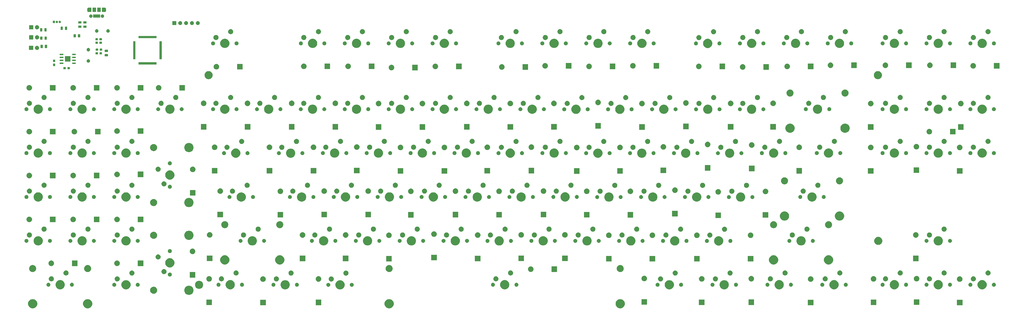
<source format=gbr>
G04 #@! TF.GenerationSoftware,KiCad,Pcbnew,(5.0.2)-1*
G04 #@! TF.CreationDate,2019-07-28T17:57:46-07:00*
G04 #@! TF.ProjectId,ODKB_Board,4f444b42-5f42-46f6-9172-642e6b696361,rev?*
G04 #@! TF.SameCoordinates,Original*
G04 #@! TF.FileFunction,Soldermask,Top*
G04 #@! TF.FilePolarity,Negative*
%FSLAX46Y46*%
G04 Gerber Fmt 4.6, Leading zero omitted, Abs format (unit mm)*
G04 Created by KiCad (PCBNEW (5.0.2)-1) date 7/28/2019 5:57:46 PM*
%MOMM*%
%LPD*%
G01*
G04 APERTURE LIST*
%ADD10C,0.100000*%
G04 APERTURE END LIST*
D10*
G36*
X528168378Y-368096859D02*
X528532354Y-368247622D01*
X528859929Y-368466501D01*
X529138499Y-368745071D01*
X529357378Y-369072646D01*
X529508141Y-369436622D01*
X529585000Y-369823016D01*
X529585000Y-370216984D01*
X529508141Y-370603378D01*
X529357378Y-370967354D01*
X529138499Y-371294929D01*
X528859929Y-371573499D01*
X528532354Y-371792378D01*
X528168378Y-371943141D01*
X527781984Y-372020000D01*
X527388016Y-372020000D01*
X527001622Y-371943141D01*
X526637646Y-371792378D01*
X526310071Y-371573499D01*
X526031501Y-371294929D01*
X525812622Y-370967354D01*
X525661859Y-370603378D01*
X525585000Y-370216984D01*
X525585000Y-369823016D01*
X525661859Y-369436622D01*
X525812622Y-369072646D01*
X526031501Y-368745071D01*
X526310071Y-368466501D01*
X526637646Y-368247622D01*
X527001622Y-368096859D01*
X527388016Y-368020000D01*
X527781984Y-368020000D01*
X528168378Y-368096859D01*
X528168378Y-368096859D01*
G37*
G36*
X428168378Y-368096859D02*
X428532354Y-368247622D01*
X428859929Y-368466501D01*
X429138499Y-368745071D01*
X429357378Y-369072646D01*
X429508141Y-369436622D01*
X429585000Y-369823016D01*
X429585000Y-370216984D01*
X429508141Y-370603378D01*
X429357378Y-370967354D01*
X429138499Y-371294929D01*
X428859929Y-371573499D01*
X428532354Y-371792378D01*
X428168378Y-371943141D01*
X427781984Y-372020000D01*
X427388016Y-372020000D01*
X427001622Y-371943141D01*
X426637646Y-371792378D01*
X426310071Y-371573499D01*
X426031501Y-371294929D01*
X425812622Y-370967354D01*
X425661859Y-370603378D01*
X425585000Y-370216984D01*
X425585000Y-369823016D01*
X425661859Y-369436622D01*
X425812622Y-369072646D01*
X426031501Y-368745071D01*
X426310071Y-368466501D01*
X426637646Y-368247622D01*
X427001622Y-368096859D01*
X427388016Y-368020000D01*
X427781984Y-368020000D01*
X428168378Y-368096859D01*
X428168378Y-368096859D01*
G37*
G36*
X273893378Y-368096859D02*
X274257354Y-368247622D01*
X274584929Y-368466501D01*
X274863499Y-368745071D01*
X275082378Y-369072646D01*
X275233141Y-369436622D01*
X275310000Y-369823016D01*
X275310000Y-370216984D01*
X275233141Y-370603378D01*
X275082378Y-370967354D01*
X274863499Y-371294929D01*
X274584929Y-371573499D01*
X274257354Y-371792378D01*
X273893378Y-371943141D01*
X273506984Y-372020000D01*
X273113016Y-372020000D01*
X272726622Y-371943141D01*
X272362646Y-371792378D01*
X272035071Y-371573499D01*
X271756501Y-371294929D01*
X271537622Y-370967354D01*
X271386859Y-370603378D01*
X271310000Y-370216984D01*
X271310000Y-369823016D01*
X271386859Y-369436622D01*
X271537622Y-369072646D01*
X271756501Y-368745071D01*
X272035071Y-368466501D01*
X272362646Y-368247622D01*
X272726622Y-368096859D01*
X273113016Y-368020000D01*
X273506984Y-368020000D01*
X273893378Y-368096859D01*
X273893378Y-368096859D01*
G37*
G36*
X297693378Y-368096859D02*
X298057354Y-368247622D01*
X298384929Y-368466501D01*
X298663499Y-368745071D01*
X298882378Y-369072646D01*
X299033141Y-369436622D01*
X299110000Y-369823016D01*
X299110000Y-370216984D01*
X299033141Y-370603378D01*
X298882378Y-370967354D01*
X298663499Y-371294929D01*
X298384929Y-371573499D01*
X298057354Y-371792378D01*
X297693378Y-371943141D01*
X297306984Y-372020000D01*
X296913016Y-372020000D01*
X296526622Y-371943141D01*
X296162646Y-371792378D01*
X295835071Y-371573499D01*
X295556501Y-371294929D01*
X295337622Y-370967354D01*
X295186859Y-370603378D01*
X295110000Y-370216984D01*
X295110000Y-369823016D01*
X295186859Y-369436622D01*
X295337622Y-369072646D01*
X295556501Y-368745071D01*
X295835071Y-368466501D01*
X296162646Y-368247622D01*
X296526622Y-368096859D01*
X296913016Y-368020000D01*
X297306984Y-368020000D01*
X297693378Y-368096859D01*
X297693378Y-368096859D01*
G37*
G36*
X675700000Y-370700000D02*
X673300000Y-370700000D01*
X673300000Y-368300000D01*
X675700000Y-368300000D01*
X675700000Y-370700000D01*
X675700000Y-370700000D01*
G37*
G36*
X374200000Y-370700000D02*
X371800000Y-370700000D01*
X371800000Y-368300000D01*
X374200000Y-368300000D01*
X374200000Y-370700000D01*
X374200000Y-370700000D01*
G37*
G36*
X611200000Y-370700000D02*
X608800000Y-370700000D01*
X608800000Y-368300000D01*
X611200000Y-368300000D01*
X611200000Y-370700000D01*
X611200000Y-370700000D01*
G37*
G36*
X398200000Y-370650000D02*
X395800000Y-370650000D01*
X395800000Y-368250000D01*
X398200000Y-368250000D01*
X398200000Y-370650000D01*
X398200000Y-370650000D01*
G37*
G36*
X564050000Y-370600000D02*
X561650000Y-370600000D01*
X561650000Y-368200000D01*
X564050000Y-368200000D01*
X564050000Y-370600000D01*
X564050000Y-370600000D01*
G37*
G36*
X638400000Y-370600000D02*
X636000000Y-370600000D01*
X636000000Y-368200000D01*
X638400000Y-368200000D01*
X638400000Y-370600000D01*
X638400000Y-370600000D01*
G37*
G36*
X350880000Y-370590000D02*
X348480000Y-370590000D01*
X348480000Y-368190000D01*
X350880000Y-368190000D01*
X350880000Y-370590000D01*
X350880000Y-370590000D01*
G37*
G36*
X585500000Y-370550000D02*
X583100000Y-370550000D01*
X583100000Y-368150000D01*
X585500000Y-368150000D01*
X585500000Y-370550000D01*
X585500000Y-370550000D01*
G37*
G36*
X657050000Y-370500000D02*
X654650000Y-370500000D01*
X654650000Y-368100000D01*
X657050000Y-368100000D01*
X657050000Y-370500000D01*
X657050000Y-370500000D01*
G37*
G36*
X539200000Y-370450000D02*
X536800000Y-370450000D01*
X536800000Y-368050000D01*
X539200000Y-368050000D01*
X539200000Y-370450000D01*
X539200000Y-370450000D01*
G37*
G36*
X341503378Y-362266859D02*
X341867354Y-362417622D01*
X342194929Y-362636501D01*
X342473499Y-362915071D01*
X342692378Y-363242646D01*
X342843141Y-363606622D01*
X342920000Y-363993016D01*
X342920000Y-364386984D01*
X342843141Y-364773378D01*
X342692378Y-365137354D01*
X342473499Y-365464929D01*
X342194929Y-365743499D01*
X341867354Y-365962378D01*
X341503378Y-366113141D01*
X341116984Y-366190000D01*
X340723016Y-366190000D01*
X340336622Y-366113141D01*
X339972646Y-365962378D01*
X339645071Y-365743499D01*
X339366501Y-365464929D01*
X339147622Y-365137354D01*
X338996859Y-364773378D01*
X338920000Y-364386984D01*
X338920000Y-363993016D01*
X338996859Y-363606622D01*
X339147622Y-363242646D01*
X339366501Y-362915071D01*
X339645071Y-362636501D01*
X339972646Y-362417622D01*
X340336622Y-362266859D01*
X340723016Y-362190000D01*
X341116984Y-362190000D01*
X341503378Y-362266859D01*
X341503378Y-362266859D01*
G37*
G36*
X326124823Y-362723604D02*
X326124825Y-362723605D01*
X326124826Y-362723605D01*
X326402358Y-362838562D01*
X326402359Y-362838563D01*
X326652134Y-363005457D01*
X326864543Y-363217866D01*
X326864545Y-363217869D01*
X327031438Y-363467642D01*
X327146395Y-363745174D01*
X327146396Y-363745177D01*
X327163268Y-363830000D01*
X327205000Y-364039801D01*
X327205000Y-364340199D01*
X327146395Y-364634826D01*
X327031438Y-364912358D01*
X327031437Y-364912359D01*
X326864543Y-365162134D01*
X326652134Y-365374543D01*
X326652131Y-365374545D01*
X326402358Y-365541438D01*
X326124826Y-365656395D01*
X326124825Y-365656395D01*
X326124823Y-365656396D01*
X325830201Y-365715000D01*
X325529799Y-365715000D01*
X325235177Y-365656396D01*
X325235175Y-365656395D01*
X325235174Y-365656395D01*
X324957642Y-365541438D01*
X324707869Y-365374545D01*
X324707866Y-365374543D01*
X324495457Y-365162134D01*
X324328563Y-364912359D01*
X324328562Y-364912358D01*
X324213605Y-364634826D01*
X324155000Y-364340199D01*
X324155000Y-364039801D01*
X324196732Y-363830000D01*
X324213604Y-363745177D01*
X324213605Y-363745174D01*
X324328562Y-363467642D01*
X324495455Y-363217869D01*
X324495457Y-363217866D01*
X324707866Y-363005457D01*
X324957641Y-362838563D01*
X324957642Y-362838562D01*
X325235174Y-362723605D01*
X325235175Y-362723605D01*
X325235177Y-362723604D01*
X325529799Y-362665000D01*
X325830201Y-362665000D01*
X326124823Y-362723604D01*
X326124823Y-362723604D01*
G37*
G36*
X406918378Y-359906859D02*
X407282354Y-360057622D01*
X407609929Y-360276501D01*
X407888499Y-360555071D01*
X408107378Y-360882646D01*
X408258141Y-361246622D01*
X408335000Y-361633016D01*
X408335000Y-362026984D01*
X408258141Y-362413378D01*
X408107378Y-362777354D01*
X407888499Y-363104929D01*
X407609929Y-363383499D01*
X407282354Y-363602378D01*
X406918378Y-363753141D01*
X406531984Y-363830000D01*
X406138016Y-363830000D01*
X405751622Y-363753141D01*
X405387646Y-363602378D01*
X405060071Y-363383499D01*
X404781501Y-363104929D01*
X404562622Y-362777354D01*
X404411859Y-362413378D01*
X404335000Y-362026984D01*
X404335000Y-361633016D01*
X404411859Y-361246622D01*
X404562622Y-360882646D01*
X404781501Y-360555071D01*
X405060071Y-360276501D01*
X405387646Y-360057622D01*
X405751622Y-359906859D01*
X406138016Y-359830000D01*
X406531984Y-359830000D01*
X406918378Y-359906859D01*
X406918378Y-359906859D01*
G37*
G36*
X549418378Y-359881859D02*
X549782354Y-360032622D01*
X550109929Y-360251501D01*
X550388499Y-360530071D01*
X550607378Y-360857646D01*
X550758141Y-361221622D01*
X550835000Y-361608016D01*
X550835000Y-362001984D01*
X550758141Y-362388378D01*
X550607378Y-362752354D01*
X550388499Y-363079929D01*
X550109929Y-363358499D01*
X549782354Y-363577378D01*
X549418378Y-363728141D01*
X549031984Y-363805000D01*
X548638016Y-363805000D01*
X548251622Y-363728141D01*
X547887646Y-363577378D01*
X547560071Y-363358499D01*
X547281501Y-363079929D01*
X547062622Y-362752354D01*
X546911859Y-362388378D01*
X546835000Y-362001984D01*
X546835000Y-361608016D01*
X546911859Y-361221622D01*
X547062622Y-360857646D01*
X547281501Y-360530071D01*
X547560071Y-360251501D01*
X547887646Y-360032622D01*
X548251622Y-359881859D01*
X548638016Y-359805000D01*
X549031984Y-359805000D01*
X549418378Y-359881859D01*
X549418378Y-359881859D01*
G37*
G36*
X383168378Y-359881859D02*
X383532354Y-360032622D01*
X383859929Y-360251501D01*
X384138499Y-360530071D01*
X384357378Y-360857646D01*
X384508141Y-361221622D01*
X384585000Y-361608016D01*
X384585000Y-362001984D01*
X384508141Y-362388378D01*
X384357378Y-362752354D01*
X384138499Y-363079929D01*
X383859929Y-363358499D01*
X383532354Y-363577378D01*
X383168378Y-363728141D01*
X382781984Y-363805000D01*
X382388016Y-363805000D01*
X382001622Y-363728141D01*
X381637646Y-363577378D01*
X381310071Y-363358499D01*
X381031501Y-363079929D01*
X380812622Y-362752354D01*
X380661859Y-362388378D01*
X380585000Y-362001984D01*
X380585000Y-361608016D01*
X380661859Y-361221622D01*
X380812622Y-360857646D01*
X381031501Y-360530071D01*
X381310071Y-360251501D01*
X381637646Y-360032622D01*
X382001622Y-359881859D01*
X382388016Y-359805000D01*
X382781984Y-359805000D01*
X383168378Y-359881859D01*
X383168378Y-359881859D01*
G37*
G36*
X314293378Y-359881859D02*
X314657354Y-360032622D01*
X314984929Y-360251501D01*
X315263499Y-360530071D01*
X315482378Y-360857646D01*
X315633141Y-361221622D01*
X315710000Y-361608016D01*
X315710000Y-362001984D01*
X315633141Y-362388378D01*
X315482378Y-362752354D01*
X315263499Y-363079929D01*
X314984929Y-363358499D01*
X314657354Y-363577378D01*
X314293378Y-363728141D01*
X313906984Y-363805000D01*
X313513016Y-363805000D01*
X313126622Y-363728141D01*
X312762646Y-363577378D01*
X312435071Y-363358499D01*
X312156501Y-363079929D01*
X311937622Y-362752354D01*
X311786859Y-362388378D01*
X311710000Y-362001984D01*
X311710000Y-361608016D01*
X311786859Y-361221622D01*
X311937622Y-360857646D01*
X312156501Y-360530071D01*
X312435071Y-360251501D01*
X312762646Y-360032622D01*
X313126622Y-359881859D01*
X313513016Y-359805000D01*
X313906984Y-359805000D01*
X314293378Y-359881859D01*
X314293378Y-359881859D01*
G37*
G36*
X573173378Y-359876859D02*
X573537354Y-360027622D01*
X573864929Y-360246501D01*
X574143499Y-360525071D01*
X574362378Y-360852646D01*
X574513141Y-361216622D01*
X574590000Y-361603016D01*
X574590000Y-361996984D01*
X574513141Y-362383378D01*
X574362378Y-362747354D01*
X574143499Y-363074929D01*
X573864929Y-363353499D01*
X573537354Y-363572378D01*
X573173378Y-363723141D01*
X572786984Y-363800000D01*
X572393016Y-363800000D01*
X572006622Y-363723141D01*
X571642646Y-363572378D01*
X571315071Y-363353499D01*
X571036501Y-363074929D01*
X570817622Y-362747354D01*
X570666859Y-362383378D01*
X570590000Y-361996984D01*
X570590000Y-361603016D01*
X570666859Y-361216622D01*
X570817622Y-360852646D01*
X571036501Y-360525071D01*
X571315071Y-360246501D01*
X571642646Y-360027622D01*
X572006622Y-359876859D01*
X572393016Y-359800000D01*
X572786984Y-359800000D01*
X573173378Y-359876859D01*
X573173378Y-359876859D01*
G37*
G36*
X596953378Y-359856859D02*
X597317354Y-360007622D01*
X597644929Y-360226501D01*
X597923499Y-360505071D01*
X598142378Y-360832646D01*
X598293141Y-361196622D01*
X598370000Y-361583016D01*
X598370000Y-361976984D01*
X598293141Y-362363378D01*
X598142378Y-362727354D01*
X597923499Y-363054929D01*
X597644929Y-363333499D01*
X597317354Y-363552378D01*
X596953378Y-363703141D01*
X596566984Y-363780000D01*
X596173016Y-363780000D01*
X595786622Y-363703141D01*
X595422646Y-363552378D01*
X595095071Y-363333499D01*
X594816501Y-363054929D01*
X594597622Y-362727354D01*
X594446859Y-362363378D01*
X594370000Y-361976984D01*
X594370000Y-361583016D01*
X594446859Y-361196622D01*
X594597622Y-360832646D01*
X594816501Y-360505071D01*
X595095071Y-360226501D01*
X595422646Y-360007622D01*
X595786622Y-359856859D01*
X596173016Y-359780000D01*
X596566984Y-359780000D01*
X596953378Y-359856859D01*
X596953378Y-359856859D01*
G37*
G36*
X684793378Y-359856859D02*
X685157354Y-360007622D01*
X685484929Y-360226501D01*
X685763499Y-360505071D01*
X685982378Y-360832646D01*
X686133141Y-361196622D01*
X686210000Y-361583016D01*
X686210000Y-361976984D01*
X686133141Y-362363378D01*
X685982378Y-362727354D01*
X685763499Y-363054929D01*
X685484929Y-363333499D01*
X685157354Y-363552378D01*
X684793378Y-363703141D01*
X684406984Y-363780000D01*
X684013016Y-363780000D01*
X683626622Y-363703141D01*
X683262646Y-363552378D01*
X682935071Y-363333499D01*
X682656501Y-363054929D01*
X682437622Y-362727354D01*
X682286859Y-362363378D01*
X682210000Y-361976984D01*
X682210000Y-361583016D01*
X682286859Y-361196622D01*
X682437622Y-360832646D01*
X682656501Y-360505071D01*
X682935071Y-360226501D01*
X683262646Y-360007622D01*
X683626622Y-359856859D01*
X684013016Y-359780000D01*
X684406984Y-359780000D01*
X684793378Y-359856859D01*
X684793378Y-359856859D01*
G37*
G36*
X665793378Y-359856859D02*
X666157354Y-360007622D01*
X666484929Y-360226501D01*
X666763499Y-360505071D01*
X666982378Y-360832646D01*
X667133141Y-361196622D01*
X667210000Y-361583016D01*
X667210000Y-361976984D01*
X667133141Y-362363378D01*
X666982378Y-362727354D01*
X666763499Y-363054929D01*
X666484929Y-363333499D01*
X666157354Y-363552378D01*
X665793378Y-363703141D01*
X665406984Y-363780000D01*
X665013016Y-363780000D01*
X664626622Y-363703141D01*
X664262646Y-363552378D01*
X663935071Y-363333499D01*
X663656501Y-363054929D01*
X663437622Y-362727354D01*
X663286859Y-362363378D01*
X663210000Y-361976984D01*
X663210000Y-361583016D01*
X663286859Y-361196622D01*
X663437622Y-360832646D01*
X663656501Y-360505071D01*
X663935071Y-360226501D01*
X664262646Y-360007622D01*
X664626622Y-359856859D01*
X665013016Y-359780000D01*
X665406984Y-359780000D01*
X665793378Y-359856859D01*
X665793378Y-359856859D01*
G37*
G36*
X285793378Y-359856859D02*
X286157354Y-360007622D01*
X286484929Y-360226501D01*
X286763499Y-360505071D01*
X286982378Y-360832646D01*
X287133141Y-361196622D01*
X287210000Y-361583016D01*
X287210000Y-361976984D01*
X287133141Y-362363378D01*
X286982378Y-362727354D01*
X286763499Y-363054929D01*
X286484929Y-363333499D01*
X286157354Y-363552378D01*
X285793378Y-363703141D01*
X285406984Y-363780000D01*
X285013016Y-363780000D01*
X284626622Y-363703141D01*
X284262646Y-363552378D01*
X283935071Y-363333499D01*
X283656501Y-363054929D01*
X283437622Y-362727354D01*
X283286859Y-362363378D01*
X283210000Y-361976984D01*
X283210000Y-361583016D01*
X283286859Y-361196622D01*
X283437622Y-360832646D01*
X283656501Y-360505071D01*
X283935071Y-360226501D01*
X284262646Y-360007622D01*
X284626622Y-359856859D01*
X285013016Y-359780000D01*
X285406984Y-359780000D01*
X285793378Y-359856859D01*
X285793378Y-359856859D01*
G37*
G36*
X646793378Y-359856859D02*
X647157354Y-360007622D01*
X647484929Y-360226501D01*
X647763499Y-360505071D01*
X647982378Y-360832646D01*
X648133141Y-361196622D01*
X648210000Y-361583016D01*
X648210000Y-361976984D01*
X648133141Y-362363378D01*
X647982378Y-362727354D01*
X647763499Y-363054929D01*
X647484929Y-363333499D01*
X647157354Y-363552378D01*
X646793378Y-363703141D01*
X646406984Y-363780000D01*
X646013016Y-363780000D01*
X645626622Y-363703141D01*
X645262646Y-363552378D01*
X644935071Y-363333499D01*
X644656501Y-363054929D01*
X644437622Y-362727354D01*
X644286859Y-362363378D01*
X644210000Y-361976984D01*
X644210000Y-361583016D01*
X644286859Y-361196622D01*
X644437622Y-360832646D01*
X644656501Y-360505071D01*
X644935071Y-360226501D01*
X645262646Y-360007622D01*
X645626622Y-359856859D01*
X646013016Y-359780000D01*
X646406984Y-359780000D01*
X646793378Y-359856859D01*
X646793378Y-359856859D01*
G37*
G36*
X359393378Y-359856859D02*
X359757354Y-360007622D01*
X360084929Y-360226501D01*
X360363499Y-360505071D01*
X360582378Y-360832646D01*
X360733141Y-361196622D01*
X360810000Y-361583016D01*
X360810000Y-361976984D01*
X360733141Y-362363378D01*
X360582378Y-362727354D01*
X360363499Y-363054929D01*
X360084929Y-363333499D01*
X359757354Y-363552378D01*
X359393378Y-363703141D01*
X359006984Y-363780000D01*
X358613016Y-363780000D01*
X358226622Y-363703141D01*
X357862646Y-363552378D01*
X357535071Y-363333499D01*
X357256501Y-363054929D01*
X357037622Y-362727354D01*
X356886859Y-362363378D01*
X356810000Y-361976984D01*
X356810000Y-361583016D01*
X356886859Y-361196622D01*
X357037622Y-360832646D01*
X357256501Y-360505071D01*
X357535071Y-360226501D01*
X357862646Y-360007622D01*
X358226622Y-359856859D01*
X358613016Y-359780000D01*
X359006984Y-359780000D01*
X359393378Y-359856859D01*
X359393378Y-359856859D01*
G37*
G36*
X620693378Y-359856859D02*
X621057354Y-360007622D01*
X621384929Y-360226501D01*
X621663499Y-360505071D01*
X621882378Y-360832646D01*
X622033141Y-361196622D01*
X622110000Y-361583016D01*
X622110000Y-361976984D01*
X622033141Y-362363378D01*
X621882378Y-362727354D01*
X621663499Y-363054929D01*
X621384929Y-363333499D01*
X621057354Y-363552378D01*
X620693378Y-363703141D01*
X620306984Y-363780000D01*
X619913016Y-363780000D01*
X619526622Y-363703141D01*
X619162646Y-363552378D01*
X618835071Y-363333499D01*
X618556501Y-363054929D01*
X618337622Y-362727354D01*
X618186859Y-362363378D01*
X618110000Y-361976984D01*
X618110000Y-361583016D01*
X618186859Y-361196622D01*
X618337622Y-360832646D01*
X618556501Y-360505071D01*
X618835071Y-360226501D01*
X619162646Y-360007622D01*
X619526622Y-359856859D01*
X619913016Y-359780000D01*
X620306984Y-359780000D01*
X620693378Y-359856859D01*
X620693378Y-359856859D01*
G37*
G36*
X478168378Y-359856859D02*
X478532354Y-360007622D01*
X478859929Y-360226501D01*
X479138499Y-360505071D01*
X479357378Y-360832646D01*
X479508141Y-361196622D01*
X479585000Y-361583016D01*
X479585000Y-361976984D01*
X479508141Y-362363378D01*
X479357378Y-362727354D01*
X479138499Y-363054929D01*
X478859929Y-363333499D01*
X478532354Y-363552378D01*
X478168378Y-363703141D01*
X477781984Y-363780000D01*
X477388016Y-363780000D01*
X477001622Y-363703141D01*
X476637646Y-363552378D01*
X476310071Y-363333499D01*
X476031501Y-363054929D01*
X475812622Y-362727354D01*
X475661859Y-362363378D01*
X475585000Y-361976984D01*
X475585000Y-361583016D01*
X475661859Y-361196622D01*
X475812622Y-360832646D01*
X476031501Y-360505071D01*
X476310071Y-360226501D01*
X476637646Y-360007622D01*
X477001622Y-359856859D01*
X477388016Y-359780000D01*
X477781984Y-359780000D01*
X478168378Y-359856859D01*
X478168378Y-359856859D01*
G37*
G36*
X345835456Y-360142251D02*
X346153936Y-360274170D01*
X346440560Y-360465686D01*
X346684314Y-360709440D01*
X346875830Y-360996064D01*
X347007749Y-361314544D01*
X347075000Y-361652640D01*
X347075000Y-361997360D01*
X347007749Y-362335456D01*
X346875830Y-362653936D01*
X346684314Y-362940560D01*
X346440560Y-363184314D01*
X346153936Y-363375830D01*
X345835456Y-363507749D01*
X345497360Y-363575000D01*
X345152640Y-363575000D01*
X344814544Y-363507749D01*
X344496064Y-363375830D01*
X344209440Y-363184314D01*
X343965686Y-362940560D01*
X343774170Y-362653936D01*
X343642251Y-362335456D01*
X343575000Y-361997360D01*
X343575000Y-361652640D01*
X343642251Y-361314544D01*
X343774170Y-360996064D01*
X343965686Y-360709440D01*
X344209440Y-360465686D01*
X344496064Y-360274170D01*
X344814544Y-360142251D01*
X345152640Y-360075000D01*
X345497360Y-360075000D01*
X345835456Y-360142251D01*
X345835456Y-360142251D01*
G37*
G36*
X411662934Y-361012664D02*
X411817627Y-361076740D01*
X411956847Y-361169764D01*
X412075236Y-361288153D01*
X412168260Y-361427373D01*
X412232336Y-361582066D01*
X412265000Y-361746281D01*
X412265000Y-361913719D01*
X412232336Y-362077934D01*
X412168260Y-362232627D01*
X412075236Y-362371847D01*
X411956847Y-362490236D01*
X411817627Y-362583260D01*
X411662934Y-362647336D01*
X411498719Y-362680000D01*
X411331281Y-362680000D01*
X411167066Y-362647336D01*
X411012373Y-362583260D01*
X410873153Y-362490236D01*
X410754764Y-362371847D01*
X410661740Y-362232627D01*
X410597664Y-362077934D01*
X410565000Y-361913719D01*
X410565000Y-361746281D01*
X410597664Y-361582066D01*
X410661740Y-361427373D01*
X410754764Y-361288153D01*
X410873153Y-361169764D01*
X411012373Y-361076740D01*
X411167066Y-361012664D01*
X411331281Y-360980000D01*
X411498719Y-360980000D01*
X411662934Y-361012664D01*
X411662934Y-361012664D01*
G37*
G36*
X401502934Y-361012664D02*
X401657627Y-361076740D01*
X401796847Y-361169764D01*
X401915236Y-361288153D01*
X402008260Y-361427373D01*
X402072336Y-361582066D01*
X402105000Y-361746281D01*
X402105000Y-361913719D01*
X402072336Y-362077934D01*
X402008260Y-362232627D01*
X401915236Y-362371847D01*
X401796847Y-362490236D01*
X401657627Y-362583260D01*
X401502934Y-362647336D01*
X401338719Y-362680000D01*
X401171281Y-362680000D01*
X401007066Y-362647336D01*
X400852373Y-362583260D01*
X400713153Y-362490236D01*
X400594764Y-362371847D01*
X400501740Y-362232627D01*
X400437664Y-362077934D01*
X400405000Y-361913719D01*
X400405000Y-361746281D01*
X400437664Y-361582066D01*
X400501740Y-361427373D01*
X400594764Y-361288153D01*
X400713153Y-361169764D01*
X400852373Y-361076740D01*
X401007066Y-361012664D01*
X401171281Y-360980000D01*
X401338719Y-360980000D01*
X401502934Y-361012664D01*
X401502934Y-361012664D01*
G37*
G36*
X377752934Y-360987664D02*
X377907627Y-361051740D01*
X378046847Y-361144764D01*
X378165236Y-361263153D01*
X378258260Y-361402373D01*
X378322336Y-361557066D01*
X378355000Y-361721281D01*
X378355000Y-361888719D01*
X378322336Y-362052934D01*
X378258260Y-362207627D01*
X378165236Y-362346847D01*
X378046847Y-362465236D01*
X377907627Y-362558260D01*
X377752934Y-362622336D01*
X377588719Y-362655000D01*
X377421281Y-362655000D01*
X377257066Y-362622336D01*
X377102373Y-362558260D01*
X376963153Y-362465236D01*
X376844764Y-362346847D01*
X376751740Y-362207627D01*
X376687664Y-362052934D01*
X376655000Y-361888719D01*
X376655000Y-361721281D01*
X376687664Y-361557066D01*
X376751740Y-361402373D01*
X376844764Y-361263153D01*
X376963153Y-361144764D01*
X377102373Y-361051740D01*
X377257066Y-360987664D01*
X377421281Y-360955000D01*
X377588719Y-360955000D01*
X377752934Y-360987664D01*
X377752934Y-360987664D01*
G37*
G36*
X308877934Y-360987664D02*
X309032627Y-361051740D01*
X309171847Y-361144764D01*
X309290236Y-361263153D01*
X309383260Y-361402373D01*
X309447336Y-361557066D01*
X309480000Y-361721281D01*
X309480000Y-361888719D01*
X309447336Y-362052934D01*
X309383260Y-362207627D01*
X309290236Y-362346847D01*
X309171847Y-362465236D01*
X309032627Y-362558260D01*
X308877934Y-362622336D01*
X308713719Y-362655000D01*
X308546281Y-362655000D01*
X308382066Y-362622336D01*
X308227373Y-362558260D01*
X308088153Y-362465236D01*
X307969764Y-362346847D01*
X307876740Y-362207627D01*
X307812664Y-362052934D01*
X307780000Y-361888719D01*
X307780000Y-361721281D01*
X307812664Y-361557066D01*
X307876740Y-361402373D01*
X307969764Y-361263153D01*
X308088153Y-361144764D01*
X308227373Y-361051740D01*
X308382066Y-360987664D01*
X308546281Y-360955000D01*
X308713719Y-360955000D01*
X308877934Y-360987664D01*
X308877934Y-360987664D01*
G37*
G36*
X319037934Y-360987664D02*
X319192627Y-361051740D01*
X319331847Y-361144764D01*
X319450236Y-361263153D01*
X319543260Y-361402373D01*
X319607336Y-361557066D01*
X319640000Y-361721281D01*
X319640000Y-361888719D01*
X319607336Y-362052934D01*
X319543260Y-362207627D01*
X319450236Y-362346847D01*
X319331847Y-362465236D01*
X319192627Y-362558260D01*
X319037934Y-362622336D01*
X318873719Y-362655000D01*
X318706281Y-362655000D01*
X318542066Y-362622336D01*
X318387373Y-362558260D01*
X318248153Y-362465236D01*
X318129764Y-362346847D01*
X318036740Y-362207627D01*
X317972664Y-362052934D01*
X317940000Y-361888719D01*
X317940000Y-361721281D01*
X317972664Y-361557066D01*
X318036740Y-361402373D01*
X318129764Y-361263153D01*
X318248153Y-361144764D01*
X318387373Y-361051740D01*
X318542066Y-360987664D01*
X318706281Y-360955000D01*
X318873719Y-360955000D01*
X319037934Y-360987664D01*
X319037934Y-360987664D01*
G37*
G36*
X544002934Y-360987664D02*
X544157627Y-361051740D01*
X544296847Y-361144764D01*
X544415236Y-361263153D01*
X544508260Y-361402373D01*
X544572336Y-361557066D01*
X544605000Y-361721281D01*
X544605000Y-361888719D01*
X544572336Y-362052934D01*
X544508260Y-362207627D01*
X544415236Y-362346847D01*
X544296847Y-362465236D01*
X544157627Y-362558260D01*
X544002934Y-362622336D01*
X543838719Y-362655000D01*
X543671281Y-362655000D01*
X543507066Y-362622336D01*
X543352373Y-362558260D01*
X543213153Y-362465236D01*
X543094764Y-362346847D01*
X543001740Y-362207627D01*
X542937664Y-362052934D01*
X542905000Y-361888719D01*
X542905000Y-361721281D01*
X542937664Y-361557066D01*
X543001740Y-361402373D01*
X543094764Y-361263153D01*
X543213153Y-361144764D01*
X543352373Y-361051740D01*
X543507066Y-360987664D01*
X543671281Y-360955000D01*
X543838719Y-360955000D01*
X544002934Y-360987664D01*
X544002934Y-360987664D01*
G37*
G36*
X554162934Y-360987664D02*
X554317627Y-361051740D01*
X554456847Y-361144764D01*
X554575236Y-361263153D01*
X554668260Y-361402373D01*
X554732336Y-361557066D01*
X554765000Y-361721281D01*
X554765000Y-361888719D01*
X554732336Y-362052934D01*
X554668260Y-362207627D01*
X554575236Y-362346847D01*
X554456847Y-362465236D01*
X554317627Y-362558260D01*
X554162934Y-362622336D01*
X553998719Y-362655000D01*
X553831281Y-362655000D01*
X553667066Y-362622336D01*
X553512373Y-362558260D01*
X553373153Y-362465236D01*
X553254764Y-362346847D01*
X553161740Y-362207627D01*
X553097664Y-362052934D01*
X553065000Y-361888719D01*
X553065000Y-361721281D01*
X553097664Y-361557066D01*
X553161740Y-361402373D01*
X553254764Y-361263153D01*
X553373153Y-361144764D01*
X553512373Y-361051740D01*
X553667066Y-360987664D01*
X553831281Y-360955000D01*
X553998719Y-360955000D01*
X554162934Y-360987664D01*
X554162934Y-360987664D01*
G37*
G36*
X387912934Y-360987664D02*
X388067627Y-361051740D01*
X388206847Y-361144764D01*
X388325236Y-361263153D01*
X388418260Y-361402373D01*
X388482336Y-361557066D01*
X388515000Y-361721281D01*
X388515000Y-361888719D01*
X388482336Y-362052934D01*
X388418260Y-362207627D01*
X388325236Y-362346847D01*
X388206847Y-362465236D01*
X388067627Y-362558260D01*
X387912934Y-362622336D01*
X387748719Y-362655000D01*
X387581281Y-362655000D01*
X387417066Y-362622336D01*
X387262373Y-362558260D01*
X387123153Y-362465236D01*
X387004764Y-362346847D01*
X386911740Y-362207627D01*
X386847664Y-362052934D01*
X386815000Y-361888719D01*
X386815000Y-361721281D01*
X386847664Y-361557066D01*
X386911740Y-361402373D01*
X387004764Y-361263153D01*
X387123153Y-361144764D01*
X387262373Y-361051740D01*
X387417066Y-360987664D01*
X387581281Y-360955000D01*
X387748719Y-360955000D01*
X387912934Y-360987664D01*
X387912934Y-360987664D01*
G37*
G36*
X577917934Y-360982664D02*
X578072627Y-361046740D01*
X578211847Y-361139764D01*
X578330236Y-361258153D01*
X578423260Y-361397373D01*
X578487336Y-361552066D01*
X578520000Y-361716281D01*
X578520000Y-361883719D01*
X578487336Y-362047934D01*
X578423260Y-362202627D01*
X578330236Y-362341847D01*
X578211847Y-362460236D01*
X578072627Y-362553260D01*
X577917934Y-362617336D01*
X577753719Y-362650000D01*
X577586281Y-362650000D01*
X577422066Y-362617336D01*
X577267373Y-362553260D01*
X577128153Y-362460236D01*
X577009764Y-362341847D01*
X576916740Y-362202627D01*
X576852664Y-362047934D01*
X576820000Y-361883719D01*
X576820000Y-361716281D01*
X576852664Y-361552066D01*
X576916740Y-361397373D01*
X577009764Y-361258153D01*
X577128153Y-361139764D01*
X577267373Y-361046740D01*
X577422066Y-360982664D01*
X577586281Y-360950000D01*
X577753719Y-360950000D01*
X577917934Y-360982664D01*
X577917934Y-360982664D01*
G37*
G36*
X567757934Y-360982664D02*
X567912627Y-361046740D01*
X568051847Y-361139764D01*
X568170236Y-361258153D01*
X568263260Y-361397373D01*
X568327336Y-361552066D01*
X568360000Y-361716281D01*
X568360000Y-361883719D01*
X568327336Y-362047934D01*
X568263260Y-362202627D01*
X568170236Y-362341847D01*
X568051847Y-362460236D01*
X567912627Y-362553260D01*
X567757934Y-362617336D01*
X567593719Y-362650000D01*
X567426281Y-362650000D01*
X567262066Y-362617336D01*
X567107373Y-362553260D01*
X566968153Y-362460236D01*
X566849764Y-362341847D01*
X566756740Y-362202627D01*
X566692664Y-362047934D01*
X566660000Y-361883719D01*
X566660000Y-361716281D01*
X566692664Y-361552066D01*
X566756740Y-361397373D01*
X566849764Y-361258153D01*
X566968153Y-361139764D01*
X567107373Y-361046740D01*
X567262066Y-360982664D01*
X567426281Y-360950000D01*
X567593719Y-360950000D01*
X567757934Y-360982664D01*
X567757934Y-360982664D01*
G37*
G36*
X472752934Y-360962664D02*
X472907627Y-361026740D01*
X473046847Y-361119764D01*
X473165236Y-361238153D01*
X473258260Y-361377373D01*
X473322336Y-361532066D01*
X473355000Y-361696281D01*
X473355000Y-361863719D01*
X473322336Y-362027934D01*
X473258260Y-362182627D01*
X473165236Y-362321847D01*
X473046847Y-362440236D01*
X472907627Y-362533260D01*
X472752934Y-362597336D01*
X472588719Y-362630000D01*
X472421281Y-362630000D01*
X472257066Y-362597336D01*
X472102373Y-362533260D01*
X471963153Y-362440236D01*
X471844764Y-362321847D01*
X471751740Y-362182627D01*
X471687664Y-362027934D01*
X471655000Y-361863719D01*
X471655000Y-361696281D01*
X471687664Y-361532066D01*
X471751740Y-361377373D01*
X471844764Y-361238153D01*
X471963153Y-361119764D01*
X472102373Y-361026740D01*
X472257066Y-360962664D01*
X472421281Y-360930000D01*
X472588719Y-360930000D01*
X472752934Y-360962664D01*
X472752934Y-360962664D01*
G37*
G36*
X689537934Y-360962664D02*
X689692627Y-361026740D01*
X689831847Y-361119764D01*
X689950236Y-361238153D01*
X690043260Y-361377373D01*
X690107336Y-361532066D01*
X690140000Y-361696281D01*
X690140000Y-361863719D01*
X690107336Y-362027934D01*
X690043260Y-362182627D01*
X689950236Y-362321847D01*
X689831847Y-362440236D01*
X689692627Y-362533260D01*
X689537934Y-362597336D01*
X689373719Y-362630000D01*
X689206281Y-362630000D01*
X689042066Y-362597336D01*
X688887373Y-362533260D01*
X688748153Y-362440236D01*
X688629764Y-362321847D01*
X688536740Y-362182627D01*
X688472664Y-362027934D01*
X688440000Y-361863719D01*
X688440000Y-361696281D01*
X688472664Y-361532066D01*
X688536740Y-361377373D01*
X688629764Y-361238153D01*
X688748153Y-361119764D01*
X688887373Y-361026740D01*
X689042066Y-360962664D01*
X689206281Y-360930000D01*
X689373719Y-360930000D01*
X689537934Y-360962664D01*
X689537934Y-360962664D01*
G37*
G36*
X679377934Y-360962664D02*
X679532627Y-361026740D01*
X679671847Y-361119764D01*
X679790236Y-361238153D01*
X679883260Y-361377373D01*
X679947336Y-361532066D01*
X679980000Y-361696281D01*
X679980000Y-361863719D01*
X679947336Y-362027934D01*
X679883260Y-362182627D01*
X679790236Y-362321847D01*
X679671847Y-362440236D01*
X679532627Y-362533260D01*
X679377934Y-362597336D01*
X679213719Y-362630000D01*
X679046281Y-362630000D01*
X678882066Y-362597336D01*
X678727373Y-362533260D01*
X678588153Y-362440236D01*
X678469764Y-362321847D01*
X678376740Y-362182627D01*
X678312664Y-362027934D01*
X678280000Y-361863719D01*
X678280000Y-361696281D01*
X678312664Y-361532066D01*
X678376740Y-361377373D01*
X678469764Y-361238153D01*
X678588153Y-361119764D01*
X678727373Y-361026740D01*
X678882066Y-360962664D01*
X679046281Y-360930000D01*
X679213719Y-360930000D01*
X679377934Y-360962664D01*
X679377934Y-360962664D01*
G37*
G36*
X670537934Y-360962664D02*
X670692627Y-361026740D01*
X670831847Y-361119764D01*
X670950236Y-361238153D01*
X671043260Y-361377373D01*
X671107336Y-361532066D01*
X671140000Y-361696281D01*
X671140000Y-361863719D01*
X671107336Y-362027934D01*
X671043260Y-362182627D01*
X670950236Y-362321847D01*
X670831847Y-362440236D01*
X670692627Y-362533260D01*
X670537934Y-362597336D01*
X670373719Y-362630000D01*
X670206281Y-362630000D01*
X670042066Y-362597336D01*
X669887373Y-362533260D01*
X669748153Y-362440236D01*
X669629764Y-362321847D01*
X669536740Y-362182627D01*
X669472664Y-362027934D01*
X669440000Y-361863719D01*
X669440000Y-361696281D01*
X669472664Y-361532066D01*
X669536740Y-361377373D01*
X669629764Y-361238153D01*
X669748153Y-361119764D01*
X669887373Y-361026740D01*
X670042066Y-360962664D01*
X670206281Y-360930000D01*
X670373719Y-360930000D01*
X670537934Y-360962664D01*
X670537934Y-360962664D01*
G37*
G36*
X660377934Y-360962664D02*
X660532627Y-361026740D01*
X660671847Y-361119764D01*
X660790236Y-361238153D01*
X660883260Y-361377373D01*
X660947336Y-361532066D01*
X660980000Y-361696281D01*
X660980000Y-361863719D01*
X660947336Y-362027934D01*
X660883260Y-362182627D01*
X660790236Y-362321847D01*
X660671847Y-362440236D01*
X660532627Y-362533260D01*
X660377934Y-362597336D01*
X660213719Y-362630000D01*
X660046281Y-362630000D01*
X659882066Y-362597336D01*
X659727373Y-362533260D01*
X659588153Y-362440236D01*
X659469764Y-362321847D01*
X659376740Y-362182627D01*
X659312664Y-362027934D01*
X659280000Y-361863719D01*
X659280000Y-361696281D01*
X659312664Y-361532066D01*
X659376740Y-361377373D01*
X659469764Y-361238153D01*
X659588153Y-361119764D01*
X659727373Y-361026740D01*
X659882066Y-360962664D01*
X660046281Y-360930000D01*
X660213719Y-360930000D01*
X660377934Y-360962664D01*
X660377934Y-360962664D01*
G37*
G36*
X651537934Y-360962664D02*
X651692627Y-361026740D01*
X651831847Y-361119764D01*
X651950236Y-361238153D01*
X652043260Y-361377373D01*
X652107336Y-361532066D01*
X652140000Y-361696281D01*
X652140000Y-361863719D01*
X652107336Y-362027934D01*
X652043260Y-362182627D01*
X651950236Y-362321847D01*
X651831847Y-362440236D01*
X651692627Y-362533260D01*
X651537934Y-362597336D01*
X651373719Y-362630000D01*
X651206281Y-362630000D01*
X651042066Y-362597336D01*
X650887373Y-362533260D01*
X650748153Y-362440236D01*
X650629764Y-362321847D01*
X650536740Y-362182627D01*
X650472664Y-362027934D01*
X650440000Y-361863719D01*
X650440000Y-361696281D01*
X650472664Y-361532066D01*
X650536740Y-361377373D01*
X650629764Y-361238153D01*
X650748153Y-361119764D01*
X650887373Y-361026740D01*
X651042066Y-360962664D01*
X651206281Y-360930000D01*
X651373719Y-360930000D01*
X651537934Y-360962664D01*
X651537934Y-360962664D01*
G37*
G36*
X641377934Y-360962664D02*
X641532627Y-361026740D01*
X641671847Y-361119764D01*
X641790236Y-361238153D01*
X641883260Y-361377373D01*
X641947336Y-361532066D01*
X641980000Y-361696281D01*
X641980000Y-361863719D01*
X641947336Y-362027934D01*
X641883260Y-362182627D01*
X641790236Y-362321847D01*
X641671847Y-362440236D01*
X641532627Y-362533260D01*
X641377934Y-362597336D01*
X641213719Y-362630000D01*
X641046281Y-362630000D01*
X640882066Y-362597336D01*
X640727373Y-362533260D01*
X640588153Y-362440236D01*
X640469764Y-362321847D01*
X640376740Y-362182627D01*
X640312664Y-362027934D01*
X640280000Y-361863719D01*
X640280000Y-361696281D01*
X640312664Y-361532066D01*
X640376740Y-361377373D01*
X640469764Y-361238153D01*
X640588153Y-361119764D01*
X640727373Y-361026740D01*
X640882066Y-360962664D01*
X641046281Y-360930000D01*
X641213719Y-360930000D01*
X641377934Y-360962664D01*
X641377934Y-360962664D01*
G37*
G36*
X625437934Y-360962664D02*
X625592627Y-361026740D01*
X625731847Y-361119764D01*
X625850236Y-361238153D01*
X625943260Y-361377373D01*
X626007336Y-361532066D01*
X626040000Y-361696281D01*
X626040000Y-361863719D01*
X626007336Y-362027934D01*
X625943260Y-362182627D01*
X625850236Y-362321847D01*
X625731847Y-362440236D01*
X625592627Y-362533260D01*
X625437934Y-362597336D01*
X625273719Y-362630000D01*
X625106281Y-362630000D01*
X624942066Y-362597336D01*
X624787373Y-362533260D01*
X624648153Y-362440236D01*
X624529764Y-362321847D01*
X624436740Y-362182627D01*
X624372664Y-362027934D01*
X624340000Y-361863719D01*
X624340000Y-361696281D01*
X624372664Y-361532066D01*
X624436740Y-361377373D01*
X624529764Y-361238153D01*
X624648153Y-361119764D01*
X624787373Y-361026740D01*
X624942066Y-360962664D01*
X625106281Y-360930000D01*
X625273719Y-360930000D01*
X625437934Y-360962664D01*
X625437934Y-360962664D01*
G37*
G36*
X591537934Y-360962664D02*
X591692627Y-361026740D01*
X591831847Y-361119764D01*
X591950236Y-361238153D01*
X592043260Y-361377373D01*
X592107336Y-361532066D01*
X592140000Y-361696281D01*
X592140000Y-361863719D01*
X592107336Y-362027934D01*
X592043260Y-362182627D01*
X591950236Y-362321847D01*
X591831847Y-362440236D01*
X591692627Y-362533260D01*
X591537934Y-362597336D01*
X591373719Y-362630000D01*
X591206281Y-362630000D01*
X591042066Y-362597336D01*
X590887373Y-362533260D01*
X590748153Y-362440236D01*
X590629764Y-362321847D01*
X590536740Y-362182627D01*
X590472664Y-362027934D01*
X590440000Y-361863719D01*
X590440000Y-361696281D01*
X590472664Y-361532066D01*
X590536740Y-361377373D01*
X590629764Y-361238153D01*
X590748153Y-361119764D01*
X590887373Y-361026740D01*
X591042066Y-360962664D01*
X591206281Y-360930000D01*
X591373719Y-360930000D01*
X591537934Y-360962664D01*
X591537934Y-360962664D01*
G37*
G36*
X482912934Y-360962664D02*
X483067627Y-361026740D01*
X483206847Y-361119764D01*
X483325236Y-361238153D01*
X483418260Y-361377373D01*
X483482336Y-361532066D01*
X483515000Y-361696281D01*
X483515000Y-361863719D01*
X483482336Y-362027934D01*
X483418260Y-362182627D01*
X483325236Y-362321847D01*
X483206847Y-362440236D01*
X483067627Y-362533260D01*
X482912934Y-362597336D01*
X482748719Y-362630000D01*
X482581281Y-362630000D01*
X482417066Y-362597336D01*
X482262373Y-362533260D01*
X482123153Y-362440236D01*
X482004764Y-362321847D01*
X481911740Y-362182627D01*
X481847664Y-362027934D01*
X481815000Y-361863719D01*
X481815000Y-361696281D01*
X481847664Y-361532066D01*
X481911740Y-361377373D01*
X482004764Y-361238153D01*
X482123153Y-361119764D01*
X482262373Y-361026740D01*
X482417066Y-360962664D01*
X482581281Y-360930000D01*
X482748719Y-360930000D01*
X482912934Y-360962664D01*
X482912934Y-360962664D01*
G37*
G36*
X364137934Y-360962664D02*
X364292627Y-361026740D01*
X364431847Y-361119764D01*
X364550236Y-361238153D01*
X364643260Y-361377373D01*
X364707336Y-361532066D01*
X364740000Y-361696281D01*
X364740000Y-361863719D01*
X364707336Y-362027934D01*
X364643260Y-362182627D01*
X364550236Y-362321847D01*
X364431847Y-362440236D01*
X364292627Y-362533260D01*
X364137934Y-362597336D01*
X363973719Y-362630000D01*
X363806281Y-362630000D01*
X363642066Y-362597336D01*
X363487373Y-362533260D01*
X363348153Y-362440236D01*
X363229764Y-362321847D01*
X363136740Y-362182627D01*
X363072664Y-362027934D01*
X363040000Y-361863719D01*
X363040000Y-361696281D01*
X363072664Y-361532066D01*
X363136740Y-361377373D01*
X363229764Y-361238153D01*
X363348153Y-361119764D01*
X363487373Y-361026740D01*
X363642066Y-360962664D01*
X363806281Y-360930000D01*
X363973719Y-360930000D01*
X364137934Y-360962664D01*
X364137934Y-360962664D01*
G37*
G36*
X353977934Y-360962664D02*
X354132627Y-361026740D01*
X354271847Y-361119764D01*
X354390236Y-361238153D01*
X354483260Y-361377373D01*
X354547336Y-361532066D01*
X354580000Y-361696281D01*
X354580000Y-361863719D01*
X354547336Y-362027934D01*
X354483260Y-362182627D01*
X354390236Y-362321847D01*
X354271847Y-362440236D01*
X354132627Y-362533260D01*
X353977934Y-362597336D01*
X353813719Y-362630000D01*
X353646281Y-362630000D01*
X353482066Y-362597336D01*
X353327373Y-362533260D01*
X353188153Y-362440236D01*
X353069764Y-362321847D01*
X352976740Y-362182627D01*
X352912664Y-362027934D01*
X352880000Y-361863719D01*
X352880000Y-361696281D01*
X352912664Y-361532066D01*
X352976740Y-361377373D01*
X353069764Y-361238153D01*
X353188153Y-361119764D01*
X353327373Y-361026740D01*
X353482066Y-360962664D01*
X353646281Y-360930000D01*
X353813719Y-360930000D01*
X353977934Y-360962664D01*
X353977934Y-360962664D01*
G37*
G36*
X290537934Y-360962664D02*
X290692627Y-361026740D01*
X290831847Y-361119764D01*
X290950236Y-361238153D01*
X291043260Y-361377373D01*
X291107336Y-361532066D01*
X291140000Y-361696281D01*
X291140000Y-361863719D01*
X291107336Y-362027934D01*
X291043260Y-362182627D01*
X290950236Y-362321847D01*
X290831847Y-362440236D01*
X290692627Y-362533260D01*
X290537934Y-362597336D01*
X290373719Y-362630000D01*
X290206281Y-362630000D01*
X290042066Y-362597336D01*
X289887373Y-362533260D01*
X289748153Y-362440236D01*
X289629764Y-362321847D01*
X289536740Y-362182627D01*
X289472664Y-362027934D01*
X289440000Y-361863719D01*
X289440000Y-361696281D01*
X289472664Y-361532066D01*
X289536740Y-361377373D01*
X289629764Y-361238153D01*
X289748153Y-361119764D01*
X289887373Y-361026740D01*
X290042066Y-360962664D01*
X290206281Y-360930000D01*
X290373719Y-360930000D01*
X290537934Y-360962664D01*
X290537934Y-360962664D01*
G37*
G36*
X280377934Y-360962664D02*
X280532627Y-361026740D01*
X280671847Y-361119764D01*
X280790236Y-361238153D01*
X280883260Y-361377373D01*
X280947336Y-361532066D01*
X280980000Y-361696281D01*
X280980000Y-361863719D01*
X280947336Y-362027934D01*
X280883260Y-362182627D01*
X280790236Y-362321847D01*
X280671847Y-362440236D01*
X280532627Y-362533260D01*
X280377934Y-362597336D01*
X280213719Y-362630000D01*
X280046281Y-362630000D01*
X279882066Y-362597336D01*
X279727373Y-362533260D01*
X279588153Y-362440236D01*
X279469764Y-362321847D01*
X279376740Y-362182627D01*
X279312664Y-362027934D01*
X279280000Y-361863719D01*
X279280000Y-361696281D01*
X279312664Y-361532066D01*
X279376740Y-361377373D01*
X279469764Y-361238153D01*
X279588153Y-361119764D01*
X279727373Y-361026740D01*
X279882066Y-360962664D01*
X280046281Y-360930000D01*
X280213719Y-360930000D01*
X280377934Y-360962664D01*
X280377934Y-360962664D01*
G37*
G36*
X615277934Y-360962664D02*
X615432627Y-361026740D01*
X615571847Y-361119764D01*
X615690236Y-361238153D01*
X615783260Y-361377373D01*
X615847336Y-361532066D01*
X615880000Y-361696281D01*
X615880000Y-361863719D01*
X615847336Y-362027934D01*
X615783260Y-362182627D01*
X615690236Y-362321847D01*
X615571847Y-362440236D01*
X615432627Y-362533260D01*
X615277934Y-362597336D01*
X615113719Y-362630000D01*
X614946281Y-362630000D01*
X614782066Y-362597336D01*
X614627373Y-362533260D01*
X614488153Y-362440236D01*
X614369764Y-362321847D01*
X614276740Y-362182627D01*
X614212664Y-362027934D01*
X614180000Y-361863719D01*
X614180000Y-361696281D01*
X614212664Y-361532066D01*
X614276740Y-361377373D01*
X614369764Y-361238153D01*
X614488153Y-361119764D01*
X614627373Y-361026740D01*
X614782066Y-360962664D01*
X614946281Y-360930000D01*
X615113719Y-360930000D01*
X615277934Y-360962664D01*
X615277934Y-360962664D01*
G37*
G36*
X601697934Y-360962664D02*
X601852627Y-361026740D01*
X601991847Y-361119764D01*
X602110236Y-361238153D01*
X602203260Y-361377373D01*
X602267336Y-361532066D01*
X602300000Y-361696281D01*
X602300000Y-361863719D01*
X602267336Y-362027934D01*
X602203260Y-362182627D01*
X602110236Y-362321847D01*
X601991847Y-362440236D01*
X601852627Y-362533260D01*
X601697934Y-362597336D01*
X601533719Y-362630000D01*
X601366281Y-362630000D01*
X601202066Y-362597336D01*
X601047373Y-362533260D01*
X600908153Y-362440236D01*
X600789764Y-362321847D01*
X600696740Y-362182627D01*
X600632664Y-362027934D01*
X600600000Y-361863719D01*
X600600000Y-361696281D01*
X600632664Y-361532066D01*
X600696740Y-361377373D01*
X600789764Y-361238153D01*
X600908153Y-361119764D01*
X601047373Y-361026740D01*
X601202066Y-360962664D01*
X601366281Y-360930000D01*
X601533719Y-360930000D01*
X601697934Y-360962664D01*
X601697934Y-360962664D01*
G37*
G36*
X674594208Y-358143473D02*
X674735241Y-358157363D01*
X674961442Y-358225981D01*
X674961444Y-358225982D01*
X674961447Y-358225983D01*
X675169910Y-358337408D01*
X675352634Y-358487366D01*
X675502592Y-358670090D01*
X675614017Y-358878553D01*
X675614018Y-358878556D01*
X675614019Y-358878558D01*
X675682637Y-359104759D01*
X675705806Y-359340000D01*
X675682637Y-359575241D01*
X675614456Y-359800000D01*
X675614017Y-359801447D01*
X675502592Y-360009910D01*
X675352634Y-360192634D01*
X675169910Y-360342592D01*
X674961447Y-360454017D01*
X674961444Y-360454018D01*
X674961442Y-360454019D01*
X674735241Y-360522637D01*
X674594208Y-360536527D01*
X674558951Y-360540000D01*
X674441049Y-360540000D01*
X674405792Y-360536527D01*
X674264759Y-360522637D01*
X674038558Y-360454019D01*
X674038556Y-360454018D01*
X674038553Y-360454017D01*
X673830090Y-360342592D01*
X673647366Y-360192634D01*
X673497408Y-360009910D01*
X673385983Y-359801447D01*
X673385544Y-359800000D01*
X673317363Y-359575241D01*
X673294194Y-359340000D01*
X673317363Y-359104759D01*
X673385981Y-358878558D01*
X673385982Y-358878556D01*
X673385983Y-358878553D01*
X673497408Y-358670090D01*
X673647366Y-358487366D01*
X673830090Y-358337408D01*
X674038553Y-358225983D01*
X674038556Y-358225982D01*
X674038558Y-358225981D01*
X674264759Y-358157363D01*
X674405792Y-358143473D01*
X674441049Y-358140000D01*
X674558951Y-358140000D01*
X674594208Y-358143473D01*
X674594208Y-358143473D01*
G37*
G36*
X373094208Y-358143473D02*
X373235241Y-358157363D01*
X373461442Y-358225981D01*
X373461444Y-358225982D01*
X373461447Y-358225983D01*
X373669910Y-358337408D01*
X373852634Y-358487366D01*
X374002592Y-358670090D01*
X374114017Y-358878553D01*
X374114018Y-358878556D01*
X374114019Y-358878558D01*
X374182637Y-359104759D01*
X374205806Y-359340000D01*
X374182637Y-359575241D01*
X374114456Y-359800000D01*
X374114017Y-359801447D01*
X374002592Y-360009910D01*
X373852634Y-360192634D01*
X373669910Y-360342592D01*
X373461447Y-360454017D01*
X373461444Y-360454018D01*
X373461442Y-360454019D01*
X373235241Y-360522637D01*
X373094208Y-360536527D01*
X373058951Y-360540000D01*
X372941049Y-360540000D01*
X372905792Y-360536527D01*
X372764759Y-360522637D01*
X372538558Y-360454019D01*
X372538556Y-360454018D01*
X372538553Y-360454017D01*
X372330090Y-360342592D01*
X372147366Y-360192634D01*
X371997408Y-360009910D01*
X371885983Y-359801447D01*
X371885544Y-359800000D01*
X371817363Y-359575241D01*
X371794194Y-359340000D01*
X371817363Y-359104759D01*
X371885981Y-358878558D01*
X371885982Y-358878556D01*
X371885983Y-358878553D01*
X371997408Y-358670090D01*
X372147366Y-358487366D01*
X372330090Y-358337408D01*
X372538553Y-358225983D01*
X372538556Y-358225982D01*
X372538558Y-358225981D01*
X372764759Y-358157363D01*
X372905792Y-358143473D01*
X372941049Y-358140000D01*
X373058951Y-358140000D01*
X373094208Y-358143473D01*
X373094208Y-358143473D01*
G37*
G36*
X610094208Y-358143473D02*
X610235241Y-358157363D01*
X610461442Y-358225981D01*
X610461444Y-358225982D01*
X610461447Y-358225983D01*
X610669910Y-358337408D01*
X610852634Y-358487366D01*
X611002592Y-358670090D01*
X611114017Y-358878553D01*
X611114018Y-358878556D01*
X611114019Y-358878558D01*
X611182637Y-359104759D01*
X611205806Y-359340000D01*
X611182637Y-359575241D01*
X611114456Y-359800000D01*
X611114017Y-359801447D01*
X611002592Y-360009910D01*
X610852634Y-360192634D01*
X610669910Y-360342592D01*
X610461447Y-360454017D01*
X610461444Y-360454018D01*
X610461442Y-360454019D01*
X610235241Y-360522637D01*
X610094208Y-360536527D01*
X610058951Y-360540000D01*
X609941049Y-360540000D01*
X609905792Y-360536527D01*
X609764759Y-360522637D01*
X609538558Y-360454019D01*
X609538556Y-360454018D01*
X609538553Y-360454017D01*
X609330090Y-360342592D01*
X609147366Y-360192634D01*
X608997408Y-360009910D01*
X608885983Y-359801447D01*
X608885544Y-359800000D01*
X608817363Y-359575241D01*
X608794194Y-359340000D01*
X608817363Y-359104759D01*
X608885981Y-358878558D01*
X608885982Y-358878556D01*
X608885983Y-358878553D01*
X608997408Y-358670090D01*
X609147366Y-358487366D01*
X609330090Y-358337408D01*
X609538553Y-358225983D01*
X609538556Y-358225982D01*
X609538558Y-358225981D01*
X609764759Y-358157363D01*
X609905792Y-358143473D01*
X609941049Y-358140000D01*
X610058951Y-358140000D01*
X610094208Y-358143473D01*
X610094208Y-358143473D01*
G37*
G36*
X397094208Y-358093473D02*
X397235241Y-358107363D01*
X397461442Y-358175981D01*
X397461444Y-358175982D01*
X397461447Y-358175983D01*
X397669910Y-358287408D01*
X397852634Y-358437366D01*
X398002592Y-358620090D01*
X398114017Y-358828553D01*
X398114018Y-358828556D01*
X398114019Y-358828558D01*
X398182637Y-359054759D01*
X398205806Y-359290000D01*
X398182637Y-359525241D01*
X398114019Y-359751442D01*
X398114017Y-359751447D01*
X398002592Y-359959910D01*
X397852634Y-360142634D01*
X397669910Y-360292592D01*
X397461447Y-360404017D01*
X397461444Y-360404018D01*
X397461442Y-360404019D01*
X397235241Y-360472637D01*
X397094208Y-360486527D01*
X397058951Y-360490000D01*
X396941049Y-360490000D01*
X396905792Y-360486527D01*
X396764759Y-360472637D01*
X396538558Y-360404019D01*
X396538556Y-360404018D01*
X396538553Y-360404017D01*
X396330090Y-360292592D01*
X396147366Y-360142634D01*
X395997408Y-359959910D01*
X395885983Y-359751447D01*
X395885981Y-359751442D01*
X395817363Y-359525241D01*
X395794194Y-359290000D01*
X395817363Y-359054759D01*
X395885981Y-358828558D01*
X395885982Y-358828556D01*
X395885983Y-358828553D01*
X395997408Y-358620090D01*
X396147366Y-358437366D01*
X396330090Y-358287408D01*
X396538553Y-358175983D01*
X396538556Y-358175982D01*
X396538558Y-358175981D01*
X396764759Y-358107363D01*
X396905792Y-358093473D01*
X396941049Y-358090000D01*
X397058951Y-358090000D01*
X397094208Y-358093473D01*
X397094208Y-358093473D01*
G37*
G36*
X562944208Y-358043473D02*
X563085241Y-358057363D01*
X563311442Y-358125981D01*
X563311444Y-358125982D01*
X563311447Y-358125983D01*
X563519910Y-358237408D01*
X563702634Y-358387366D01*
X563852592Y-358570090D01*
X563964017Y-358778553D01*
X563964018Y-358778556D01*
X563964019Y-358778558D01*
X564032637Y-359004759D01*
X564055806Y-359240000D01*
X564032637Y-359475241D01*
X563964019Y-359701442D01*
X563964017Y-359701447D01*
X563852592Y-359909910D01*
X563702634Y-360092634D01*
X563519910Y-360242592D01*
X563311447Y-360354017D01*
X563311444Y-360354018D01*
X563311442Y-360354019D01*
X563085241Y-360422637D01*
X562944208Y-360436527D01*
X562908951Y-360440000D01*
X562791049Y-360440000D01*
X562755792Y-360436527D01*
X562614759Y-360422637D01*
X562388558Y-360354019D01*
X562388556Y-360354018D01*
X562388553Y-360354017D01*
X562180090Y-360242592D01*
X561997366Y-360092634D01*
X561847408Y-359909910D01*
X561735983Y-359701447D01*
X561735981Y-359701442D01*
X561667363Y-359475241D01*
X561644194Y-359240000D01*
X561667363Y-359004759D01*
X561735981Y-358778558D01*
X561735982Y-358778556D01*
X561735983Y-358778553D01*
X561847408Y-358570090D01*
X561997366Y-358387366D01*
X562180090Y-358237408D01*
X562388553Y-358125983D01*
X562388556Y-358125982D01*
X562388558Y-358125981D01*
X562614759Y-358057363D01*
X562755792Y-358043473D01*
X562791049Y-358040000D01*
X562908951Y-358040000D01*
X562944208Y-358043473D01*
X562944208Y-358043473D01*
G37*
G36*
X637294208Y-358043473D02*
X637435241Y-358057363D01*
X637661442Y-358125981D01*
X637661444Y-358125982D01*
X637661447Y-358125983D01*
X637869910Y-358237408D01*
X638052634Y-358387366D01*
X638202592Y-358570090D01*
X638314017Y-358778553D01*
X638314018Y-358778556D01*
X638314019Y-358778558D01*
X638382637Y-359004759D01*
X638405806Y-359240000D01*
X638382637Y-359475241D01*
X638314019Y-359701442D01*
X638314017Y-359701447D01*
X638202592Y-359909910D01*
X638052634Y-360092634D01*
X637869910Y-360242592D01*
X637661447Y-360354017D01*
X637661444Y-360354018D01*
X637661442Y-360354019D01*
X637435241Y-360422637D01*
X637294208Y-360436527D01*
X637258951Y-360440000D01*
X637141049Y-360440000D01*
X637105792Y-360436527D01*
X636964759Y-360422637D01*
X636738558Y-360354019D01*
X636738556Y-360354018D01*
X636738553Y-360354017D01*
X636530090Y-360242592D01*
X636347366Y-360092634D01*
X636197408Y-359909910D01*
X636085983Y-359701447D01*
X636085981Y-359701442D01*
X636017363Y-359475241D01*
X635994194Y-359240000D01*
X636017363Y-359004759D01*
X636085981Y-358778558D01*
X636085982Y-358778556D01*
X636085983Y-358778553D01*
X636197408Y-358570090D01*
X636347366Y-358387366D01*
X636530090Y-358237408D01*
X636738553Y-358125983D01*
X636738556Y-358125982D01*
X636738558Y-358125981D01*
X636964759Y-358057363D01*
X637105792Y-358043473D01*
X637141049Y-358040000D01*
X637258951Y-358040000D01*
X637294208Y-358043473D01*
X637294208Y-358043473D01*
G37*
G36*
X349774208Y-358033473D02*
X349915241Y-358047363D01*
X350141442Y-358115981D01*
X350141444Y-358115982D01*
X350141447Y-358115983D01*
X350349910Y-358227408D01*
X350532634Y-358377366D01*
X350682592Y-358560090D01*
X350794017Y-358768553D01*
X350794018Y-358768556D01*
X350794019Y-358768558D01*
X350862637Y-358994759D01*
X350885806Y-359230000D01*
X350862637Y-359465241D01*
X350806151Y-359651447D01*
X350794017Y-359691447D01*
X350682592Y-359899910D01*
X350532634Y-360082634D01*
X350349910Y-360232592D01*
X350141447Y-360344017D01*
X350141444Y-360344018D01*
X350141442Y-360344019D01*
X349915241Y-360412637D01*
X349774208Y-360426527D01*
X349738951Y-360430000D01*
X349621049Y-360430000D01*
X349585792Y-360426527D01*
X349444759Y-360412637D01*
X349218558Y-360344019D01*
X349218556Y-360344018D01*
X349218553Y-360344017D01*
X349010090Y-360232592D01*
X348827366Y-360082634D01*
X348677408Y-359899910D01*
X348565983Y-359691447D01*
X348553849Y-359651447D01*
X348497363Y-359465241D01*
X348474194Y-359230000D01*
X348497363Y-358994759D01*
X348565981Y-358768558D01*
X348565982Y-358768556D01*
X348565983Y-358768553D01*
X348677408Y-358560090D01*
X348827366Y-358377366D01*
X349010090Y-358227408D01*
X349218553Y-358115983D01*
X349218556Y-358115982D01*
X349218558Y-358115981D01*
X349444759Y-358047363D01*
X349585792Y-358033473D01*
X349621049Y-358030000D01*
X349738951Y-358030000D01*
X349774208Y-358033473D01*
X349774208Y-358033473D01*
G37*
G36*
X584394208Y-357993473D02*
X584535241Y-358007363D01*
X584761442Y-358075981D01*
X584761444Y-358075982D01*
X584761447Y-358075983D01*
X584969910Y-358187408D01*
X585152634Y-358337366D01*
X585302592Y-358520090D01*
X585414017Y-358728553D01*
X585414018Y-358728556D01*
X585414019Y-358728558D01*
X585482637Y-358954759D01*
X585505806Y-359190000D01*
X585482637Y-359425241D01*
X585426330Y-359610857D01*
X585414017Y-359651447D01*
X585302592Y-359859910D01*
X585152634Y-360042634D01*
X584969910Y-360192592D01*
X584761447Y-360304017D01*
X584761444Y-360304018D01*
X584761442Y-360304019D01*
X584535241Y-360372637D01*
X584394208Y-360386527D01*
X584358951Y-360390000D01*
X584241049Y-360390000D01*
X584205792Y-360386527D01*
X584064759Y-360372637D01*
X583838558Y-360304019D01*
X583838556Y-360304018D01*
X583838553Y-360304017D01*
X583630090Y-360192592D01*
X583447366Y-360042634D01*
X583297408Y-359859910D01*
X583185983Y-359651447D01*
X583173670Y-359610857D01*
X583117363Y-359425241D01*
X583094194Y-359190000D01*
X583117363Y-358954759D01*
X583185981Y-358728558D01*
X583185982Y-358728556D01*
X583185983Y-358728553D01*
X583297408Y-358520090D01*
X583447366Y-358337366D01*
X583630090Y-358187408D01*
X583838553Y-358075983D01*
X583838556Y-358075982D01*
X583838558Y-358075981D01*
X584064759Y-358007363D01*
X584205792Y-357993473D01*
X584241049Y-357990000D01*
X584358951Y-357990000D01*
X584394208Y-357993473D01*
X584394208Y-357993473D01*
G37*
G36*
X402845857Y-358232272D02*
X403046042Y-358315191D01*
X403046045Y-358315193D01*
X403079294Y-358337409D01*
X403226213Y-358435578D01*
X403379422Y-358588787D01*
X403379424Y-358588790D01*
X403379425Y-358588791D01*
X403499538Y-358768553D01*
X403499809Y-358768958D01*
X403582728Y-358969143D01*
X403625000Y-359181658D01*
X403625000Y-359398342D01*
X403582728Y-359610857D01*
X403499809Y-359811042D01*
X403499807Y-359811045D01*
X403396130Y-359966209D01*
X403379422Y-359991213D01*
X403226213Y-360144422D01*
X403226210Y-360144424D01*
X403226209Y-360144425D01*
X403079292Y-360242592D01*
X403046042Y-360264809D01*
X402845857Y-360347728D01*
X402633342Y-360390000D01*
X402416658Y-360390000D01*
X402204143Y-360347728D01*
X402003958Y-360264809D01*
X401970708Y-360242592D01*
X401823791Y-360144425D01*
X401823790Y-360144424D01*
X401823787Y-360144422D01*
X401670578Y-359991213D01*
X401653871Y-359966209D01*
X401550193Y-359811045D01*
X401550191Y-359811042D01*
X401467272Y-359610857D01*
X401425000Y-359398342D01*
X401425000Y-359181658D01*
X401467272Y-358969143D01*
X401550191Y-358768958D01*
X401550462Y-358768553D01*
X401670575Y-358588791D01*
X401670576Y-358588790D01*
X401670578Y-358588787D01*
X401823787Y-358435578D01*
X401970707Y-358337409D01*
X402003955Y-358315193D01*
X402003958Y-358315191D01*
X402204143Y-358232272D01*
X402416658Y-358190000D01*
X402633342Y-358190000D01*
X402845857Y-358232272D01*
X402845857Y-358232272D01*
G37*
G36*
X310220857Y-358207272D02*
X310421042Y-358290191D01*
X310421045Y-358290193D01*
X310491709Y-358337409D01*
X310601213Y-358410578D01*
X310754422Y-358563787D01*
X310754424Y-358563790D01*
X310754425Y-358563791D01*
X310864516Y-358728553D01*
X310874809Y-358743958D01*
X310957728Y-358944143D01*
X311000000Y-359156658D01*
X311000000Y-359373342D01*
X310957728Y-359585857D01*
X310874809Y-359786042D01*
X310874807Y-359786045D01*
X310771130Y-359941209D01*
X310754422Y-359966213D01*
X310601213Y-360119422D01*
X310601210Y-360119424D01*
X310601209Y-360119425D01*
X310491707Y-360192592D01*
X310421042Y-360239809D01*
X310220857Y-360322728D01*
X310008342Y-360365000D01*
X309791658Y-360365000D01*
X309579143Y-360322728D01*
X309378958Y-360239809D01*
X309308293Y-360192592D01*
X309198791Y-360119425D01*
X309198790Y-360119424D01*
X309198787Y-360119422D01*
X309045578Y-359966213D01*
X309028871Y-359941209D01*
X308925193Y-359786045D01*
X308925191Y-359786042D01*
X308842272Y-359585857D01*
X308800000Y-359373342D01*
X308800000Y-359156658D01*
X308842272Y-358944143D01*
X308925191Y-358743958D01*
X308935484Y-358728553D01*
X309045575Y-358563791D01*
X309045576Y-358563790D01*
X309045578Y-358563787D01*
X309198787Y-358410578D01*
X309308292Y-358337409D01*
X309378955Y-358290193D01*
X309378958Y-358290191D01*
X309579143Y-358207272D01*
X309791658Y-358165000D01*
X310008342Y-358165000D01*
X310220857Y-358207272D01*
X310220857Y-358207272D01*
G37*
G36*
X545345857Y-358207272D02*
X545546042Y-358290191D01*
X545546045Y-358290193D01*
X545616709Y-358337409D01*
X545726213Y-358410578D01*
X545879422Y-358563787D01*
X545879424Y-358563790D01*
X545879425Y-358563791D01*
X545989516Y-358728553D01*
X545999809Y-358743958D01*
X546082728Y-358944143D01*
X546125000Y-359156658D01*
X546125000Y-359373342D01*
X546082728Y-359585857D01*
X545999809Y-359786042D01*
X545999807Y-359786045D01*
X545896130Y-359941209D01*
X545879422Y-359966213D01*
X545726213Y-360119422D01*
X545726210Y-360119424D01*
X545726209Y-360119425D01*
X545616707Y-360192592D01*
X545546042Y-360239809D01*
X545345857Y-360322728D01*
X545133342Y-360365000D01*
X544916658Y-360365000D01*
X544704143Y-360322728D01*
X544503958Y-360239809D01*
X544433293Y-360192592D01*
X544323791Y-360119425D01*
X544323790Y-360119424D01*
X544323787Y-360119422D01*
X544170578Y-359966213D01*
X544153871Y-359941209D01*
X544050193Y-359786045D01*
X544050191Y-359786042D01*
X543967272Y-359585857D01*
X543925000Y-359373342D01*
X543925000Y-359156658D01*
X543967272Y-358944143D01*
X544050191Y-358743958D01*
X544060484Y-358728553D01*
X544170575Y-358563791D01*
X544170576Y-358563790D01*
X544170578Y-358563787D01*
X544323787Y-358410578D01*
X544433292Y-358337409D01*
X544503955Y-358290193D01*
X544503958Y-358290191D01*
X544704143Y-358207272D01*
X544916658Y-358165000D01*
X545133342Y-358165000D01*
X545345857Y-358207272D01*
X545345857Y-358207272D01*
G37*
G36*
X379095857Y-358207272D02*
X379296042Y-358290191D01*
X379296045Y-358290193D01*
X379366709Y-358337409D01*
X379476213Y-358410578D01*
X379629422Y-358563787D01*
X379629424Y-358563790D01*
X379629425Y-358563791D01*
X379739516Y-358728553D01*
X379749809Y-358743958D01*
X379832728Y-358944143D01*
X379875000Y-359156658D01*
X379875000Y-359373342D01*
X379832728Y-359585857D01*
X379749809Y-359786042D01*
X379749807Y-359786045D01*
X379646130Y-359941209D01*
X379629422Y-359966213D01*
X379476213Y-360119422D01*
X379476210Y-360119424D01*
X379476209Y-360119425D01*
X379366707Y-360192592D01*
X379296042Y-360239809D01*
X379095857Y-360322728D01*
X378883342Y-360365000D01*
X378666658Y-360365000D01*
X378454143Y-360322728D01*
X378253958Y-360239809D01*
X378183293Y-360192592D01*
X378073791Y-360119425D01*
X378073790Y-360119424D01*
X378073787Y-360119422D01*
X377920578Y-359966213D01*
X377903871Y-359941209D01*
X377800193Y-359786045D01*
X377800191Y-359786042D01*
X377717272Y-359585857D01*
X377675000Y-359373342D01*
X377675000Y-359156658D01*
X377717272Y-358944143D01*
X377800191Y-358743958D01*
X377810484Y-358728553D01*
X377920575Y-358563791D01*
X377920576Y-358563790D01*
X377920578Y-358563787D01*
X378073787Y-358410578D01*
X378183292Y-358337409D01*
X378253955Y-358290193D01*
X378253958Y-358290191D01*
X378454143Y-358207272D01*
X378666658Y-358165000D01*
X378883342Y-358165000D01*
X379095857Y-358207272D01*
X379095857Y-358207272D01*
G37*
G36*
X569100857Y-358202272D02*
X569301042Y-358285191D01*
X569301045Y-358285193D01*
X569379192Y-358337409D01*
X569481213Y-358405578D01*
X569634422Y-358558787D01*
X569634424Y-358558790D01*
X569634425Y-358558791D01*
X569714451Y-358678558D01*
X569754809Y-358738958D01*
X569837728Y-358939143D01*
X569880000Y-359151658D01*
X569880000Y-359368342D01*
X569837728Y-359580857D01*
X569754809Y-359781042D01*
X569754807Y-359781045D01*
X569647789Y-359941209D01*
X569634422Y-359961213D01*
X569481213Y-360114422D01*
X569481210Y-360114424D01*
X569481209Y-360114425D01*
X569364224Y-360192592D01*
X569301042Y-360234809D01*
X569100857Y-360317728D01*
X568888342Y-360360000D01*
X568671658Y-360360000D01*
X568459143Y-360317728D01*
X568258958Y-360234809D01*
X568195776Y-360192592D01*
X568078791Y-360114425D01*
X568078790Y-360114424D01*
X568078787Y-360114422D01*
X567925578Y-359961213D01*
X567912212Y-359941209D01*
X567805193Y-359781045D01*
X567805191Y-359781042D01*
X567722272Y-359580857D01*
X567680000Y-359368342D01*
X567680000Y-359151658D01*
X567722272Y-358939143D01*
X567805191Y-358738958D01*
X567845549Y-358678558D01*
X567925575Y-358558791D01*
X567925576Y-358558790D01*
X567925578Y-358558787D01*
X568078787Y-358405578D01*
X568180809Y-358337409D01*
X568258955Y-358285193D01*
X568258958Y-358285191D01*
X568459143Y-358202272D01*
X568671658Y-358160000D01*
X568888342Y-358160000D01*
X569100857Y-358202272D01*
X569100857Y-358202272D01*
G37*
G36*
X642720857Y-358182272D02*
X642921042Y-358265191D01*
X642921045Y-358265193D01*
X643029124Y-358337409D01*
X643101213Y-358385578D01*
X643254422Y-358538787D01*
X643254424Y-358538790D01*
X643254425Y-358538791D01*
X643362142Y-358700000D01*
X643374809Y-358718958D01*
X643457728Y-358919143D01*
X643500000Y-359131658D01*
X643500000Y-359348342D01*
X643457728Y-359560857D01*
X643374809Y-359761042D01*
X643374807Y-359761045D01*
X643347815Y-359801442D01*
X643254422Y-359941213D01*
X643101213Y-360094422D01*
X643101210Y-360094424D01*
X643101209Y-360094425D01*
X642954292Y-360192592D01*
X642921042Y-360214809D01*
X642720857Y-360297728D01*
X642508342Y-360340000D01*
X642291658Y-360340000D01*
X642079143Y-360297728D01*
X641878958Y-360214809D01*
X641845708Y-360192592D01*
X641698791Y-360094425D01*
X641698790Y-360094424D01*
X641698787Y-360094422D01*
X641545578Y-359941213D01*
X641452186Y-359801442D01*
X641425193Y-359761045D01*
X641425191Y-359761042D01*
X641342272Y-359560857D01*
X641300000Y-359348342D01*
X641300000Y-359131658D01*
X641342272Y-358919143D01*
X641425191Y-358718958D01*
X641437858Y-358700000D01*
X641545575Y-358538791D01*
X641545576Y-358538790D01*
X641545578Y-358538787D01*
X641698787Y-358385578D01*
X641770877Y-358337409D01*
X641878955Y-358265193D01*
X641878958Y-358265191D01*
X642079143Y-358182272D01*
X642291658Y-358140000D01*
X642508342Y-358140000D01*
X642720857Y-358182272D01*
X642720857Y-358182272D01*
G37*
G36*
X474095857Y-358182272D02*
X474296042Y-358265191D01*
X474296045Y-358265193D01*
X474404124Y-358337409D01*
X474476213Y-358385578D01*
X474629422Y-358538787D01*
X474629424Y-358538790D01*
X474629425Y-358538791D01*
X474737142Y-358700000D01*
X474749809Y-358718958D01*
X474832728Y-358919143D01*
X474875000Y-359131658D01*
X474875000Y-359348342D01*
X474832728Y-359560857D01*
X474749809Y-359761042D01*
X474749807Y-359761045D01*
X474722815Y-359801442D01*
X474629422Y-359941213D01*
X474476213Y-360094422D01*
X474476210Y-360094424D01*
X474476209Y-360094425D01*
X474329292Y-360192592D01*
X474296042Y-360214809D01*
X474095857Y-360297728D01*
X473883342Y-360340000D01*
X473666658Y-360340000D01*
X473454143Y-360297728D01*
X473253958Y-360214809D01*
X473220708Y-360192592D01*
X473073791Y-360094425D01*
X473073790Y-360094424D01*
X473073787Y-360094422D01*
X472920578Y-359941213D01*
X472827186Y-359801442D01*
X472800193Y-359761045D01*
X472800191Y-359761042D01*
X472717272Y-359560857D01*
X472675000Y-359348342D01*
X472675000Y-359131658D01*
X472717272Y-358919143D01*
X472800191Y-358718958D01*
X472812858Y-358700000D01*
X472920575Y-358538791D01*
X472920576Y-358538790D01*
X472920578Y-358538787D01*
X473073787Y-358385578D01*
X473145877Y-358337409D01*
X473253955Y-358265193D01*
X473253958Y-358265191D01*
X473454143Y-358182272D01*
X473666658Y-358140000D01*
X473883342Y-358140000D01*
X474095857Y-358182272D01*
X474095857Y-358182272D01*
G37*
G36*
X655944208Y-357943473D02*
X656085241Y-357957363D01*
X656311442Y-358025981D01*
X656311444Y-358025982D01*
X656311447Y-358025983D01*
X656519910Y-358137408D01*
X656702634Y-358287366D01*
X656852592Y-358470090D01*
X656964017Y-358678553D01*
X656964018Y-358678556D01*
X656964019Y-358678558D01*
X657032637Y-358904759D01*
X657055806Y-359140000D01*
X657032637Y-359375241D01*
X656968746Y-359585858D01*
X656964017Y-359601447D01*
X656852592Y-359809910D01*
X656702634Y-359992634D01*
X656519910Y-360142592D01*
X656311447Y-360254017D01*
X656311444Y-360254018D01*
X656311442Y-360254019D01*
X656085241Y-360322637D01*
X655944208Y-360336527D01*
X655908951Y-360340000D01*
X655791049Y-360340000D01*
X655755792Y-360336527D01*
X655614759Y-360322637D01*
X655388558Y-360254019D01*
X655388556Y-360254018D01*
X655388553Y-360254017D01*
X655180090Y-360142592D01*
X654997366Y-359992634D01*
X654847408Y-359809910D01*
X654735983Y-359601447D01*
X654731254Y-359585858D01*
X654667363Y-359375241D01*
X654644194Y-359140000D01*
X654667363Y-358904759D01*
X654735981Y-358678558D01*
X654735982Y-358678556D01*
X654735983Y-358678553D01*
X654847408Y-358470090D01*
X654997366Y-358287366D01*
X655180090Y-358137408D01*
X655388553Y-358025983D01*
X655388556Y-358025982D01*
X655388558Y-358025981D01*
X655614759Y-357957363D01*
X655755792Y-357943473D01*
X655791049Y-357940000D01*
X655908951Y-357940000D01*
X655944208Y-357943473D01*
X655944208Y-357943473D01*
G37*
G36*
X661720857Y-358182272D02*
X661921042Y-358265191D01*
X661921045Y-358265193D01*
X662029124Y-358337409D01*
X662101213Y-358385578D01*
X662254422Y-358538787D01*
X662254424Y-358538790D01*
X662254425Y-358538791D01*
X662362142Y-358700000D01*
X662374809Y-358718958D01*
X662457728Y-358919143D01*
X662500000Y-359131658D01*
X662500000Y-359348342D01*
X662457728Y-359560857D01*
X662374809Y-359761042D01*
X662374807Y-359761045D01*
X662347815Y-359801442D01*
X662254422Y-359941213D01*
X662101213Y-360094422D01*
X662101210Y-360094424D01*
X662101209Y-360094425D01*
X661954292Y-360192592D01*
X661921042Y-360214809D01*
X661720857Y-360297728D01*
X661508342Y-360340000D01*
X661291658Y-360340000D01*
X661079143Y-360297728D01*
X660878958Y-360214809D01*
X660845708Y-360192592D01*
X660698791Y-360094425D01*
X660698790Y-360094424D01*
X660698787Y-360094422D01*
X660545578Y-359941213D01*
X660452186Y-359801442D01*
X660425193Y-359761045D01*
X660425191Y-359761042D01*
X660342272Y-359560857D01*
X660300000Y-359348342D01*
X660300000Y-359131658D01*
X660342272Y-358919143D01*
X660425191Y-358718958D01*
X660437858Y-358700000D01*
X660545575Y-358538791D01*
X660545576Y-358538790D01*
X660545578Y-358538787D01*
X660698787Y-358385578D01*
X660770877Y-358337409D01*
X660878955Y-358265193D01*
X660878958Y-358265191D01*
X661079143Y-358182272D01*
X661291658Y-358140000D01*
X661508342Y-358140000D01*
X661720857Y-358182272D01*
X661720857Y-358182272D01*
G37*
G36*
X680720857Y-358182272D02*
X680921042Y-358265191D01*
X680921045Y-358265193D01*
X681029124Y-358337409D01*
X681101213Y-358385578D01*
X681254422Y-358538787D01*
X681254424Y-358538790D01*
X681254425Y-358538791D01*
X681362142Y-358700000D01*
X681374809Y-358718958D01*
X681457728Y-358919143D01*
X681500000Y-359131658D01*
X681500000Y-359348342D01*
X681457728Y-359560857D01*
X681374809Y-359761042D01*
X681374807Y-359761045D01*
X681347815Y-359801442D01*
X681254422Y-359941213D01*
X681101213Y-360094422D01*
X681101210Y-360094424D01*
X681101209Y-360094425D01*
X680954292Y-360192592D01*
X680921042Y-360214809D01*
X680720857Y-360297728D01*
X680508342Y-360340000D01*
X680291658Y-360340000D01*
X680079143Y-360297728D01*
X679878958Y-360214809D01*
X679845708Y-360192592D01*
X679698791Y-360094425D01*
X679698790Y-360094424D01*
X679698787Y-360094422D01*
X679545578Y-359941213D01*
X679452186Y-359801442D01*
X679425193Y-359761045D01*
X679425191Y-359761042D01*
X679342272Y-359560857D01*
X679300000Y-359348342D01*
X679300000Y-359131658D01*
X679342272Y-358919143D01*
X679425191Y-358718958D01*
X679437858Y-358700000D01*
X679545575Y-358538791D01*
X679545576Y-358538790D01*
X679545578Y-358538787D01*
X679698787Y-358385578D01*
X679770877Y-358337409D01*
X679878955Y-358265193D01*
X679878958Y-358265191D01*
X680079143Y-358182272D01*
X680291658Y-358140000D01*
X680508342Y-358140000D01*
X680720857Y-358182272D01*
X680720857Y-358182272D01*
G37*
G36*
X355320857Y-358182272D02*
X355521042Y-358265191D01*
X355521045Y-358265193D01*
X355629124Y-358337409D01*
X355701213Y-358385578D01*
X355854422Y-358538787D01*
X355854424Y-358538790D01*
X355854425Y-358538791D01*
X355962142Y-358700000D01*
X355974809Y-358718958D01*
X356057728Y-358919143D01*
X356100000Y-359131658D01*
X356100000Y-359348342D01*
X356057728Y-359560857D01*
X355974809Y-359761042D01*
X355974807Y-359761045D01*
X355947815Y-359801442D01*
X355854422Y-359941213D01*
X355701213Y-360094422D01*
X355701210Y-360094424D01*
X355701209Y-360094425D01*
X355554292Y-360192592D01*
X355521042Y-360214809D01*
X355320857Y-360297728D01*
X355108342Y-360340000D01*
X354891658Y-360340000D01*
X354679143Y-360297728D01*
X354478958Y-360214809D01*
X354445708Y-360192592D01*
X354298791Y-360094425D01*
X354298790Y-360094424D01*
X354298787Y-360094422D01*
X354145578Y-359941213D01*
X354052186Y-359801442D01*
X354025193Y-359761045D01*
X354025191Y-359761042D01*
X353942272Y-359560857D01*
X353900000Y-359348342D01*
X353900000Y-359131658D01*
X353942272Y-358919143D01*
X354025191Y-358718958D01*
X354037858Y-358700000D01*
X354145575Y-358538791D01*
X354145576Y-358538790D01*
X354145578Y-358538787D01*
X354298787Y-358385578D01*
X354370877Y-358337409D01*
X354478955Y-358265193D01*
X354478958Y-358265191D01*
X354679143Y-358182272D01*
X354891658Y-358140000D01*
X355108342Y-358140000D01*
X355320857Y-358182272D01*
X355320857Y-358182272D01*
G37*
G36*
X592880857Y-358182272D02*
X593081042Y-358265191D01*
X593081045Y-358265193D01*
X593189124Y-358337409D01*
X593261213Y-358385578D01*
X593414422Y-358538787D01*
X593414424Y-358538790D01*
X593414425Y-358538791D01*
X593522142Y-358700000D01*
X593534809Y-358718958D01*
X593617728Y-358919143D01*
X593660000Y-359131658D01*
X593660000Y-359348342D01*
X593617728Y-359560857D01*
X593534809Y-359761042D01*
X593534807Y-359761045D01*
X593507815Y-359801442D01*
X593414422Y-359941213D01*
X593261213Y-360094422D01*
X593261210Y-360094424D01*
X593261209Y-360094425D01*
X593114292Y-360192592D01*
X593081042Y-360214809D01*
X592880857Y-360297728D01*
X592668342Y-360340000D01*
X592451658Y-360340000D01*
X592239143Y-360297728D01*
X592038958Y-360214809D01*
X592005708Y-360192592D01*
X591858791Y-360094425D01*
X591858790Y-360094424D01*
X591858787Y-360094422D01*
X591705578Y-359941213D01*
X591612186Y-359801442D01*
X591585193Y-359761045D01*
X591585191Y-359761042D01*
X591502272Y-359560857D01*
X591460000Y-359348342D01*
X591460000Y-359131658D01*
X591502272Y-358919143D01*
X591585191Y-358718958D01*
X591597858Y-358700000D01*
X591705575Y-358538791D01*
X591705576Y-358538790D01*
X591705578Y-358538787D01*
X591858787Y-358385578D01*
X591930877Y-358337409D01*
X592038955Y-358265193D01*
X592038958Y-358265191D01*
X592239143Y-358182272D01*
X592451658Y-358140000D01*
X592668342Y-358140000D01*
X592880857Y-358182272D01*
X592880857Y-358182272D01*
G37*
G36*
X281720857Y-358182272D02*
X281921042Y-358265191D01*
X281921045Y-358265193D01*
X282029124Y-358337409D01*
X282101213Y-358385578D01*
X282254422Y-358538787D01*
X282254424Y-358538790D01*
X282254425Y-358538791D01*
X282362142Y-358700000D01*
X282374809Y-358718958D01*
X282457728Y-358919143D01*
X282500000Y-359131658D01*
X282500000Y-359348342D01*
X282457728Y-359560857D01*
X282374809Y-359761042D01*
X282374807Y-359761045D01*
X282347815Y-359801442D01*
X282254422Y-359941213D01*
X282101213Y-360094422D01*
X282101210Y-360094424D01*
X282101209Y-360094425D01*
X281954292Y-360192592D01*
X281921042Y-360214809D01*
X281720857Y-360297728D01*
X281508342Y-360340000D01*
X281291658Y-360340000D01*
X281079143Y-360297728D01*
X280878958Y-360214809D01*
X280845708Y-360192592D01*
X280698791Y-360094425D01*
X280698790Y-360094424D01*
X280698787Y-360094422D01*
X280545578Y-359941213D01*
X280452186Y-359801442D01*
X280425193Y-359761045D01*
X280425191Y-359761042D01*
X280342272Y-359560857D01*
X280300000Y-359348342D01*
X280300000Y-359131658D01*
X280342272Y-358919143D01*
X280425191Y-358718958D01*
X280437858Y-358700000D01*
X280545575Y-358538791D01*
X280545576Y-358538790D01*
X280545578Y-358538787D01*
X280698787Y-358385578D01*
X280770877Y-358337409D01*
X280878955Y-358265193D01*
X280878958Y-358265191D01*
X281079143Y-358182272D01*
X281291658Y-358140000D01*
X281508342Y-358140000D01*
X281720857Y-358182272D01*
X281720857Y-358182272D01*
G37*
G36*
X616620857Y-358182272D02*
X616821042Y-358265191D01*
X616821045Y-358265193D01*
X616929124Y-358337409D01*
X617001213Y-358385578D01*
X617154422Y-358538787D01*
X617154424Y-358538790D01*
X617154425Y-358538791D01*
X617262142Y-358700000D01*
X617274809Y-358718958D01*
X617357728Y-358919143D01*
X617400000Y-359131658D01*
X617400000Y-359348342D01*
X617357728Y-359560857D01*
X617274809Y-359761042D01*
X617274807Y-359761045D01*
X617247815Y-359801442D01*
X617154422Y-359941213D01*
X617001213Y-360094422D01*
X617001210Y-360094424D01*
X617001209Y-360094425D01*
X616854292Y-360192592D01*
X616821042Y-360214809D01*
X616620857Y-360297728D01*
X616408342Y-360340000D01*
X616191658Y-360340000D01*
X615979143Y-360297728D01*
X615778958Y-360214809D01*
X615745708Y-360192592D01*
X615598791Y-360094425D01*
X615598790Y-360094424D01*
X615598787Y-360094422D01*
X615445578Y-359941213D01*
X615352186Y-359801442D01*
X615325193Y-359761045D01*
X615325191Y-359761042D01*
X615242272Y-359560857D01*
X615200000Y-359348342D01*
X615200000Y-359131658D01*
X615242272Y-358919143D01*
X615325191Y-358718958D01*
X615337858Y-358700000D01*
X615445575Y-358538791D01*
X615445576Y-358538790D01*
X615445578Y-358538787D01*
X615598787Y-358385578D01*
X615670877Y-358337409D01*
X615778955Y-358265193D01*
X615778958Y-358265191D01*
X615979143Y-358182272D01*
X616191658Y-358140000D01*
X616408342Y-358140000D01*
X616620857Y-358182272D01*
X616620857Y-358182272D01*
G37*
G36*
X538094208Y-357893473D02*
X538235241Y-357907363D01*
X538461442Y-357975981D01*
X538461444Y-357975982D01*
X538461447Y-357975983D01*
X538669910Y-358087408D01*
X538852634Y-358237366D01*
X539002592Y-358420090D01*
X539114017Y-358628553D01*
X539114018Y-358628556D01*
X539114019Y-358628558D01*
X539182637Y-358854759D01*
X539205806Y-359090000D01*
X539182637Y-359325241D01*
X539114019Y-359551442D01*
X539114017Y-359551447D01*
X539002592Y-359759910D01*
X538852634Y-359942634D01*
X538669910Y-360092592D01*
X538461447Y-360204017D01*
X538461444Y-360204018D01*
X538461442Y-360204019D01*
X538235241Y-360272637D01*
X538094208Y-360286527D01*
X538058951Y-360290000D01*
X537941049Y-360290000D01*
X537905792Y-360286527D01*
X537764759Y-360272637D01*
X537538558Y-360204019D01*
X537538556Y-360204018D01*
X537538553Y-360204017D01*
X537330090Y-360092592D01*
X537147366Y-359942634D01*
X536997408Y-359759910D01*
X536885983Y-359551447D01*
X536885981Y-359551442D01*
X536817363Y-359325241D01*
X536794194Y-359090000D01*
X536817363Y-358854759D01*
X536885981Y-358628558D01*
X536885982Y-358628556D01*
X536885983Y-358628553D01*
X536997408Y-358420090D01*
X537147366Y-358237366D01*
X537330090Y-358087408D01*
X537538553Y-357975983D01*
X537538556Y-357975982D01*
X537538558Y-357975981D01*
X537764759Y-357907363D01*
X537905792Y-357893473D01*
X537941049Y-357890000D01*
X538058951Y-357890000D01*
X538094208Y-357893473D01*
X538094208Y-357893473D01*
G37*
G36*
X343700000Y-358700000D02*
X341300000Y-358700000D01*
X341300000Y-356300000D01*
X343700000Y-356300000D01*
X343700000Y-358700000D01*
X343700000Y-358700000D01*
G37*
G36*
X332927934Y-356552664D02*
X333082627Y-356616740D01*
X333221847Y-356709764D01*
X333340236Y-356828153D01*
X333433260Y-356967373D01*
X333497336Y-357122066D01*
X333530000Y-357286281D01*
X333530000Y-357453719D01*
X333497336Y-357617934D01*
X333433260Y-357772627D01*
X333340236Y-357911847D01*
X333221847Y-358030236D01*
X333082627Y-358123260D01*
X332927934Y-358187336D01*
X332763719Y-358220000D01*
X332596281Y-358220000D01*
X332432066Y-358187336D01*
X332277373Y-358123260D01*
X332138153Y-358030236D01*
X332019764Y-357911847D01*
X331926740Y-357772627D01*
X331862664Y-357617934D01*
X331830000Y-357453719D01*
X331830000Y-357286281D01*
X331862664Y-357122066D01*
X331926740Y-356967373D01*
X332019764Y-356828153D01*
X332138153Y-356709764D01*
X332277373Y-356616740D01*
X332432066Y-356552664D01*
X332596281Y-356520000D01*
X332763719Y-356520000D01*
X332927934Y-356552664D01*
X332927934Y-356552664D01*
G37*
G36*
X409195857Y-355692272D02*
X409396042Y-355775191D01*
X409576213Y-355895578D01*
X409729422Y-356048787D01*
X409729424Y-356048790D01*
X409729425Y-356048791D01*
X409836033Y-356208341D01*
X409849809Y-356228958D01*
X409932728Y-356429143D01*
X409975000Y-356641658D01*
X409975000Y-356858342D01*
X409932728Y-357070857D01*
X409849809Y-357271042D01*
X409849807Y-357271045D01*
X409746130Y-357426209D01*
X409729422Y-357451213D01*
X409576213Y-357604422D01*
X409396042Y-357724809D01*
X409195857Y-357807728D01*
X408983342Y-357850000D01*
X408766658Y-357850000D01*
X408554143Y-357807728D01*
X408353958Y-357724809D01*
X408173787Y-357604422D01*
X408020578Y-357451213D01*
X408003871Y-357426209D01*
X407900193Y-357271045D01*
X407900191Y-357271042D01*
X407817272Y-357070857D01*
X407775000Y-356858342D01*
X407775000Y-356641658D01*
X407817272Y-356429143D01*
X407900191Y-356228958D01*
X407913967Y-356208341D01*
X408020575Y-356048791D01*
X408020576Y-356048790D01*
X408020578Y-356048787D01*
X408173787Y-355895578D01*
X408353958Y-355775191D01*
X408554143Y-355692272D01*
X408766658Y-355650000D01*
X408983342Y-355650000D01*
X409195857Y-355692272D01*
X409195857Y-355692272D01*
G37*
G36*
X316570857Y-355667272D02*
X316771042Y-355750191D01*
X316951213Y-355870578D01*
X317104422Y-356023787D01*
X317104424Y-356023790D01*
X317104425Y-356023791D01*
X317221466Y-356198955D01*
X317224809Y-356203958D01*
X317307728Y-356404143D01*
X317350000Y-356616658D01*
X317350000Y-356833342D01*
X317307728Y-357045857D01*
X317224809Y-357246042D01*
X317224807Y-357246045D01*
X317121130Y-357401209D01*
X317104422Y-357426213D01*
X316951213Y-357579422D01*
X316771042Y-357699809D01*
X316570857Y-357782728D01*
X316358342Y-357825000D01*
X316141658Y-357825000D01*
X315929143Y-357782728D01*
X315728958Y-357699809D01*
X315548787Y-357579422D01*
X315395578Y-357426213D01*
X315378871Y-357401209D01*
X315275193Y-357246045D01*
X315275191Y-357246042D01*
X315192272Y-357045857D01*
X315150000Y-356833342D01*
X315150000Y-356616658D01*
X315192272Y-356404143D01*
X315275191Y-356203958D01*
X315278534Y-356198955D01*
X315395575Y-356023791D01*
X315395576Y-356023790D01*
X315395578Y-356023787D01*
X315548787Y-355870578D01*
X315728958Y-355750191D01*
X315929143Y-355667272D01*
X316141658Y-355625000D01*
X316358342Y-355625000D01*
X316570857Y-355667272D01*
X316570857Y-355667272D01*
G37*
G36*
X385445857Y-355667272D02*
X385646042Y-355750191D01*
X385826213Y-355870578D01*
X385979422Y-356023787D01*
X385979424Y-356023790D01*
X385979425Y-356023791D01*
X386096466Y-356198955D01*
X386099809Y-356203958D01*
X386182728Y-356404143D01*
X386225000Y-356616658D01*
X386225000Y-356833342D01*
X386182728Y-357045857D01*
X386099809Y-357246042D01*
X386099807Y-357246045D01*
X385996130Y-357401209D01*
X385979422Y-357426213D01*
X385826213Y-357579422D01*
X385646042Y-357699809D01*
X385445857Y-357782728D01*
X385233342Y-357825000D01*
X385016658Y-357825000D01*
X384804143Y-357782728D01*
X384603958Y-357699809D01*
X384423787Y-357579422D01*
X384270578Y-357426213D01*
X384253871Y-357401209D01*
X384150193Y-357246045D01*
X384150191Y-357246042D01*
X384067272Y-357045857D01*
X384025000Y-356833342D01*
X384025000Y-356616658D01*
X384067272Y-356404143D01*
X384150191Y-356203958D01*
X384153534Y-356198955D01*
X384270575Y-356023791D01*
X384270576Y-356023790D01*
X384270578Y-356023787D01*
X384423787Y-355870578D01*
X384603958Y-355750191D01*
X384804143Y-355667272D01*
X385016658Y-355625000D01*
X385233342Y-355625000D01*
X385445857Y-355667272D01*
X385445857Y-355667272D01*
G37*
G36*
X551695857Y-355667272D02*
X551896042Y-355750191D01*
X552076213Y-355870578D01*
X552229422Y-356023787D01*
X552229424Y-356023790D01*
X552229425Y-356023791D01*
X552346466Y-356198955D01*
X552349809Y-356203958D01*
X552432728Y-356404143D01*
X552475000Y-356616658D01*
X552475000Y-356833342D01*
X552432728Y-357045857D01*
X552349809Y-357246042D01*
X552349807Y-357246045D01*
X552246130Y-357401209D01*
X552229422Y-357426213D01*
X552076213Y-357579422D01*
X551896042Y-357699809D01*
X551695857Y-357782728D01*
X551483342Y-357825000D01*
X551266658Y-357825000D01*
X551054143Y-357782728D01*
X550853958Y-357699809D01*
X550673787Y-357579422D01*
X550520578Y-357426213D01*
X550503871Y-357401209D01*
X550400193Y-357246045D01*
X550400191Y-357246042D01*
X550317272Y-357045857D01*
X550275000Y-356833342D01*
X550275000Y-356616658D01*
X550317272Y-356404143D01*
X550400191Y-356203958D01*
X550403534Y-356198955D01*
X550520575Y-356023791D01*
X550520576Y-356023790D01*
X550520578Y-356023787D01*
X550673787Y-355870578D01*
X550853958Y-355750191D01*
X551054143Y-355667272D01*
X551266658Y-355625000D01*
X551483342Y-355625000D01*
X551695857Y-355667272D01*
X551695857Y-355667272D01*
G37*
G36*
X575450857Y-355662272D02*
X575651042Y-355745191D01*
X575831213Y-355865578D01*
X575984422Y-356018787D01*
X575984424Y-356018790D01*
X575984425Y-356018791D01*
X576004470Y-356048791D01*
X576104809Y-356198958D01*
X576187728Y-356399143D01*
X576230000Y-356611658D01*
X576230000Y-356828342D01*
X576187728Y-357040857D01*
X576104809Y-357241042D01*
X576104807Y-357241045D01*
X575997789Y-357401209D01*
X575984422Y-357421213D01*
X575831213Y-357574422D01*
X575651042Y-357694809D01*
X575450857Y-357777728D01*
X575238342Y-357820000D01*
X575021658Y-357820000D01*
X574809143Y-357777728D01*
X574608958Y-357694809D01*
X574428787Y-357574422D01*
X574275578Y-357421213D01*
X574262212Y-357401209D01*
X574155193Y-357241045D01*
X574155191Y-357241042D01*
X574072272Y-357040857D01*
X574030000Y-356828342D01*
X574030000Y-356611658D01*
X574072272Y-356399143D01*
X574155191Y-356198958D01*
X574255530Y-356048791D01*
X574275575Y-356018791D01*
X574275576Y-356018790D01*
X574275578Y-356018787D01*
X574428787Y-355865578D01*
X574608958Y-355745191D01*
X574809143Y-355662272D01*
X575021658Y-355620000D01*
X575238342Y-355620000D01*
X575450857Y-355662272D01*
X575450857Y-355662272D01*
G37*
G36*
X622970857Y-355642272D02*
X623171042Y-355725191D01*
X623171045Y-355725193D01*
X623251787Y-355779143D01*
X623351213Y-355845578D01*
X623504422Y-355998787D01*
X623504424Y-355998790D01*
X623504425Y-355998791D01*
X623537831Y-356048787D01*
X623624809Y-356178958D01*
X623707728Y-356379143D01*
X623750000Y-356591658D01*
X623750000Y-356808342D01*
X623707728Y-357020857D01*
X623624809Y-357221042D01*
X623624807Y-357221045D01*
X623581218Y-357286281D01*
X623504422Y-357401213D01*
X623351213Y-357554422D01*
X623171042Y-357674809D01*
X622970857Y-357757728D01*
X622758342Y-357800000D01*
X622541658Y-357800000D01*
X622329143Y-357757728D01*
X622128958Y-357674809D01*
X621948787Y-357554422D01*
X621795578Y-357401213D01*
X621718783Y-357286281D01*
X621675193Y-357221045D01*
X621675191Y-357221042D01*
X621592272Y-357020857D01*
X621550000Y-356808342D01*
X621550000Y-356591658D01*
X621592272Y-356379143D01*
X621675191Y-356178958D01*
X621762169Y-356048787D01*
X621795575Y-355998791D01*
X621795576Y-355998790D01*
X621795578Y-355998787D01*
X621948787Y-355845578D01*
X622048214Y-355779143D01*
X622128955Y-355725193D01*
X622128958Y-355725191D01*
X622329143Y-355642272D01*
X622541658Y-355600000D01*
X622758342Y-355600000D01*
X622970857Y-355642272D01*
X622970857Y-355642272D01*
G37*
G36*
X687070857Y-355642272D02*
X687271042Y-355725191D01*
X687271045Y-355725193D01*
X687351787Y-355779143D01*
X687451213Y-355845578D01*
X687604422Y-355998787D01*
X687604424Y-355998790D01*
X687604425Y-355998791D01*
X687637831Y-356048787D01*
X687724809Y-356178958D01*
X687807728Y-356379143D01*
X687850000Y-356591658D01*
X687850000Y-356808342D01*
X687807728Y-357020857D01*
X687724809Y-357221042D01*
X687724807Y-357221045D01*
X687681218Y-357286281D01*
X687604422Y-357401213D01*
X687451213Y-357554422D01*
X687271042Y-357674809D01*
X687070857Y-357757728D01*
X686858342Y-357800000D01*
X686641658Y-357800000D01*
X686429143Y-357757728D01*
X686228958Y-357674809D01*
X686048787Y-357554422D01*
X685895578Y-357401213D01*
X685818783Y-357286281D01*
X685775193Y-357221045D01*
X685775191Y-357221042D01*
X685692272Y-357020857D01*
X685650000Y-356808342D01*
X685650000Y-356591658D01*
X685692272Y-356379143D01*
X685775191Y-356178958D01*
X685862169Y-356048787D01*
X685895575Y-355998791D01*
X685895576Y-355998790D01*
X685895578Y-355998787D01*
X686048787Y-355845578D01*
X686148214Y-355779143D01*
X686228955Y-355725193D01*
X686228958Y-355725191D01*
X686429143Y-355642272D01*
X686641658Y-355600000D01*
X686858342Y-355600000D01*
X687070857Y-355642272D01*
X687070857Y-355642272D01*
G37*
G36*
X668070857Y-355642272D02*
X668271042Y-355725191D01*
X668271045Y-355725193D01*
X668351787Y-355779143D01*
X668451213Y-355845578D01*
X668604422Y-355998787D01*
X668604424Y-355998790D01*
X668604425Y-355998791D01*
X668637831Y-356048787D01*
X668724809Y-356178958D01*
X668807728Y-356379143D01*
X668850000Y-356591658D01*
X668850000Y-356808342D01*
X668807728Y-357020857D01*
X668724809Y-357221042D01*
X668724807Y-357221045D01*
X668681218Y-357286281D01*
X668604422Y-357401213D01*
X668451213Y-357554422D01*
X668271042Y-357674809D01*
X668070857Y-357757728D01*
X667858342Y-357800000D01*
X667641658Y-357800000D01*
X667429143Y-357757728D01*
X667228958Y-357674809D01*
X667048787Y-357554422D01*
X666895578Y-357401213D01*
X666818783Y-357286281D01*
X666775193Y-357221045D01*
X666775191Y-357221042D01*
X666692272Y-357020857D01*
X666650000Y-356808342D01*
X666650000Y-356591658D01*
X666692272Y-356379143D01*
X666775191Y-356178958D01*
X666862169Y-356048787D01*
X666895575Y-355998791D01*
X666895576Y-355998790D01*
X666895578Y-355998787D01*
X667048787Y-355845578D01*
X667148214Y-355779143D01*
X667228955Y-355725193D01*
X667228958Y-355725191D01*
X667429143Y-355642272D01*
X667641658Y-355600000D01*
X667858342Y-355600000D01*
X668070857Y-355642272D01*
X668070857Y-355642272D01*
G37*
G36*
X361670857Y-355642272D02*
X361871042Y-355725191D01*
X361871045Y-355725193D01*
X361951787Y-355779143D01*
X362051213Y-355845578D01*
X362204422Y-355998787D01*
X362204424Y-355998790D01*
X362204425Y-355998791D01*
X362237831Y-356048787D01*
X362324809Y-356178958D01*
X362407728Y-356379143D01*
X362450000Y-356591658D01*
X362450000Y-356808342D01*
X362407728Y-357020857D01*
X362324809Y-357221042D01*
X362324807Y-357221045D01*
X362281218Y-357286281D01*
X362204422Y-357401213D01*
X362051213Y-357554422D01*
X361871042Y-357674809D01*
X361670857Y-357757728D01*
X361458342Y-357800000D01*
X361241658Y-357800000D01*
X361029143Y-357757728D01*
X360828958Y-357674809D01*
X360648787Y-357554422D01*
X360495578Y-357401213D01*
X360418783Y-357286281D01*
X360375193Y-357221045D01*
X360375191Y-357221042D01*
X360292272Y-357020857D01*
X360250000Y-356808342D01*
X360250000Y-356591658D01*
X360292272Y-356379143D01*
X360375191Y-356178958D01*
X360462169Y-356048787D01*
X360495575Y-355998791D01*
X360495576Y-355998790D01*
X360495578Y-355998787D01*
X360648787Y-355845578D01*
X360748214Y-355779143D01*
X360828955Y-355725193D01*
X360828958Y-355725191D01*
X361029143Y-355642272D01*
X361241658Y-355600000D01*
X361458342Y-355600000D01*
X361670857Y-355642272D01*
X361670857Y-355642272D01*
G37*
G36*
X649070857Y-355642272D02*
X649271042Y-355725191D01*
X649271045Y-355725193D01*
X649351787Y-355779143D01*
X649451213Y-355845578D01*
X649604422Y-355998787D01*
X649604424Y-355998790D01*
X649604425Y-355998791D01*
X649637831Y-356048787D01*
X649724809Y-356178958D01*
X649807728Y-356379143D01*
X649850000Y-356591658D01*
X649850000Y-356808342D01*
X649807728Y-357020857D01*
X649724809Y-357221042D01*
X649724807Y-357221045D01*
X649681218Y-357286281D01*
X649604422Y-357401213D01*
X649451213Y-357554422D01*
X649271042Y-357674809D01*
X649070857Y-357757728D01*
X648858342Y-357800000D01*
X648641658Y-357800000D01*
X648429143Y-357757728D01*
X648228958Y-357674809D01*
X648048787Y-357554422D01*
X647895578Y-357401213D01*
X647818783Y-357286281D01*
X647775193Y-357221045D01*
X647775191Y-357221042D01*
X647692272Y-357020857D01*
X647650000Y-356808342D01*
X647650000Y-356591658D01*
X647692272Y-356379143D01*
X647775191Y-356178958D01*
X647862169Y-356048787D01*
X647895575Y-355998791D01*
X647895576Y-355998790D01*
X647895578Y-355998787D01*
X648048787Y-355845578D01*
X648148214Y-355779143D01*
X648228955Y-355725193D01*
X648228958Y-355725191D01*
X648429143Y-355642272D01*
X648641658Y-355600000D01*
X648858342Y-355600000D01*
X649070857Y-355642272D01*
X649070857Y-355642272D01*
G37*
G36*
X288070857Y-355642272D02*
X288271042Y-355725191D01*
X288271045Y-355725193D01*
X288351787Y-355779143D01*
X288451213Y-355845578D01*
X288604422Y-355998787D01*
X288604424Y-355998790D01*
X288604425Y-355998791D01*
X288637831Y-356048787D01*
X288724809Y-356178958D01*
X288807728Y-356379143D01*
X288850000Y-356591658D01*
X288850000Y-356808342D01*
X288807728Y-357020857D01*
X288724809Y-357221042D01*
X288724807Y-357221045D01*
X288681218Y-357286281D01*
X288604422Y-357401213D01*
X288451213Y-357554422D01*
X288271042Y-357674809D01*
X288070857Y-357757728D01*
X287858342Y-357800000D01*
X287641658Y-357800000D01*
X287429143Y-357757728D01*
X287228958Y-357674809D01*
X287048787Y-357554422D01*
X286895578Y-357401213D01*
X286818783Y-357286281D01*
X286775193Y-357221045D01*
X286775191Y-357221042D01*
X286692272Y-357020857D01*
X286650000Y-356808342D01*
X286650000Y-356591658D01*
X286692272Y-356379143D01*
X286775191Y-356178958D01*
X286862169Y-356048787D01*
X286895575Y-355998791D01*
X286895576Y-355998790D01*
X286895578Y-355998787D01*
X287048787Y-355845578D01*
X287148214Y-355779143D01*
X287228955Y-355725193D01*
X287228958Y-355725191D01*
X287429143Y-355642272D01*
X287641658Y-355600000D01*
X287858342Y-355600000D01*
X288070857Y-355642272D01*
X288070857Y-355642272D01*
G37*
G36*
X599230857Y-355642272D02*
X599431042Y-355725191D01*
X599431045Y-355725193D01*
X599511787Y-355779143D01*
X599611213Y-355845578D01*
X599764422Y-355998787D01*
X599764424Y-355998790D01*
X599764425Y-355998791D01*
X599797831Y-356048787D01*
X599884809Y-356178958D01*
X599967728Y-356379143D01*
X600010000Y-356591658D01*
X600010000Y-356808342D01*
X599967728Y-357020857D01*
X599884809Y-357221042D01*
X599884807Y-357221045D01*
X599841218Y-357286281D01*
X599764422Y-357401213D01*
X599611213Y-357554422D01*
X599431042Y-357674809D01*
X599230857Y-357757728D01*
X599018342Y-357800000D01*
X598801658Y-357800000D01*
X598589143Y-357757728D01*
X598388958Y-357674809D01*
X598208787Y-357554422D01*
X598055578Y-357401213D01*
X597978783Y-357286281D01*
X597935193Y-357221045D01*
X597935191Y-357221042D01*
X597852272Y-357020857D01*
X597810000Y-356808342D01*
X597810000Y-356591658D01*
X597852272Y-356379143D01*
X597935191Y-356178958D01*
X598022169Y-356048787D01*
X598055575Y-355998791D01*
X598055576Y-355998790D01*
X598055578Y-355998787D01*
X598208787Y-355845578D01*
X598308214Y-355779143D01*
X598388955Y-355725193D01*
X598388958Y-355725191D01*
X598589143Y-355642272D01*
X598801658Y-355600000D01*
X599018342Y-355600000D01*
X599230857Y-355642272D01*
X599230857Y-355642272D01*
G37*
G36*
X480445857Y-355642272D02*
X480646042Y-355725191D01*
X480646045Y-355725193D01*
X480726787Y-355779143D01*
X480826213Y-355845578D01*
X480979422Y-355998787D01*
X480979424Y-355998790D01*
X480979425Y-355998791D01*
X481012831Y-356048787D01*
X481099809Y-356178958D01*
X481182728Y-356379143D01*
X481225000Y-356591658D01*
X481225000Y-356808342D01*
X481182728Y-357020857D01*
X481099809Y-357221042D01*
X481099807Y-357221045D01*
X481056218Y-357286281D01*
X480979422Y-357401213D01*
X480826213Y-357554422D01*
X480646042Y-357674809D01*
X480445857Y-357757728D01*
X480233342Y-357800000D01*
X480016658Y-357800000D01*
X479804143Y-357757728D01*
X479603958Y-357674809D01*
X479423787Y-357554422D01*
X479270578Y-357401213D01*
X479193783Y-357286281D01*
X479150193Y-357221045D01*
X479150191Y-357221042D01*
X479067272Y-357020857D01*
X479025000Y-356808342D01*
X479025000Y-356591658D01*
X479067272Y-356379143D01*
X479150191Y-356178958D01*
X479237169Y-356048787D01*
X479270575Y-355998791D01*
X479270576Y-355998790D01*
X479270578Y-355998787D01*
X479423787Y-355845578D01*
X479523214Y-355779143D01*
X479603955Y-355725193D01*
X479603958Y-355725191D01*
X479804143Y-355642272D01*
X480016658Y-355600000D01*
X480233342Y-355600000D01*
X480445857Y-355642272D01*
X480445857Y-355642272D01*
G37*
G36*
X330460857Y-355042272D02*
X330661042Y-355125191D01*
X330661045Y-355125193D01*
X330810152Y-355224823D01*
X330841213Y-355245578D01*
X330994422Y-355398787D01*
X331114809Y-355578958D01*
X331197728Y-355779143D01*
X331240000Y-355991658D01*
X331240000Y-356208342D01*
X331197728Y-356420857D01*
X331114809Y-356621042D01*
X330994422Y-356801213D01*
X330841213Y-356954422D01*
X330841210Y-356954424D01*
X330841209Y-356954425D01*
X330741785Y-357020858D01*
X330661042Y-357074809D01*
X330460857Y-357157728D01*
X330248342Y-357200000D01*
X330031658Y-357200000D01*
X329819143Y-357157728D01*
X329618958Y-357074809D01*
X329538215Y-357020858D01*
X329438791Y-356954425D01*
X329438790Y-356954424D01*
X329438787Y-356954422D01*
X329285578Y-356801213D01*
X329165191Y-356621042D01*
X329082272Y-356420857D01*
X329040000Y-356208342D01*
X329040000Y-355991658D01*
X329082272Y-355779143D01*
X329165191Y-355578958D01*
X329285578Y-355398787D01*
X329438787Y-355245578D01*
X329469849Y-355224823D01*
X329618955Y-355125193D01*
X329618958Y-355125191D01*
X329819143Y-355042272D01*
X330031658Y-355000000D01*
X330248342Y-355000000D01*
X330460857Y-355042272D01*
X330460857Y-355042272D01*
G37*
G36*
X528029823Y-353313604D02*
X528029825Y-353313605D01*
X528029826Y-353313605D01*
X528307358Y-353428562D01*
X528511441Y-353564926D01*
X528557134Y-353595457D01*
X528769543Y-353807866D01*
X528769545Y-353807869D01*
X528936438Y-354057642D01*
X529032683Y-354290000D01*
X529051396Y-354335177D01*
X529110000Y-354629799D01*
X529110000Y-354930201D01*
X529071214Y-355125193D01*
X529051395Y-355224826D01*
X528936438Y-355502358D01*
X528809541Y-355692273D01*
X528769543Y-355752134D01*
X528557134Y-355964543D01*
X528557131Y-355964545D01*
X528307358Y-356131438D01*
X528029826Y-356246395D01*
X528029825Y-356246395D01*
X528029823Y-356246396D01*
X527735201Y-356305000D01*
X527434799Y-356305000D01*
X527140177Y-356246396D01*
X527140175Y-356246395D01*
X527140174Y-356246395D01*
X526862642Y-356131438D01*
X526612869Y-355964545D01*
X526612866Y-355964543D01*
X526400457Y-355752134D01*
X526360459Y-355692273D01*
X526233562Y-355502358D01*
X526118605Y-355224826D01*
X526098787Y-355125193D01*
X526060000Y-354930201D01*
X526060000Y-354629799D01*
X526118604Y-354335177D01*
X526137317Y-354290000D01*
X526233562Y-354057642D01*
X526400455Y-353807869D01*
X526400457Y-353807866D01*
X526612866Y-353595457D01*
X526658559Y-353564926D01*
X526862642Y-353428562D01*
X527140174Y-353313605D01*
X527140175Y-353313605D01*
X527140177Y-353313604D01*
X527434799Y-353255000D01*
X527735201Y-353255000D01*
X528029823Y-353313604D01*
X528029823Y-353313604D01*
G37*
G36*
X428029823Y-353313604D02*
X428029825Y-353313605D01*
X428029826Y-353313605D01*
X428307358Y-353428562D01*
X428511441Y-353564926D01*
X428557134Y-353595457D01*
X428769543Y-353807866D01*
X428769545Y-353807869D01*
X428936438Y-354057642D01*
X429032683Y-354290000D01*
X429051396Y-354335177D01*
X429110000Y-354629799D01*
X429110000Y-354930201D01*
X429071214Y-355125193D01*
X429051395Y-355224826D01*
X428936438Y-355502358D01*
X428809541Y-355692273D01*
X428769543Y-355752134D01*
X428557134Y-355964543D01*
X428557131Y-355964545D01*
X428307358Y-356131438D01*
X428029826Y-356246395D01*
X428029825Y-356246395D01*
X428029823Y-356246396D01*
X427735201Y-356305000D01*
X427434799Y-356305000D01*
X427140177Y-356246396D01*
X427140175Y-356246395D01*
X427140174Y-356246395D01*
X426862642Y-356131438D01*
X426612869Y-355964545D01*
X426612866Y-355964543D01*
X426400457Y-355752134D01*
X426360459Y-355692273D01*
X426233562Y-355502358D01*
X426118605Y-355224826D01*
X426098787Y-355125193D01*
X426060000Y-354930201D01*
X426060000Y-354629799D01*
X426118604Y-354335177D01*
X426137317Y-354290000D01*
X426233562Y-354057642D01*
X426400455Y-353807869D01*
X426400457Y-353807866D01*
X426612866Y-353595457D01*
X426658559Y-353564926D01*
X426862642Y-353428562D01*
X427140174Y-353313605D01*
X427140175Y-353313605D01*
X427140177Y-353313604D01*
X427434799Y-353255000D01*
X427735201Y-353255000D01*
X428029823Y-353313604D01*
X428029823Y-353313604D01*
G37*
G36*
X297554823Y-353313604D02*
X297554825Y-353313605D01*
X297554826Y-353313605D01*
X297832358Y-353428562D01*
X298036441Y-353564926D01*
X298082134Y-353595457D01*
X298294543Y-353807866D01*
X298294545Y-353807869D01*
X298461438Y-354057642D01*
X298557683Y-354290000D01*
X298576396Y-354335177D01*
X298635000Y-354629799D01*
X298635000Y-354930201D01*
X298596214Y-355125193D01*
X298576395Y-355224826D01*
X298461438Y-355502358D01*
X298334541Y-355692273D01*
X298294543Y-355752134D01*
X298082134Y-355964543D01*
X298082131Y-355964545D01*
X297832358Y-356131438D01*
X297554826Y-356246395D01*
X297554825Y-356246395D01*
X297554823Y-356246396D01*
X297260201Y-356305000D01*
X296959799Y-356305000D01*
X296665177Y-356246396D01*
X296665175Y-356246395D01*
X296665174Y-356246395D01*
X296387642Y-356131438D01*
X296137869Y-355964545D01*
X296137866Y-355964543D01*
X295925457Y-355752134D01*
X295885459Y-355692273D01*
X295758562Y-355502358D01*
X295643605Y-355224826D01*
X295623787Y-355125193D01*
X295585000Y-354930201D01*
X295585000Y-354629799D01*
X295643604Y-354335177D01*
X295662317Y-354290000D01*
X295758562Y-354057642D01*
X295925455Y-353807869D01*
X295925457Y-353807866D01*
X296137866Y-353595457D01*
X296183559Y-353564926D01*
X296387642Y-353428562D01*
X296665174Y-353313605D01*
X296665175Y-353313605D01*
X296665177Y-353313604D01*
X296959799Y-353255000D01*
X297260201Y-353255000D01*
X297554823Y-353313604D01*
X297554823Y-353313604D01*
G37*
G36*
X273754823Y-353313604D02*
X273754825Y-353313605D01*
X273754826Y-353313605D01*
X274032358Y-353428562D01*
X274236441Y-353564926D01*
X274282134Y-353595457D01*
X274494543Y-353807866D01*
X274494545Y-353807869D01*
X274661438Y-354057642D01*
X274757683Y-354290000D01*
X274776396Y-354335177D01*
X274835000Y-354629799D01*
X274835000Y-354930201D01*
X274796214Y-355125193D01*
X274776395Y-355224826D01*
X274661438Y-355502358D01*
X274534541Y-355692273D01*
X274494543Y-355752134D01*
X274282134Y-355964543D01*
X274282131Y-355964545D01*
X274032358Y-356131438D01*
X273754826Y-356246395D01*
X273754825Y-356246395D01*
X273754823Y-356246396D01*
X273460201Y-356305000D01*
X273159799Y-356305000D01*
X272865177Y-356246396D01*
X272865175Y-356246395D01*
X272865174Y-356246395D01*
X272587642Y-356131438D01*
X272337869Y-355964545D01*
X272337866Y-355964543D01*
X272125457Y-355752134D01*
X272085459Y-355692273D01*
X271958562Y-355502358D01*
X271843605Y-355224826D01*
X271823787Y-355125193D01*
X271785000Y-354930201D01*
X271785000Y-354629799D01*
X271843604Y-354335177D01*
X271862317Y-354290000D01*
X271958562Y-354057642D01*
X272125455Y-353807869D01*
X272125457Y-353807866D01*
X272337866Y-353595457D01*
X272383559Y-353564926D01*
X272587642Y-353428562D01*
X272865174Y-353313605D01*
X272865175Y-353313605D01*
X272865177Y-353313604D01*
X273159799Y-353255000D01*
X273460201Y-353255000D01*
X273754823Y-353313604D01*
X273754823Y-353313604D01*
G37*
G36*
X488959208Y-353853473D02*
X489100241Y-353867363D01*
X489326442Y-353935981D01*
X489326444Y-353935982D01*
X489326447Y-353935983D01*
X489534910Y-354047408D01*
X489717634Y-354197366D01*
X489867592Y-354380090D01*
X489979017Y-354588553D01*
X489979018Y-354588556D01*
X489979019Y-354588558D01*
X490047637Y-354814759D01*
X490070806Y-355050000D01*
X490047637Y-355285241D01*
X489981774Y-355502359D01*
X489979017Y-355511447D01*
X489867592Y-355719910D01*
X489717634Y-355902634D01*
X489534910Y-356052592D01*
X489326447Y-356164017D01*
X489326444Y-356164018D01*
X489326442Y-356164019D01*
X489100241Y-356232637D01*
X488960552Y-356246395D01*
X488923951Y-356250000D01*
X488806049Y-356250000D01*
X488769448Y-356246395D01*
X488629759Y-356232637D01*
X488403558Y-356164019D01*
X488403556Y-356164018D01*
X488403553Y-356164017D01*
X488195090Y-356052592D01*
X488012366Y-355902634D01*
X487862408Y-355719910D01*
X487750983Y-355511447D01*
X487748226Y-355502359D01*
X487682363Y-355285241D01*
X487659194Y-355050000D01*
X487682363Y-354814759D01*
X487750981Y-354588558D01*
X487750982Y-354588556D01*
X487750983Y-354588553D01*
X487862408Y-354380090D01*
X488012366Y-354197366D01*
X488195090Y-354047408D01*
X488403553Y-353935983D01*
X488403556Y-353935982D01*
X488403558Y-353935981D01*
X488629759Y-353867363D01*
X488770792Y-353853473D01*
X488806049Y-353850000D01*
X488923951Y-353850000D01*
X488959208Y-353853473D01*
X488959208Y-353853473D01*
G37*
G36*
X500225000Y-356250000D02*
X497825000Y-356250000D01*
X497825000Y-353850000D01*
X500225000Y-353850000D01*
X500225000Y-356250000D01*
X500225000Y-356250000D01*
G37*
G36*
X333263378Y-350366859D02*
X333627354Y-350517622D01*
X333954929Y-350736501D01*
X334233499Y-351015071D01*
X334452378Y-351342646D01*
X334603141Y-351706622D01*
X334680000Y-352093016D01*
X334680000Y-352486984D01*
X334603141Y-352873378D01*
X334452378Y-353237354D01*
X334233499Y-353564929D01*
X333954929Y-353843499D01*
X333627354Y-354062378D01*
X333263378Y-354213141D01*
X332876984Y-354290000D01*
X332483016Y-354290000D01*
X332096622Y-354213141D01*
X331732646Y-354062378D01*
X331405071Y-353843499D01*
X331126501Y-353564929D01*
X330907622Y-353237354D01*
X330756859Y-352873378D01*
X330680000Y-352486984D01*
X330680000Y-352093016D01*
X330756859Y-351706622D01*
X330907622Y-351342646D01*
X331126501Y-351015071D01*
X331405071Y-350736501D01*
X331732646Y-350517622D01*
X332096622Y-350366859D01*
X332483016Y-350290000D01*
X332876984Y-350290000D01*
X333263378Y-350366859D01*
X333263378Y-350366859D01*
G37*
G36*
X309934208Y-351303473D02*
X310075241Y-351317363D01*
X310301442Y-351385981D01*
X310301444Y-351385982D01*
X310301447Y-351385983D01*
X310509910Y-351497408D01*
X310692634Y-351647366D01*
X310842592Y-351830090D01*
X310954017Y-352038553D01*
X310954018Y-352038556D01*
X310954019Y-352038558D01*
X311022637Y-352264759D01*
X311045806Y-352500000D01*
X311022637Y-352735241D01*
X310956537Y-352953141D01*
X310954017Y-352961447D01*
X310842592Y-353169910D01*
X310692634Y-353352634D01*
X310509910Y-353502592D01*
X310301447Y-353614017D01*
X310301444Y-353614018D01*
X310301442Y-353614019D01*
X310075241Y-353682637D01*
X309934208Y-353696527D01*
X309898951Y-353700000D01*
X309781049Y-353700000D01*
X309745792Y-353696527D01*
X309604759Y-353682637D01*
X309378558Y-353614019D01*
X309378556Y-353614018D01*
X309378553Y-353614017D01*
X309170090Y-353502592D01*
X308987366Y-353352634D01*
X308837408Y-353169910D01*
X308725983Y-352961447D01*
X308723463Y-352953141D01*
X308657363Y-352735241D01*
X308634194Y-352500000D01*
X308657363Y-352264759D01*
X308725981Y-352038558D01*
X308725982Y-352038556D01*
X308725983Y-352038553D01*
X308837408Y-351830090D01*
X308987366Y-351647366D01*
X309170090Y-351497408D01*
X309378553Y-351385983D01*
X309378556Y-351385982D01*
X309378558Y-351385981D01*
X309604759Y-351317363D01*
X309745792Y-351303473D01*
X309781049Y-351300000D01*
X309898951Y-351300000D01*
X309934208Y-351303473D01*
X309934208Y-351303473D01*
G37*
G36*
X321200000Y-353700000D02*
X318800000Y-353700000D01*
X318800000Y-351300000D01*
X321200000Y-351300000D01*
X321200000Y-353700000D01*
X321200000Y-353700000D01*
G37*
G36*
X292700000Y-353700000D02*
X290300000Y-353700000D01*
X290300000Y-351300000D01*
X292700000Y-351300000D01*
X292700000Y-353700000D01*
X292700000Y-353700000D01*
G37*
G36*
X281434208Y-351303473D02*
X281575241Y-351317363D01*
X281801442Y-351385981D01*
X281801444Y-351385982D01*
X281801447Y-351385983D01*
X282009910Y-351497408D01*
X282192634Y-351647366D01*
X282342592Y-351830090D01*
X282454017Y-352038553D01*
X282454018Y-352038556D01*
X282454019Y-352038558D01*
X282522637Y-352264759D01*
X282545806Y-352500000D01*
X282522637Y-352735241D01*
X282456537Y-352953141D01*
X282454017Y-352961447D01*
X282342592Y-353169910D01*
X282192634Y-353352634D01*
X282009910Y-353502592D01*
X281801447Y-353614017D01*
X281801444Y-353614018D01*
X281801442Y-353614019D01*
X281575241Y-353682637D01*
X281434208Y-353696527D01*
X281398951Y-353700000D01*
X281281049Y-353700000D01*
X281245792Y-353696527D01*
X281104759Y-353682637D01*
X280878558Y-353614019D01*
X280878556Y-353614018D01*
X280878553Y-353614017D01*
X280670090Y-353502592D01*
X280487366Y-353352634D01*
X280337408Y-353169910D01*
X280225983Y-352961447D01*
X280223463Y-352953141D01*
X280157363Y-352735241D01*
X280134194Y-352500000D01*
X280157363Y-352264759D01*
X280225981Y-352038558D01*
X280225982Y-352038556D01*
X280225983Y-352038553D01*
X280337408Y-351830090D01*
X280487366Y-351647366D01*
X280670090Y-351497408D01*
X280878553Y-351385983D01*
X280878556Y-351385982D01*
X280878558Y-351385981D01*
X281104759Y-351317363D01*
X281245792Y-351303473D01*
X281281049Y-351300000D01*
X281398951Y-351300000D01*
X281434208Y-351303473D01*
X281434208Y-351303473D01*
G37*
G36*
X618333378Y-349106859D02*
X618697354Y-349257622D01*
X619024929Y-349476501D01*
X619303499Y-349755071D01*
X619522378Y-350082646D01*
X619673141Y-350446622D01*
X619750000Y-350833016D01*
X619750000Y-351226984D01*
X619673141Y-351613378D01*
X619522378Y-351977354D01*
X619303499Y-352304929D01*
X619024929Y-352583499D01*
X618697354Y-352802378D01*
X618333378Y-352953141D01*
X617946984Y-353030000D01*
X617553016Y-353030000D01*
X617166622Y-352953141D01*
X616802646Y-352802378D01*
X616475071Y-352583499D01*
X616196501Y-352304929D01*
X615977622Y-351977354D01*
X615826859Y-351613378D01*
X615750000Y-351226984D01*
X615750000Y-350833016D01*
X615826859Y-350446622D01*
X615977622Y-350082646D01*
X616196501Y-349755071D01*
X616475071Y-349476501D01*
X616802646Y-349257622D01*
X617166622Y-349106859D01*
X617553016Y-349030000D01*
X617946984Y-349030000D01*
X618333378Y-349106859D01*
X618333378Y-349106859D01*
G37*
G36*
X594533378Y-349106859D02*
X594897354Y-349257622D01*
X595224929Y-349476501D01*
X595503499Y-349755071D01*
X595722378Y-350082646D01*
X595873141Y-350446622D01*
X595950000Y-350833016D01*
X595950000Y-351226984D01*
X595873141Y-351613378D01*
X595722378Y-351977354D01*
X595503499Y-352304929D01*
X595224929Y-352583499D01*
X594897354Y-352802378D01*
X594533378Y-352953141D01*
X594146984Y-353030000D01*
X593753016Y-353030000D01*
X593366622Y-352953141D01*
X593002646Y-352802378D01*
X592675071Y-352583499D01*
X592396501Y-352304929D01*
X592177622Y-351977354D01*
X592026859Y-351613378D01*
X591950000Y-351226984D01*
X591950000Y-350833016D01*
X592026859Y-350446622D01*
X592177622Y-350082646D01*
X592396501Y-349755071D01*
X592675071Y-349476501D01*
X593002646Y-349257622D01*
X593366622Y-349106859D01*
X593753016Y-349030000D01*
X594146984Y-349030000D01*
X594533378Y-349106859D01*
X594533378Y-349106859D01*
G37*
G36*
X357043378Y-349096859D02*
X357407354Y-349247622D01*
X357734929Y-349466501D01*
X358013499Y-349745071D01*
X358232378Y-350072646D01*
X358383141Y-350436622D01*
X358460000Y-350823016D01*
X358460000Y-351216984D01*
X358383141Y-351603378D01*
X358232378Y-351967354D01*
X358013499Y-352294929D01*
X357734929Y-352573499D01*
X357407354Y-352792378D01*
X357043378Y-352943141D01*
X356656984Y-353020000D01*
X356263016Y-353020000D01*
X355876622Y-352943141D01*
X355512646Y-352792378D01*
X355185071Y-352573499D01*
X354906501Y-352294929D01*
X354687622Y-351967354D01*
X354536859Y-351603378D01*
X354460000Y-351216984D01*
X354460000Y-350823016D01*
X354536859Y-350436622D01*
X354687622Y-350072646D01*
X354906501Y-349745071D01*
X355185071Y-349466501D01*
X355512646Y-349247622D01*
X355876622Y-349096859D01*
X356263016Y-349020000D01*
X356656984Y-349020000D01*
X357043378Y-349096859D01*
X357043378Y-349096859D01*
G37*
G36*
X380843378Y-349096859D02*
X381207354Y-349247622D01*
X381534929Y-349466501D01*
X381813499Y-349745071D01*
X382032378Y-350072646D01*
X382183141Y-350436622D01*
X382260000Y-350823016D01*
X382260000Y-351216984D01*
X382183141Y-351603378D01*
X382032378Y-351967354D01*
X381813499Y-352294929D01*
X381534929Y-352573499D01*
X381207354Y-352792378D01*
X380843378Y-352943141D01*
X380456984Y-353020000D01*
X380063016Y-353020000D01*
X379676622Y-352943141D01*
X379312646Y-352792378D01*
X378985071Y-352573499D01*
X378706501Y-352294929D01*
X378487622Y-351967354D01*
X378336859Y-351603378D01*
X378260000Y-351216984D01*
X378260000Y-350823016D01*
X378336859Y-350436622D01*
X378487622Y-350072646D01*
X378706501Y-349745071D01*
X378985071Y-349466501D01*
X379312646Y-349247622D01*
X379676622Y-349096859D01*
X380063016Y-349020000D01*
X380456984Y-349020000D01*
X380843378Y-349096859D01*
X380843378Y-349096859D01*
G37*
G36*
X523875000Y-351725000D02*
X521475000Y-351725000D01*
X521475000Y-349325000D01*
X523875000Y-349325000D01*
X523875000Y-351725000D01*
X523875000Y-351725000D01*
G37*
G36*
X542700000Y-351700000D02*
X540300000Y-351700000D01*
X540300000Y-349300000D01*
X542700000Y-349300000D01*
X542700000Y-351700000D01*
X542700000Y-351700000D01*
G37*
G36*
X561950000Y-351700000D02*
X559550000Y-351700000D01*
X559550000Y-349300000D01*
X561950000Y-349300000D01*
X561950000Y-351700000D01*
X561950000Y-351700000D01*
G37*
G36*
X585200000Y-351700000D02*
X582800000Y-351700000D01*
X582800000Y-349300000D01*
X585200000Y-349300000D01*
X585200000Y-351700000D01*
X585200000Y-351700000D01*
G37*
G36*
X428700000Y-351700000D02*
X426300000Y-351700000D01*
X426300000Y-349300000D01*
X428700000Y-349300000D01*
X428700000Y-351700000D01*
X428700000Y-351700000D01*
G37*
G36*
X467100000Y-351625000D02*
X464700000Y-351625000D01*
X464700000Y-349225000D01*
X467100000Y-349225000D01*
X467100000Y-351625000D01*
X467100000Y-351625000D01*
G37*
G36*
X656700000Y-351600000D02*
X654300000Y-351600000D01*
X654300000Y-349200000D01*
X656700000Y-349200000D01*
X656700000Y-351600000D01*
X656700000Y-351600000D01*
G37*
G36*
X391310000Y-351600000D02*
X388910000Y-351600000D01*
X388910000Y-349200000D01*
X391310000Y-349200000D01*
X391310000Y-351600000D01*
X391310000Y-351600000D01*
G37*
G36*
X409950000Y-351600000D02*
X407550000Y-351600000D01*
X407550000Y-349200000D01*
X409950000Y-349200000D01*
X409950000Y-351600000D01*
X409950000Y-351600000D01*
G37*
G36*
X504850000Y-351575000D02*
X502450000Y-351575000D01*
X502450000Y-349175000D01*
X504850000Y-349175000D01*
X504850000Y-351575000D01*
X504850000Y-351575000D01*
G37*
G36*
X351110000Y-351570000D02*
X348710000Y-351570000D01*
X348710000Y-349170000D01*
X351110000Y-349170000D01*
X351110000Y-351570000D01*
X351110000Y-351570000D01*
G37*
G36*
X485925000Y-351550000D02*
X483525000Y-351550000D01*
X483525000Y-349150000D01*
X485925000Y-349150000D01*
X485925000Y-351550000D01*
X485925000Y-351550000D01*
G37*
G36*
X448200000Y-351200000D02*
X445800000Y-351200000D01*
X445800000Y-348800000D01*
X448200000Y-348800000D01*
X448200000Y-351200000D01*
X448200000Y-351200000D01*
G37*
G36*
X327920857Y-348692272D02*
X328121042Y-348775191D01*
X328301213Y-348895578D01*
X328454422Y-349048787D01*
X328574809Y-349228958D01*
X328657728Y-349429143D01*
X328700000Y-349641658D01*
X328700000Y-349858342D01*
X328657728Y-350070857D01*
X328574809Y-350271042D01*
X328574807Y-350271045D01*
X328464172Y-350436622D01*
X328454422Y-350451213D01*
X328301213Y-350604422D01*
X328121042Y-350724809D01*
X327920857Y-350807728D01*
X327708342Y-350850000D01*
X327491658Y-350850000D01*
X327279143Y-350807728D01*
X327078958Y-350724809D01*
X326898787Y-350604422D01*
X326745578Y-350451213D01*
X326735829Y-350436622D01*
X326625193Y-350271045D01*
X326625191Y-350271042D01*
X326542272Y-350070857D01*
X326500000Y-349858342D01*
X326500000Y-349641658D01*
X326542272Y-349429143D01*
X326625191Y-349228958D01*
X326745578Y-349048787D01*
X326898787Y-348895578D01*
X327078958Y-348775191D01*
X327279143Y-348692272D01*
X327491658Y-348650000D01*
X327708342Y-348650000D01*
X327920857Y-348692272D01*
X327920857Y-348692272D01*
G37*
G36*
X342594208Y-346143473D02*
X342735241Y-346157363D01*
X342961442Y-346225981D01*
X342961444Y-346225982D01*
X342961447Y-346225983D01*
X343169910Y-346337408D01*
X343352634Y-346487366D01*
X343502592Y-346670090D01*
X343614017Y-346878553D01*
X343614018Y-346878556D01*
X343614019Y-346878558D01*
X343682637Y-347104759D01*
X343705806Y-347340000D01*
X343682637Y-347575241D01*
X343614019Y-347801442D01*
X343614017Y-347801447D01*
X343502592Y-348009910D01*
X343352634Y-348192634D01*
X343169910Y-348342592D01*
X342961447Y-348454017D01*
X342961444Y-348454018D01*
X342961442Y-348454019D01*
X342735241Y-348522637D01*
X342594208Y-348536527D01*
X342558951Y-348540000D01*
X342441049Y-348540000D01*
X342405792Y-348536527D01*
X342264759Y-348522637D01*
X342038558Y-348454019D01*
X342038556Y-348454018D01*
X342038553Y-348454017D01*
X341830090Y-348342592D01*
X341647366Y-348192634D01*
X341497408Y-348009910D01*
X341385983Y-347801447D01*
X341385981Y-347801442D01*
X341317363Y-347575241D01*
X341294194Y-347340000D01*
X341317363Y-347104759D01*
X341385981Y-346878558D01*
X341385982Y-346878556D01*
X341385983Y-346878553D01*
X341497408Y-346670090D01*
X341647366Y-346487366D01*
X341830090Y-346337408D01*
X342038553Y-346225983D01*
X342038556Y-346225982D01*
X342038558Y-346225981D01*
X342264759Y-346157363D01*
X342405792Y-346143473D01*
X342441049Y-346140000D01*
X342558951Y-346140000D01*
X342594208Y-346143473D01*
X342594208Y-346143473D01*
G37*
G36*
X332927934Y-346392664D02*
X333082627Y-346456740D01*
X333221847Y-346549764D01*
X333340236Y-346668153D01*
X333433260Y-346807373D01*
X333497336Y-346962066D01*
X333530000Y-347126281D01*
X333530000Y-347293719D01*
X333497336Y-347457934D01*
X333433260Y-347612627D01*
X333340236Y-347751847D01*
X333221847Y-347870236D01*
X333082627Y-347963260D01*
X332927934Y-348027336D01*
X332763719Y-348060000D01*
X332596281Y-348060000D01*
X332432066Y-348027336D01*
X332277373Y-347963260D01*
X332138153Y-347870236D01*
X332019764Y-347751847D01*
X331926740Y-347612627D01*
X331862664Y-347457934D01*
X331830000Y-347293719D01*
X331830000Y-347126281D01*
X331862664Y-346962066D01*
X331926740Y-346807373D01*
X332019764Y-346668153D01*
X332138153Y-346549764D01*
X332277373Y-346456740D01*
X332432066Y-346392664D01*
X332596281Y-346360000D01*
X332763719Y-346360000D01*
X332927934Y-346392664D01*
X332927934Y-346392664D01*
G37*
G36*
X570763378Y-340901859D02*
X571127354Y-341052622D01*
X571454929Y-341271501D01*
X571733499Y-341550071D01*
X571952378Y-341877646D01*
X572103141Y-342241622D01*
X572180000Y-342628016D01*
X572180000Y-343021984D01*
X572103141Y-343408378D01*
X571952378Y-343772354D01*
X571733499Y-344099929D01*
X571454929Y-344378499D01*
X571127354Y-344597378D01*
X570763378Y-344748141D01*
X570376984Y-344825000D01*
X569983016Y-344825000D01*
X569596622Y-344748141D01*
X569232646Y-344597378D01*
X568905071Y-344378499D01*
X568626501Y-344099929D01*
X568407622Y-343772354D01*
X568256859Y-343408378D01*
X568180000Y-343021984D01*
X568180000Y-342628016D01*
X568256859Y-342241622D01*
X568407622Y-341877646D01*
X568626501Y-341550071D01*
X568905071Y-341271501D01*
X569232646Y-341052622D01*
X569596622Y-340901859D01*
X569983016Y-340825000D01*
X570376984Y-340825000D01*
X570763378Y-340901859D01*
X570763378Y-340901859D01*
G37*
G36*
X475793378Y-340881859D02*
X476157354Y-341032622D01*
X476484929Y-341251501D01*
X476763499Y-341530071D01*
X476982378Y-341857646D01*
X477133141Y-342221622D01*
X477210000Y-342608016D01*
X477210000Y-343001984D01*
X477133141Y-343388378D01*
X476982378Y-343752354D01*
X476763499Y-344079929D01*
X476484929Y-344358499D01*
X476157354Y-344577378D01*
X475793378Y-344728141D01*
X475406984Y-344805000D01*
X475013016Y-344805000D01*
X474626622Y-344728141D01*
X474262646Y-344577378D01*
X473935071Y-344358499D01*
X473656501Y-344079929D01*
X473437622Y-343752354D01*
X473286859Y-343388378D01*
X473210000Y-343001984D01*
X473210000Y-342608016D01*
X473286859Y-342221622D01*
X473437622Y-341857646D01*
X473656501Y-341530071D01*
X473935071Y-341251501D01*
X474262646Y-341032622D01*
X474626622Y-340881859D01*
X475013016Y-340805000D01*
X475406984Y-340805000D01*
X475793378Y-340881859D01*
X475793378Y-340881859D01*
G37*
G36*
X551763378Y-340876859D02*
X552127354Y-341027622D01*
X552454929Y-341246501D01*
X552733499Y-341525071D01*
X552952378Y-341852646D01*
X553103141Y-342216622D01*
X553180000Y-342603016D01*
X553180000Y-342996984D01*
X553103141Y-343383378D01*
X552952378Y-343747354D01*
X552733499Y-344074929D01*
X552454929Y-344353499D01*
X552127354Y-344572378D01*
X551763378Y-344723141D01*
X551376984Y-344800000D01*
X550983016Y-344800000D01*
X550596622Y-344723141D01*
X550232646Y-344572378D01*
X549905071Y-344353499D01*
X549626501Y-344074929D01*
X549407622Y-343747354D01*
X549256859Y-343383378D01*
X549180000Y-342996984D01*
X549180000Y-342603016D01*
X549256859Y-342216622D01*
X549407622Y-341852646D01*
X549626501Y-341525071D01*
X549905071Y-341246501D01*
X550232646Y-341027622D01*
X550596622Y-340876859D01*
X550983016Y-340800000D01*
X551376984Y-340800000D01*
X551763378Y-340876859D01*
X551763378Y-340876859D01*
G37*
G36*
X532763378Y-340876859D02*
X533127354Y-341027622D01*
X533454929Y-341246501D01*
X533733499Y-341525071D01*
X533952378Y-341852646D01*
X534103141Y-342216622D01*
X534180000Y-342603016D01*
X534180000Y-342996984D01*
X534103141Y-343383378D01*
X533952378Y-343747354D01*
X533733499Y-344074929D01*
X533454929Y-344353499D01*
X533127354Y-344572378D01*
X532763378Y-344723141D01*
X532376984Y-344800000D01*
X531983016Y-344800000D01*
X531596622Y-344723141D01*
X531232646Y-344572378D01*
X530905071Y-344353499D01*
X530626501Y-344074929D01*
X530407622Y-343747354D01*
X530256859Y-343383378D01*
X530180000Y-342996984D01*
X530180000Y-342603016D01*
X530256859Y-342216622D01*
X530407622Y-341852646D01*
X530626501Y-341525071D01*
X530905071Y-341246501D01*
X531232646Y-341027622D01*
X531596622Y-340876859D01*
X531983016Y-340800000D01*
X532376984Y-340800000D01*
X532763378Y-340876859D01*
X532763378Y-340876859D01*
G37*
G36*
X513803378Y-340866859D02*
X514167354Y-341017622D01*
X514494929Y-341236501D01*
X514773499Y-341515071D01*
X514992378Y-341842646D01*
X515143141Y-342206622D01*
X515220000Y-342593016D01*
X515220000Y-342986984D01*
X515143141Y-343373378D01*
X514992378Y-343737354D01*
X514773499Y-344064929D01*
X514494929Y-344343499D01*
X514167354Y-344562378D01*
X513803378Y-344713141D01*
X513416984Y-344790000D01*
X513023016Y-344790000D01*
X512636622Y-344713141D01*
X512272646Y-344562378D01*
X511945071Y-344343499D01*
X511666501Y-344064929D01*
X511447622Y-343737354D01*
X511296859Y-343373378D01*
X511220000Y-342986984D01*
X511220000Y-342593016D01*
X511296859Y-342206622D01*
X511447622Y-341842646D01*
X511666501Y-341515071D01*
X511945071Y-341236501D01*
X512272646Y-341017622D01*
X512636622Y-340866859D01*
X513023016Y-340790000D01*
X513416984Y-340790000D01*
X513803378Y-340866859D01*
X513803378Y-340866859D01*
G37*
G36*
X606433378Y-340866859D02*
X606797354Y-341017622D01*
X607124929Y-341236501D01*
X607403499Y-341515071D01*
X607622378Y-341842646D01*
X607773141Y-342206622D01*
X607850000Y-342593016D01*
X607850000Y-342986984D01*
X607773141Y-343373378D01*
X607622378Y-343737354D01*
X607403499Y-344064929D01*
X607124929Y-344343499D01*
X606797354Y-344562378D01*
X606433378Y-344713141D01*
X606046984Y-344790000D01*
X605653016Y-344790000D01*
X605266622Y-344713141D01*
X604902646Y-344562378D01*
X604575071Y-344343499D01*
X604296501Y-344064929D01*
X604077622Y-343737354D01*
X603926859Y-343373378D01*
X603850000Y-342986984D01*
X603850000Y-342593016D01*
X603926859Y-342206622D01*
X604077622Y-341842646D01*
X604296501Y-341515071D01*
X604575071Y-341236501D01*
X604902646Y-341017622D01*
X605266622Y-340866859D01*
X605653016Y-340790000D01*
X606046984Y-340790000D01*
X606433378Y-340866859D01*
X606433378Y-340866859D01*
G37*
G36*
X368943378Y-340856859D02*
X369307354Y-341007622D01*
X369634929Y-341226501D01*
X369913499Y-341505071D01*
X370132378Y-341832646D01*
X370283141Y-342196622D01*
X370360000Y-342583016D01*
X370360000Y-342976984D01*
X370283141Y-343363378D01*
X370132378Y-343727354D01*
X369913499Y-344054929D01*
X369634929Y-344333499D01*
X369307354Y-344552378D01*
X368943378Y-344703141D01*
X368556984Y-344780000D01*
X368163016Y-344780000D01*
X367776622Y-344703141D01*
X367412646Y-344552378D01*
X367085071Y-344333499D01*
X366806501Y-344054929D01*
X366587622Y-343727354D01*
X366436859Y-343363378D01*
X366360000Y-342976984D01*
X366360000Y-342583016D01*
X366436859Y-342196622D01*
X366587622Y-341832646D01*
X366806501Y-341505071D01*
X367085071Y-341226501D01*
X367412646Y-341007622D01*
X367776622Y-340856859D01*
X368163016Y-340780000D01*
X368556984Y-340780000D01*
X368943378Y-340856859D01*
X368943378Y-340856859D01*
G37*
G36*
X418818378Y-340856859D02*
X419182354Y-341007622D01*
X419509929Y-341226501D01*
X419788499Y-341505071D01*
X420007378Y-341832646D01*
X420158141Y-342196622D01*
X420235000Y-342583016D01*
X420235000Y-342976984D01*
X420158141Y-343363378D01*
X420007378Y-343727354D01*
X419788499Y-344054929D01*
X419509929Y-344333499D01*
X419182354Y-344552378D01*
X418818378Y-344703141D01*
X418431984Y-344780000D01*
X418038016Y-344780000D01*
X417651622Y-344703141D01*
X417287646Y-344552378D01*
X416960071Y-344333499D01*
X416681501Y-344054929D01*
X416462622Y-343727354D01*
X416311859Y-343363378D01*
X416235000Y-342976984D01*
X416235000Y-342583016D01*
X416311859Y-342196622D01*
X416462622Y-341832646D01*
X416681501Y-341505071D01*
X416960071Y-341226501D01*
X417287646Y-341007622D01*
X417651622Y-340856859D01*
X418038016Y-340780000D01*
X418431984Y-340780000D01*
X418818378Y-340856859D01*
X418818378Y-340856859D01*
G37*
G36*
X437793378Y-340856859D02*
X438157354Y-341007622D01*
X438484929Y-341226501D01*
X438763499Y-341505071D01*
X438982378Y-341832646D01*
X439133141Y-342196622D01*
X439210000Y-342583016D01*
X439210000Y-342976984D01*
X439133141Y-343363378D01*
X438982378Y-343727354D01*
X438763499Y-344054929D01*
X438484929Y-344333499D01*
X438157354Y-344552378D01*
X437793378Y-344703141D01*
X437406984Y-344780000D01*
X437013016Y-344780000D01*
X436626622Y-344703141D01*
X436262646Y-344552378D01*
X435935071Y-344333499D01*
X435656501Y-344054929D01*
X435437622Y-343727354D01*
X435286859Y-343363378D01*
X435210000Y-342976984D01*
X435210000Y-342583016D01*
X435286859Y-342196622D01*
X435437622Y-341832646D01*
X435656501Y-341505071D01*
X435935071Y-341226501D01*
X436262646Y-341007622D01*
X436626622Y-340856859D01*
X437013016Y-340780000D01*
X437406984Y-340780000D01*
X437793378Y-340856859D01*
X437793378Y-340856859D01*
G37*
G36*
X399818378Y-340856859D02*
X400182354Y-341007622D01*
X400509929Y-341226501D01*
X400788499Y-341505071D01*
X401007378Y-341832646D01*
X401158141Y-342196622D01*
X401235000Y-342583016D01*
X401235000Y-342976984D01*
X401158141Y-343363378D01*
X401007378Y-343727354D01*
X400788499Y-344054929D01*
X400509929Y-344333499D01*
X400182354Y-344552378D01*
X399818378Y-344703141D01*
X399431984Y-344780000D01*
X399038016Y-344780000D01*
X398651622Y-344703141D01*
X398287646Y-344552378D01*
X397960071Y-344333499D01*
X397681501Y-344054929D01*
X397462622Y-343727354D01*
X397311859Y-343363378D01*
X397235000Y-342976984D01*
X397235000Y-342583016D01*
X397311859Y-342196622D01*
X397462622Y-341832646D01*
X397681501Y-341505071D01*
X397960071Y-341226501D01*
X398287646Y-341007622D01*
X398651622Y-340856859D01*
X399038016Y-340780000D01*
X399431984Y-340780000D01*
X399818378Y-340856859D01*
X399818378Y-340856859D01*
G37*
G36*
X494818378Y-340856859D02*
X495182354Y-341007622D01*
X495509929Y-341226501D01*
X495788499Y-341505071D01*
X496007378Y-341832646D01*
X496158141Y-342196622D01*
X496235000Y-342583016D01*
X496235000Y-342976984D01*
X496158141Y-343363378D01*
X496007378Y-343727354D01*
X495788499Y-344054929D01*
X495509929Y-344333499D01*
X495182354Y-344552378D01*
X494818378Y-344703141D01*
X494431984Y-344780000D01*
X494038016Y-344780000D01*
X493651622Y-344703141D01*
X493287646Y-344552378D01*
X492960071Y-344333499D01*
X492681501Y-344054929D01*
X492462622Y-343727354D01*
X492311859Y-343363378D01*
X492235000Y-342976984D01*
X492235000Y-342583016D01*
X492311859Y-342196622D01*
X492462622Y-341832646D01*
X492681501Y-341505071D01*
X492960071Y-341226501D01*
X493287646Y-341007622D01*
X493651622Y-340856859D01*
X494038016Y-340780000D01*
X494431984Y-340780000D01*
X494818378Y-340856859D01*
X494818378Y-340856859D01*
G37*
G36*
X456793378Y-340856859D02*
X457157354Y-341007622D01*
X457484929Y-341226501D01*
X457763499Y-341505071D01*
X457982378Y-341832646D01*
X458133141Y-342196622D01*
X458210000Y-342583016D01*
X458210000Y-342976984D01*
X458133141Y-343363378D01*
X457982378Y-343727354D01*
X457763499Y-344054929D01*
X457484929Y-344333499D01*
X457157354Y-344552378D01*
X456793378Y-344703141D01*
X456406984Y-344780000D01*
X456013016Y-344780000D01*
X455626622Y-344703141D01*
X455262646Y-344552378D01*
X454935071Y-344333499D01*
X454656501Y-344054929D01*
X454437622Y-343727354D01*
X454286859Y-343363378D01*
X454210000Y-342976984D01*
X454210000Y-342583016D01*
X454286859Y-342196622D01*
X454437622Y-341832646D01*
X454656501Y-341505071D01*
X454935071Y-341226501D01*
X455262646Y-341007622D01*
X455626622Y-340856859D01*
X456013016Y-340780000D01*
X456406984Y-340780000D01*
X456793378Y-340856859D01*
X456793378Y-340856859D01*
G37*
G36*
X665793378Y-340856859D02*
X666157354Y-341007622D01*
X666484929Y-341226501D01*
X666763499Y-341505071D01*
X666982378Y-341832646D01*
X667133141Y-342196622D01*
X667210000Y-342583016D01*
X667210000Y-342976984D01*
X667133141Y-343363378D01*
X666982378Y-343727354D01*
X666763499Y-344054929D01*
X666484929Y-344333499D01*
X666157354Y-344552378D01*
X665793378Y-344703141D01*
X665406984Y-344780000D01*
X665013016Y-344780000D01*
X664626622Y-344703141D01*
X664262646Y-344552378D01*
X663935071Y-344333499D01*
X663656501Y-344054929D01*
X663437622Y-343727354D01*
X663286859Y-343363378D01*
X663210000Y-342976984D01*
X663210000Y-342583016D01*
X663286859Y-342196622D01*
X663437622Y-341832646D01*
X663656501Y-341505071D01*
X663935071Y-341226501D01*
X664262646Y-341007622D01*
X664626622Y-340856859D01*
X665013016Y-340780000D01*
X665406984Y-340780000D01*
X665793378Y-340856859D01*
X665793378Y-340856859D01*
G37*
G36*
X314293378Y-340856859D02*
X314657354Y-341007622D01*
X314984929Y-341226501D01*
X315263499Y-341505071D01*
X315482378Y-341832646D01*
X315633141Y-342196622D01*
X315710000Y-342583016D01*
X315710000Y-342976984D01*
X315633141Y-343363378D01*
X315482378Y-343727354D01*
X315263499Y-344054929D01*
X314984929Y-344333499D01*
X314657354Y-344552378D01*
X314293378Y-344703141D01*
X313906984Y-344780000D01*
X313513016Y-344780000D01*
X313126622Y-344703141D01*
X312762646Y-344552378D01*
X312435071Y-344333499D01*
X312156501Y-344054929D01*
X311937622Y-343727354D01*
X311786859Y-343363378D01*
X311710000Y-342976984D01*
X311710000Y-342583016D01*
X311786859Y-342196622D01*
X311937622Y-341832646D01*
X312156501Y-341505071D01*
X312435071Y-341226501D01*
X312762646Y-341007622D01*
X313126622Y-340856859D01*
X313513016Y-340780000D01*
X313906984Y-340780000D01*
X314293378Y-340856859D01*
X314293378Y-340856859D01*
G37*
G36*
X276293378Y-340856859D02*
X276657354Y-341007622D01*
X276984929Y-341226501D01*
X277263499Y-341505071D01*
X277482378Y-341832646D01*
X277633141Y-342196622D01*
X277710000Y-342583016D01*
X277710000Y-342976984D01*
X277633141Y-343363378D01*
X277482378Y-343727354D01*
X277263499Y-344054929D01*
X276984929Y-344333499D01*
X276657354Y-344552378D01*
X276293378Y-344703141D01*
X275906984Y-344780000D01*
X275513016Y-344780000D01*
X275126622Y-344703141D01*
X274762646Y-344552378D01*
X274435071Y-344333499D01*
X274156501Y-344054929D01*
X273937622Y-343727354D01*
X273786859Y-343363378D01*
X273710000Y-342976984D01*
X273710000Y-342583016D01*
X273786859Y-342196622D01*
X273937622Y-341832646D01*
X274156501Y-341505071D01*
X274435071Y-341226501D01*
X274762646Y-341007622D01*
X275126622Y-340856859D01*
X275513016Y-340780000D01*
X275906984Y-340780000D01*
X276293378Y-340856859D01*
X276293378Y-340856859D01*
G37*
G36*
X295293378Y-340856859D02*
X295657354Y-341007622D01*
X295984929Y-341226501D01*
X296263499Y-341505071D01*
X296482378Y-341832646D01*
X296633141Y-342196622D01*
X296710000Y-342583016D01*
X296710000Y-342976984D01*
X296633141Y-343363378D01*
X296482378Y-343727354D01*
X296263499Y-344054929D01*
X295984929Y-344333499D01*
X295657354Y-344552378D01*
X295293378Y-344703141D01*
X294906984Y-344780000D01*
X294513016Y-344780000D01*
X294126622Y-344703141D01*
X293762646Y-344552378D01*
X293435071Y-344333499D01*
X293156501Y-344054929D01*
X292937622Y-343727354D01*
X292786859Y-343363378D01*
X292710000Y-342976984D01*
X292710000Y-342583016D01*
X292786859Y-342196622D01*
X292937622Y-341832646D01*
X293156501Y-341505071D01*
X293435071Y-341226501D01*
X293762646Y-341007622D01*
X294126622Y-340856859D01*
X294513016Y-340780000D01*
X294906984Y-340780000D01*
X295293378Y-340856859D01*
X295293378Y-340856859D01*
G37*
G36*
X639760456Y-341117251D02*
X640078936Y-341249170D01*
X640365560Y-341440686D01*
X640609314Y-341684440D01*
X640800830Y-341971064D01*
X640932749Y-342289544D01*
X641000000Y-342627640D01*
X641000000Y-342972360D01*
X640932749Y-343310456D01*
X640800830Y-343628936D01*
X640609314Y-343915560D01*
X640365560Y-344159314D01*
X640078936Y-344350830D01*
X639760456Y-344482749D01*
X639422360Y-344550000D01*
X639077640Y-344550000D01*
X638739544Y-344482749D01*
X638421064Y-344350830D01*
X638134440Y-344159314D01*
X637890686Y-343915560D01*
X637699170Y-343628936D01*
X637567251Y-343310456D01*
X637500000Y-342972360D01*
X637500000Y-342627640D01*
X637567251Y-342289544D01*
X637699170Y-341971064D01*
X637890686Y-341684440D01*
X638134440Y-341440686D01*
X638421064Y-341249170D01*
X638739544Y-341117251D01*
X639077640Y-341050000D01*
X639422360Y-341050000D01*
X639760456Y-341117251D01*
X639760456Y-341117251D01*
G37*
G36*
X575507934Y-342007664D02*
X575662627Y-342071740D01*
X575801847Y-342164764D01*
X575920236Y-342283153D01*
X576013260Y-342422373D01*
X576077336Y-342577066D01*
X576110000Y-342741281D01*
X576110000Y-342908719D01*
X576077336Y-343072934D01*
X576013260Y-343227627D01*
X575920236Y-343366847D01*
X575801847Y-343485236D01*
X575662627Y-343578260D01*
X575507934Y-343642336D01*
X575343719Y-343675000D01*
X575176281Y-343675000D01*
X575012066Y-343642336D01*
X574857373Y-343578260D01*
X574718153Y-343485236D01*
X574599764Y-343366847D01*
X574506740Y-343227627D01*
X574442664Y-343072934D01*
X574410000Y-342908719D01*
X574410000Y-342741281D01*
X574442664Y-342577066D01*
X574506740Y-342422373D01*
X574599764Y-342283153D01*
X574718153Y-342164764D01*
X574857373Y-342071740D01*
X575012066Y-342007664D01*
X575176281Y-341975000D01*
X575343719Y-341975000D01*
X575507934Y-342007664D01*
X575507934Y-342007664D01*
G37*
G36*
X565347934Y-342007664D02*
X565502627Y-342071740D01*
X565641847Y-342164764D01*
X565760236Y-342283153D01*
X565853260Y-342422373D01*
X565917336Y-342577066D01*
X565950000Y-342741281D01*
X565950000Y-342908719D01*
X565917336Y-343072934D01*
X565853260Y-343227627D01*
X565760236Y-343366847D01*
X565641847Y-343485236D01*
X565502627Y-343578260D01*
X565347934Y-343642336D01*
X565183719Y-343675000D01*
X565016281Y-343675000D01*
X564852066Y-343642336D01*
X564697373Y-343578260D01*
X564558153Y-343485236D01*
X564439764Y-343366847D01*
X564346740Y-343227627D01*
X564282664Y-343072934D01*
X564250000Y-342908719D01*
X564250000Y-342741281D01*
X564282664Y-342577066D01*
X564346740Y-342422373D01*
X564439764Y-342283153D01*
X564558153Y-342164764D01*
X564697373Y-342071740D01*
X564852066Y-342007664D01*
X565016281Y-341975000D01*
X565183719Y-341975000D01*
X565347934Y-342007664D01*
X565347934Y-342007664D01*
G37*
G36*
X470377934Y-341987664D02*
X470532627Y-342051740D01*
X470671847Y-342144764D01*
X470790236Y-342263153D01*
X470883260Y-342402373D01*
X470947336Y-342557066D01*
X470980000Y-342721281D01*
X470980000Y-342888719D01*
X470947336Y-343052934D01*
X470883260Y-343207627D01*
X470790236Y-343346847D01*
X470671847Y-343465236D01*
X470532627Y-343558260D01*
X470377934Y-343622336D01*
X470213719Y-343655000D01*
X470046281Y-343655000D01*
X469882066Y-343622336D01*
X469727373Y-343558260D01*
X469588153Y-343465236D01*
X469469764Y-343346847D01*
X469376740Y-343207627D01*
X469312664Y-343052934D01*
X469280000Y-342888719D01*
X469280000Y-342721281D01*
X469312664Y-342557066D01*
X469376740Y-342402373D01*
X469469764Y-342263153D01*
X469588153Y-342144764D01*
X469727373Y-342051740D01*
X469882066Y-341987664D01*
X470046281Y-341955000D01*
X470213719Y-341955000D01*
X470377934Y-341987664D01*
X470377934Y-341987664D01*
G37*
G36*
X480537934Y-341987664D02*
X480692627Y-342051740D01*
X480831847Y-342144764D01*
X480950236Y-342263153D01*
X481043260Y-342402373D01*
X481107336Y-342557066D01*
X481140000Y-342721281D01*
X481140000Y-342888719D01*
X481107336Y-343052934D01*
X481043260Y-343207627D01*
X480950236Y-343346847D01*
X480831847Y-343465236D01*
X480692627Y-343558260D01*
X480537934Y-343622336D01*
X480373719Y-343655000D01*
X480206281Y-343655000D01*
X480042066Y-343622336D01*
X479887373Y-343558260D01*
X479748153Y-343465236D01*
X479629764Y-343346847D01*
X479536740Y-343207627D01*
X479472664Y-343052934D01*
X479440000Y-342888719D01*
X479440000Y-342721281D01*
X479472664Y-342557066D01*
X479536740Y-342402373D01*
X479629764Y-342263153D01*
X479748153Y-342144764D01*
X479887373Y-342051740D01*
X480042066Y-341987664D01*
X480206281Y-341955000D01*
X480373719Y-341955000D01*
X480537934Y-341987664D01*
X480537934Y-341987664D01*
G37*
G36*
X546347934Y-341982664D02*
X546502627Y-342046740D01*
X546641847Y-342139764D01*
X546760236Y-342258153D01*
X546853260Y-342397373D01*
X546917336Y-342552066D01*
X546950000Y-342716281D01*
X546950000Y-342883719D01*
X546917336Y-343047934D01*
X546853260Y-343202627D01*
X546760236Y-343341847D01*
X546641847Y-343460236D01*
X546502627Y-343553260D01*
X546347934Y-343617336D01*
X546183719Y-343650000D01*
X546016281Y-343650000D01*
X545852066Y-343617336D01*
X545697373Y-343553260D01*
X545558153Y-343460236D01*
X545439764Y-343341847D01*
X545346740Y-343202627D01*
X545282664Y-343047934D01*
X545250000Y-342883719D01*
X545250000Y-342716281D01*
X545282664Y-342552066D01*
X545346740Y-342397373D01*
X545439764Y-342258153D01*
X545558153Y-342139764D01*
X545697373Y-342046740D01*
X545852066Y-341982664D01*
X546016281Y-341950000D01*
X546183719Y-341950000D01*
X546347934Y-341982664D01*
X546347934Y-341982664D01*
G37*
G36*
X537507934Y-341982664D02*
X537662627Y-342046740D01*
X537801847Y-342139764D01*
X537920236Y-342258153D01*
X538013260Y-342397373D01*
X538077336Y-342552066D01*
X538110000Y-342716281D01*
X538110000Y-342883719D01*
X538077336Y-343047934D01*
X538013260Y-343202627D01*
X537920236Y-343341847D01*
X537801847Y-343460236D01*
X537662627Y-343553260D01*
X537507934Y-343617336D01*
X537343719Y-343650000D01*
X537176281Y-343650000D01*
X537012066Y-343617336D01*
X536857373Y-343553260D01*
X536718153Y-343460236D01*
X536599764Y-343341847D01*
X536506740Y-343202627D01*
X536442664Y-343047934D01*
X536410000Y-342883719D01*
X536410000Y-342716281D01*
X536442664Y-342552066D01*
X536506740Y-342397373D01*
X536599764Y-342258153D01*
X536718153Y-342139764D01*
X536857373Y-342046740D01*
X537012066Y-341982664D01*
X537176281Y-341950000D01*
X537343719Y-341950000D01*
X537507934Y-341982664D01*
X537507934Y-341982664D01*
G37*
G36*
X556507934Y-341982664D02*
X556662627Y-342046740D01*
X556801847Y-342139764D01*
X556920236Y-342258153D01*
X557013260Y-342397373D01*
X557077336Y-342552066D01*
X557110000Y-342716281D01*
X557110000Y-342883719D01*
X557077336Y-343047934D01*
X557013260Y-343202627D01*
X556920236Y-343341847D01*
X556801847Y-343460236D01*
X556662627Y-343553260D01*
X556507934Y-343617336D01*
X556343719Y-343650000D01*
X556176281Y-343650000D01*
X556012066Y-343617336D01*
X555857373Y-343553260D01*
X555718153Y-343460236D01*
X555599764Y-343341847D01*
X555506740Y-343202627D01*
X555442664Y-343047934D01*
X555410000Y-342883719D01*
X555410000Y-342716281D01*
X555442664Y-342552066D01*
X555506740Y-342397373D01*
X555599764Y-342258153D01*
X555718153Y-342139764D01*
X555857373Y-342046740D01*
X556012066Y-341982664D01*
X556176281Y-341950000D01*
X556343719Y-341950000D01*
X556507934Y-341982664D01*
X556507934Y-341982664D01*
G37*
G36*
X527347934Y-341982664D02*
X527502627Y-342046740D01*
X527641847Y-342139764D01*
X527760236Y-342258153D01*
X527853260Y-342397373D01*
X527917336Y-342552066D01*
X527950000Y-342716281D01*
X527950000Y-342883719D01*
X527917336Y-343047934D01*
X527853260Y-343202627D01*
X527760236Y-343341847D01*
X527641847Y-343460236D01*
X527502627Y-343553260D01*
X527347934Y-343617336D01*
X527183719Y-343650000D01*
X527016281Y-343650000D01*
X526852066Y-343617336D01*
X526697373Y-343553260D01*
X526558153Y-343460236D01*
X526439764Y-343341847D01*
X526346740Y-343202627D01*
X526282664Y-343047934D01*
X526250000Y-342883719D01*
X526250000Y-342716281D01*
X526282664Y-342552066D01*
X526346740Y-342397373D01*
X526439764Y-342258153D01*
X526558153Y-342139764D01*
X526697373Y-342046740D01*
X526852066Y-341982664D01*
X527016281Y-341950000D01*
X527183719Y-341950000D01*
X527347934Y-341982664D01*
X527347934Y-341982664D01*
G37*
G36*
X601017934Y-341972664D02*
X601172627Y-342036740D01*
X601311847Y-342129764D01*
X601430236Y-342248153D01*
X601523260Y-342387373D01*
X601587336Y-342542066D01*
X601620000Y-342706281D01*
X601620000Y-342873719D01*
X601587336Y-343037934D01*
X601523260Y-343192627D01*
X601430236Y-343331847D01*
X601311847Y-343450236D01*
X601172627Y-343543260D01*
X601017934Y-343607336D01*
X600853719Y-343640000D01*
X600686281Y-343640000D01*
X600522066Y-343607336D01*
X600367373Y-343543260D01*
X600228153Y-343450236D01*
X600109764Y-343331847D01*
X600016740Y-343192627D01*
X599952664Y-343037934D01*
X599920000Y-342873719D01*
X599920000Y-342706281D01*
X599952664Y-342542066D01*
X600016740Y-342387373D01*
X600109764Y-342248153D01*
X600228153Y-342129764D01*
X600367373Y-342036740D01*
X600522066Y-341972664D01*
X600686281Y-341940000D01*
X600853719Y-341940000D01*
X601017934Y-341972664D01*
X601017934Y-341972664D01*
G37*
G36*
X518547934Y-341972664D02*
X518702627Y-342036740D01*
X518841847Y-342129764D01*
X518960236Y-342248153D01*
X519053260Y-342387373D01*
X519117336Y-342542066D01*
X519150000Y-342706281D01*
X519150000Y-342873719D01*
X519117336Y-343037934D01*
X519053260Y-343192627D01*
X518960236Y-343331847D01*
X518841847Y-343450236D01*
X518702627Y-343543260D01*
X518547934Y-343607336D01*
X518383719Y-343640000D01*
X518216281Y-343640000D01*
X518052066Y-343607336D01*
X517897373Y-343543260D01*
X517758153Y-343450236D01*
X517639764Y-343331847D01*
X517546740Y-343192627D01*
X517482664Y-343037934D01*
X517450000Y-342873719D01*
X517450000Y-342706281D01*
X517482664Y-342542066D01*
X517546740Y-342387373D01*
X517639764Y-342248153D01*
X517758153Y-342129764D01*
X517897373Y-342036740D01*
X518052066Y-341972664D01*
X518216281Y-341940000D01*
X518383719Y-341940000D01*
X518547934Y-341972664D01*
X518547934Y-341972664D01*
G37*
G36*
X508387934Y-341972664D02*
X508542627Y-342036740D01*
X508681847Y-342129764D01*
X508800236Y-342248153D01*
X508893260Y-342387373D01*
X508957336Y-342542066D01*
X508990000Y-342706281D01*
X508990000Y-342873719D01*
X508957336Y-343037934D01*
X508893260Y-343192627D01*
X508800236Y-343331847D01*
X508681847Y-343450236D01*
X508542627Y-343543260D01*
X508387934Y-343607336D01*
X508223719Y-343640000D01*
X508056281Y-343640000D01*
X507892066Y-343607336D01*
X507737373Y-343543260D01*
X507598153Y-343450236D01*
X507479764Y-343331847D01*
X507386740Y-343192627D01*
X507322664Y-343037934D01*
X507290000Y-342873719D01*
X507290000Y-342706281D01*
X507322664Y-342542066D01*
X507386740Y-342387373D01*
X507479764Y-342248153D01*
X507598153Y-342129764D01*
X507737373Y-342036740D01*
X507892066Y-341972664D01*
X508056281Y-341940000D01*
X508223719Y-341940000D01*
X508387934Y-341972664D01*
X508387934Y-341972664D01*
G37*
G36*
X611177934Y-341972664D02*
X611332627Y-342036740D01*
X611471847Y-342129764D01*
X611590236Y-342248153D01*
X611683260Y-342387373D01*
X611747336Y-342542066D01*
X611780000Y-342706281D01*
X611780000Y-342873719D01*
X611747336Y-343037934D01*
X611683260Y-343192627D01*
X611590236Y-343331847D01*
X611471847Y-343450236D01*
X611332627Y-343543260D01*
X611177934Y-343607336D01*
X611013719Y-343640000D01*
X610846281Y-343640000D01*
X610682066Y-343607336D01*
X610527373Y-343543260D01*
X610388153Y-343450236D01*
X610269764Y-343331847D01*
X610176740Y-343192627D01*
X610112664Y-343037934D01*
X610080000Y-342873719D01*
X610080000Y-342706281D01*
X610112664Y-342542066D01*
X610176740Y-342387373D01*
X610269764Y-342248153D01*
X610388153Y-342129764D01*
X610527373Y-342036740D01*
X610682066Y-341972664D01*
X610846281Y-341940000D01*
X611013719Y-341940000D01*
X611177934Y-341972664D01*
X611177934Y-341972664D01*
G37*
G36*
X281037934Y-341962664D02*
X281192627Y-342026740D01*
X281331847Y-342119764D01*
X281450236Y-342238153D01*
X281543260Y-342377373D01*
X281607336Y-342532066D01*
X281640000Y-342696281D01*
X281640000Y-342863719D01*
X281607336Y-343027934D01*
X281543260Y-343182627D01*
X281450236Y-343321847D01*
X281331847Y-343440236D01*
X281192627Y-343533260D01*
X281037934Y-343597336D01*
X280873719Y-343630000D01*
X280706281Y-343630000D01*
X280542066Y-343597336D01*
X280387373Y-343533260D01*
X280248153Y-343440236D01*
X280129764Y-343321847D01*
X280036740Y-343182627D01*
X279972664Y-343027934D01*
X279940000Y-342863719D01*
X279940000Y-342696281D01*
X279972664Y-342532066D01*
X280036740Y-342377373D01*
X280129764Y-342238153D01*
X280248153Y-342119764D01*
X280387373Y-342026740D01*
X280542066Y-341962664D01*
X280706281Y-341930000D01*
X280873719Y-341930000D01*
X281037934Y-341962664D01*
X281037934Y-341962664D01*
G37*
G36*
X404562934Y-341962664D02*
X404717627Y-342026740D01*
X404856847Y-342119764D01*
X404975236Y-342238153D01*
X405068260Y-342377373D01*
X405132336Y-342532066D01*
X405165000Y-342696281D01*
X405165000Y-342863719D01*
X405132336Y-343027934D01*
X405068260Y-343182627D01*
X404975236Y-343321847D01*
X404856847Y-343440236D01*
X404717627Y-343533260D01*
X404562934Y-343597336D01*
X404398719Y-343630000D01*
X404231281Y-343630000D01*
X404067066Y-343597336D01*
X403912373Y-343533260D01*
X403773153Y-343440236D01*
X403654764Y-343321847D01*
X403561740Y-343182627D01*
X403497664Y-343027934D01*
X403465000Y-342863719D01*
X403465000Y-342696281D01*
X403497664Y-342532066D01*
X403561740Y-342377373D01*
X403654764Y-342238153D01*
X403773153Y-342119764D01*
X403912373Y-342026740D01*
X404067066Y-341962664D01*
X404231281Y-341930000D01*
X404398719Y-341930000D01*
X404562934Y-341962664D01*
X404562934Y-341962664D01*
G37*
G36*
X394402934Y-341962664D02*
X394557627Y-342026740D01*
X394696847Y-342119764D01*
X394815236Y-342238153D01*
X394908260Y-342377373D01*
X394972336Y-342532066D01*
X395005000Y-342696281D01*
X395005000Y-342863719D01*
X394972336Y-343027934D01*
X394908260Y-343182627D01*
X394815236Y-343321847D01*
X394696847Y-343440236D01*
X394557627Y-343533260D01*
X394402934Y-343597336D01*
X394238719Y-343630000D01*
X394071281Y-343630000D01*
X393907066Y-343597336D01*
X393752373Y-343533260D01*
X393613153Y-343440236D01*
X393494764Y-343321847D01*
X393401740Y-343182627D01*
X393337664Y-343027934D01*
X393305000Y-342863719D01*
X393305000Y-342696281D01*
X393337664Y-342532066D01*
X393401740Y-342377373D01*
X393494764Y-342238153D01*
X393613153Y-342119764D01*
X393752373Y-342026740D01*
X393907066Y-341962664D01*
X394071281Y-341930000D01*
X394238719Y-341930000D01*
X394402934Y-341962664D01*
X394402934Y-341962664D01*
G37*
G36*
X423562934Y-341962664D02*
X423717627Y-342026740D01*
X423856847Y-342119764D01*
X423975236Y-342238153D01*
X424068260Y-342377373D01*
X424132336Y-342532066D01*
X424165000Y-342696281D01*
X424165000Y-342863719D01*
X424132336Y-343027934D01*
X424068260Y-343182627D01*
X423975236Y-343321847D01*
X423856847Y-343440236D01*
X423717627Y-343533260D01*
X423562934Y-343597336D01*
X423398719Y-343630000D01*
X423231281Y-343630000D01*
X423067066Y-343597336D01*
X422912373Y-343533260D01*
X422773153Y-343440236D01*
X422654764Y-343321847D01*
X422561740Y-343182627D01*
X422497664Y-343027934D01*
X422465000Y-342863719D01*
X422465000Y-342696281D01*
X422497664Y-342532066D01*
X422561740Y-342377373D01*
X422654764Y-342238153D01*
X422773153Y-342119764D01*
X422912373Y-342026740D01*
X423067066Y-341962664D01*
X423231281Y-341930000D01*
X423398719Y-341930000D01*
X423562934Y-341962664D01*
X423562934Y-341962664D01*
G37*
G36*
X270877934Y-341962664D02*
X271032627Y-342026740D01*
X271171847Y-342119764D01*
X271290236Y-342238153D01*
X271383260Y-342377373D01*
X271447336Y-342532066D01*
X271480000Y-342696281D01*
X271480000Y-342863719D01*
X271447336Y-343027934D01*
X271383260Y-343182627D01*
X271290236Y-343321847D01*
X271171847Y-343440236D01*
X271032627Y-343533260D01*
X270877934Y-343597336D01*
X270713719Y-343630000D01*
X270546281Y-343630000D01*
X270382066Y-343597336D01*
X270227373Y-343533260D01*
X270088153Y-343440236D01*
X269969764Y-343321847D01*
X269876740Y-343182627D01*
X269812664Y-343027934D01*
X269780000Y-342863719D01*
X269780000Y-342696281D01*
X269812664Y-342532066D01*
X269876740Y-342377373D01*
X269969764Y-342238153D01*
X270088153Y-342119764D01*
X270227373Y-342026740D01*
X270382066Y-341962664D01*
X270546281Y-341930000D01*
X270713719Y-341930000D01*
X270877934Y-341962664D01*
X270877934Y-341962664D01*
G37*
G36*
X413402934Y-341962664D02*
X413557627Y-342026740D01*
X413696847Y-342119764D01*
X413815236Y-342238153D01*
X413908260Y-342377373D01*
X413972336Y-342532066D01*
X414005000Y-342696281D01*
X414005000Y-342863719D01*
X413972336Y-343027934D01*
X413908260Y-343182627D01*
X413815236Y-343321847D01*
X413696847Y-343440236D01*
X413557627Y-343533260D01*
X413402934Y-343597336D01*
X413238719Y-343630000D01*
X413071281Y-343630000D01*
X412907066Y-343597336D01*
X412752373Y-343533260D01*
X412613153Y-343440236D01*
X412494764Y-343321847D01*
X412401740Y-343182627D01*
X412337664Y-343027934D01*
X412305000Y-342863719D01*
X412305000Y-342696281D01*
X412337664Y-342532066D01*
X412401740Y-342377373D01*
X412494764Y-342238153D01*
X412613153Y-342119764D01*
X412752373Y-342026740D01*
X412907066Y-341962664D01*
X413071281Y-341930000D01*
X413238719Y-341930000D01*
X413402934Y-341962664D01*
X413402934Y-341962664D01*
G37*
G36*
X363527934Y-341962664D02*
X363682627Y-342026740D01*
X363821847Y-342119764D01*
X363940236Y-342238153D01*
X364033260Y-342377373D01*
X364097336Y-342532066D01*
X364130000Y-342696281D01*
X364130000Y-342863719D01*
X364097336Y-343027934D01*
X364033260Y-343182627D01*
X363940236Y-343321847D01*
X363821847Y-343440236D01*
X363682627Y-343533260D01*
X363527934Y-343597336D01*
X363363719Y-343630000D01*
X363196281Y-343630000D01*
X363032066Y-343597336D01*
X362877373Y-343533260D01*
X362738153Y-343440236D01*
X362619764Y-343321847D01*
X362526740Y-343182627D01*
X362462664Y-343027934D01*
X362430000Y-342863719D01*
X362430000Y-342696281D01*
X362462664Y-342532066D01*
X362526740Y-342377373D01*
X362619764Y-342238153D01*
X362738153Y-342119764D01*
X362877373Y-342026740D01*
X363032066Y-341962664D01*
X363196281Y-341930000D01*
X363363719Y-341930000D01*
X363527934Y-341962664D01*
X363527934Y-341962664D01*
G37*
G36*
X442537934Y-341962664D02*
X442692627Y-342026740D01*
X442831847Y-342119764D01*
X442950236Y-342238153D01*
X443043260Y-342377373D01*
X443107336Y-342532066D01*
X443140000Y-342696281D01*
X443140000Y-342863719D01*
X443107336Y-343027934D01*
X443043260Y-343182627D01*
X442950236Y-343321847D01*
X442831847Y-343440236D01*
X442692627Y-343533260D01*
X442537934Y-343597336D01*
X442373719Y-343630000D01*
X442206281Y-343630000D01*
X442042066Y-343597336D01*
X441887373Y-343533260D01*
X441748153Y-343440236D01*
X441629764Y-343321847D01*
X441536740Y-343182627D01*
X441472664Y-343027934D01*
X441440000Y-342863719D01*
X441440000Y-342696281D01*
X441472664Y-342532066D01*
X441536740Y-342377373D01*
X441629764Y-342238153D01*
X441748153Y-342119764D01*
X441887373Y-342026740D01*
X442042066Y-341962664D01*
X442206281Y-341930000D01*
X442373719Y-341930000D01*
X442537934Y-341962664D01*
X442537934Y-341962664D01*
G37*
G36*
X300037934Y-341962664D02*
X300192627Y-342026740D01*
X300331847Y-342119764D01*
X300450236Y-342238153D01*
X300543260Y-342377373D01*
X300607336Y-342532066D01*
X300640000Y-342696281D01*
X300640000Y-342863719D01*
X300607336Y-343027934D01*
X300543260Y-343182627D01*
X300450236Y-343321847D01*
X300331847Y-343440236D01*
X300192627Y-343533260D01*
X300037934Y-343597336D01*
X299873719Y-343630000D01*
X299706281Y-343630000D01*
X299542066Y-343597336D01*
X299387373Y-343533260D01*
X299248153Y-343440236D01*
X299129764Y-343321847D01*
X299036740Y-343182627D01*
X298972664Y-343027934D01*
X298940000Y-342863719D01*
X298940000Y-342696281D01*
X298972664Y-342532066D01*
X299036740Y-342377373D01*
X299129764Y-342238153D01*
X299248153Y-342119764D01*
X299387373Y-342026740D01*
X299542066Y-341962664D01*
X299706281Y-341930000D01*
X299873719Y-341930000D01*
X300037934Y-341962664D01*
X300037934Y-341962664D01*
G37*
G36*
X489402934Y-341962664D02*
X489557627Y-342026740D01*
X489696847Y-342119764D01*
X489815236Y-342238153D01*
X489908260Y-342377373D01*
X489972336Y-342532066D01*
X490005000Y-342696281D01*
X490005000Y-342863719D01*
X489972336Y-343027934D01*
X489908260Y-343182627D01*
X489815236Y-343321847D01*
X489696847Y-343440236D01*
X489557627Y-343533260D01*
X489402934Y-343597336D01*
X489238719Y-343630000D01*
X489071281Y-343630000D01*
X488907066Y-343597336D01*
X488752373Y-343533260D01*
X488613153Y-343440236D01*
X488494764Y-343321847D01*
X488401740Y-343182627D01*
X488337664Y-343027934D01*
X488305000Y-342863719D01*
X488305000Y-342696281D01*
X488337664Y-342532066D01*
X488401740Y-342377373D01*
X488494764Y-342238153D01*
X488613153Y-342119764D01*
X488752373Y-342026740D01*
X488907066Y-341962664D01*
X489071281Y-341930000D01*
X489238719Y-341930000D01*
X489402934Y-341962664D01*
X489402934Y-341962664D01*
G37*
G36*
X319037934Y-341962664D02*
X319192627Y-342026740D01*
X319331847Y-342119764D01*
X319450236Y-342238153D01*
X319543260Y-342377373D01*
X319607336Y-342532066D01*
X319640000Y-342696281D01*
X319640000Y-342863719D01*
X319607336Y-343027934D01*
X319543260Y-343182627D01*
X319450236Y-343321847D01*
X319331847Y-343440236D01*
X319192627Y-343533260D01*
X319037934Y-343597336D01*
X318873719Y-343630000D01*
X318706281Y-343630000D01*
X318542066Y-343597336D01*
X318387373Y-343533260D01*
X318248153Y-343440236D01*
X318129764Y-343321847D01*
X318036740Y-343182627D01*
X317972664Y-343027934D01*
X317940000Y-342863719D01*
X317940000Y-342696281D01*
X317972664Y-342532066D01*
X318036740Y-342377373D01*
X318129764Y-342238153D01*
X318248153Y-342119764D01*
X318387373Y-342026740D01*
X318542066Y-341962664D01*
X318706281Y-341930000D01*
X318873719Y-341930000D01*
X319037934Y-341962664D01*
X319037934Y-341962664D01*
G37*
G36*
X308877934Y-341962664D02*
X309032627Y-342026740D01*
X309171847Y-342119764D01*
X309290236Y-342238153D01*
X309383260Y-342377373D01*
X309447336Y-342532066D01*
X309480000Y-342696281D01*
X309480000Y-342863719D01*
X309447336Y-343027934D01*
X309383260Y-343182627D01*
X309290236Y-343321847D01*
X309171847Y-343440236D01*
X309032627Y-343533260D01*
X308877934Y-343597336D01*
X308713719Y-343630000D01*
X308546281Y-343630000D01*
X308382066Y-343597336D01*
X308227373Y-343533260D01*
X308088153Y-343440236D01*
X307969764Y-343321847D01*
X307876740Y-343182627D01*
X307812664Y-343027934D01*
X307780000Y-342863719D01*
X307780000Y-342696281D01*
X307812664Y-342532066D01*
X307876740Y-342377373D01*
X307969764Y-342238153D01*
X308088153Y-342119764D01*
X308227373Y-342026740D01*
X308382066Y-341962664D01*
X308546281Y-341930000D01*
X308713719Y-341930000D01*
X308877934Y-341962664D01*
X308877934Y-341962664D01*
G37*
G36*
X660377934Y-341962664D02*
X660532627Y-342026740D01*
X660671847Y-342119764D01*
X660790236Y-342238153D01*
X660883260Y-342377373D01*
X660947336Y-342532066D01*
X660980000Y-342696281D01*
X660980000Y-342863719D01*
X660947336Y-343027934D01*
X660883260Y-343182627D01*
X660790236Y-343321847D01*
X660671847Y-343440236D01*
X660532627Y-343533260D01*
X660377934Y-343597336D01*
X660213719Y-343630000D01*
X660046281Y-343630000D01*
X659882066Y-343597336D01*
X659727373Y-343533260D01*
X659588153Y-343440236D01*
X659469764Y-343321847D01*
X659376740Y-343182627D01*
X659312664Y-343027934D01*
X659280000Y-342863719D01*
X659280000Y-342696281D01*
X659312664Y-342532066D01*
X659376740Y-342377373D01*
X659469764Y-342238153D01*
X659588153Y-342119764D01*
X659727373Y-342026740D01*
X659882066Y-341962664D01*
X660046281Y-341930000D01*
X660213719Y-341930000D01*
X660377934Y-341962664D01*
X660377934Y-341962664D01*
G37*
G36*
X451377934Y-341962664D02*
X451532627Y-342026740D01*
X451671847Y-342119764D01*
X451790236Y-342238153D01*
X451883260Y-342377373D01*
X451947336Y-342532066D01*
X451980000Y-342696281D01*
X451980000Y-342863719D01*
X451947336Y-343027934D01*
X451883260Y-343182627D01*
X451790236Y-343321847D01*
X451671847Y-343440236D01*
X451532627Y-343533260D01*
X451377934Y-343597336D01*
X451213719Y-343630000D01*
X451046281Y-343630000D01*
X450882066Y-343597336D01*
X450727373Y-343533260D01*
X450588153Y-343440236D01*
X450469764Y-343321847D01*
X450376740Y-343182627D01*
X450312664Y-343027934D01*
X450280000Y-342863719D01*
X450280000Y-342696281D01*
X450312664Y-342532066D01*
X450376740Y-342377373D01*
X450469764Y-342238153D01*
X450588153Y-342119764D01*
X450727373Y-342026740D01*
X450882066Y-341962664D01*
X451046281Y-341930000D01*
X451213719Y-341930000D01*
X451377934Y-341962664D01*
X451377934Y-341962664D01*
G37*
G36*
X432377934Y-341962664D02*
X432532627Y-342026740D01*
X432671847Y-342119764D01*
X432790236Y-342238153D01*
X432883260Y-342377373D01*
X432947336Y-342532066D01*
X432980000Y-342696281D01*
X432980000Y-342863719D01*
X432947336Y-343027934D01*
X432883260Y-343182627D01*
X432790236Y-343321847D01*
X432671847Y-343440236D01*
X432532627Y-343533260D01*
X432377934Y-343597336D01*
X432213719Y-343630000D01*
X432046281Y-343630000D01*
X431882066Y-343597336D01*
X431727373Y-343533260D01*
X431588153Y-343440236D01*
X431469764Y-343321847D01*
X431376740Y-343182627D01*
X431312664Y-343027934D01*
X431280000Y-342863719D01*
X431280000Y-342696281D01*
X431312664Y-342532066D01*
X431376740Y-342377373D01*
X431469764Y-342238153D01*
X431588153Y-342119764D01*
X431727373Y-342026740D01*
X431882066Y-341962664D01*
X432046281Y-341930000D01*
X432213719Y-341930000D01*
X432377934Y-341962664D01*
X432377934Y-341962664D01*
G37*
G36*
X461537934Y-341962664D02*
X461692627Y-342026740D01*
X461831847Y-342119764D01*
X461950236Y-342238153D01*
X462043260Y-342377373D01*
X462107336Y-342532066D01*
X462140000Y-342696281D01*
X462140000Y-342863719D01*
X462107336Y-343027934D01*
X462043260Y-343182627D01*
X461950236Y-343321847D01*
X461831847Y-343440236D01*
X461692627Y-343533260D01*
X461537934Y-343597336D01*
X461373719Y-343630000D01*
X461206281Y-343630000D01*
X461042066Y-343597336D01*
X460887373Y-343533260D01*
X460748153Y-343440236D01*
X460629764Y-343321847D01*
X460536740Y-343182627D01*
X460472664Y-343027934D01*
X460440000Y-342863719D01*
X460440000Y-342696281D01*
X460472664Y-342532066D01*
X460536740Y-342377373D01*
X460629764Y-342238153D01*
X460748153Y-342119764D01*
X460887373Y-342026740D01*
X461042066Y-341962664D01*
X461206281Y-341930000D01*
X461373719Y-341930000D01*
X461537934Y-341962664D01*
X461537934Y-341962664D01*
G37*
G36*
X670537934Y-341962664D02*
X670692627Y-342026740D01*
X670831847Y-342119764D01*
X670950236Y-342238153D01*
X671043260Y-342377373D01*
X671107336Y-342532066D01*
X671140000Y-342696281D01*
X671140000Y-342863719D01*
X671107336Y-343027934D01*
X671043260Y-343182627D01*
X670950236Y-343321847D01*
X670831847Y-343440236D01*
X670692627Y-343533260D01*
X670537934Y-343597336D01*
X670373719Y-343630000D01*
X670206281Y-343630000D01*
X670042066Y-343597336D01*
X669887373Y-343533260D01*
X669748153Y-343440236D01*
X669629764Y-343321847D01*
X669536740Y-343182627D01*
X669472664Y-343027934D01*
X669440000Y-342863719D01*
X669440000Y-342696281D01*
X669472664Y-342532066D01*
X669536740Y-342377373D01*
X669629764Y-342238153D01*
X669748153Y-342119764D01*
X669887373Y-342026740D01*
X670042066Y-341962664D01*
X670206281Y-341930000D01*
X670373719Y-341930000D01*
X670537934Y-341962664D01*
X670537934Y-341962664D01*
G37*
G36*
X373687934Y-341962664D02*
X373842627Y-342026740D01*
X373981847Y-342119764D01*
X374100236Y-342238153D01*
X374193260Y-342377373D01*
X374257336Y-342532066D01*
X374290000Y-342696281D01*
X374290000Y-342863719D01*
X374257336Y-343027934D01*
X374193260Y-343182627D01*
X374100236Y-343321847D01*
X373981847Y-343440236D01*
X373842627Y-343533260D01*
X373687934Y-343597336D01*
X373523719Y-343630000D01*
X373356281Y-343630000D01*
X373192066Y-343597336D01*
X373037373Y-343533260D01*
X372898153Y-343440236D01*
X372779764Y-343321847D01*
X372686740Y-343182627D01*
X372622664Y-343027934D01*
X372590000Y-342863719D01*
X372590000Y-342696281D01*
X372622664Y-342532066D01*
X372686740Y-342377373D01*
X372779764Y-342238153D01*
X372898153Y-342119764D01*
X373037373Y-342026740D01*
X373192066Y-341962664D01*
X373356281Y-341930000D01*
X373523719Y-341930000D01*
X373687934Y-341962664D01*
X373687934Y-341962664D01*
G37*
G36*
X289877934Y-341962664D02*
X290032627Y-342026740D01*
X290171847Y-342119764D01*
X290290236Y-342238153D01*
X290383260Y-342377373D01*
X290447336Y-342532066D01*
X290480000Y-342696281D01*
X290480000Y-342863719D01*
X290447336Y-343027934D01*
X290383260Y-343182627D01*
X290290236Y-343321847D01*
X290171847Y-343440236D01*
X290032627Y-343533260D01*
X289877934Y-343597336D01*
X289713719Y-343630000D01*
X289546281Y-343630000D01*
X289382066Y-343597336D01*
X289227373Y-343533260D01*
X289088153Y-343440236D01*
X288969764Y-343321847D01*
X288876740Y-343182627D01*
X288812664Y-343027934D01*
X288780000Y-342863719D01*
X288780000Y-342696281D01*
X288812664Y-342532066D01*
X288876740Y-342377373D01*
X288969764Y-342238153D01*
X289088153Y-342119764D01*
X289227373Y-342026740D01*
X289382066Y-341962664D01*
X289546281Y-341930000D01*
X289713719Y-341930000D01*
X289877934Y-341962664D01*
X289877934Y-341962664D01*
G37*
G36*
X499562934Y-341962664D02*
X499717627Y-342026740D01*
X499856847Y-342119764D01*
X499975236Y-342238153D01*
X500068260Y-342377373D01*
X500132336Y-342532066D01*
X500165000Y-342696281D01*
X500165000Y-342863719D01*
X500132336Y-343027934D01*
X500068260Y-343182627D01*
X499975236Y-343321847D01*
X499856847Y-343440236D01*
X499717627Y-343533260D01*
X499562934Y-343597336D01*
X499398719Y-343630000D01*
X499231281Y-343630000D01*
X499067066Y-343597336D01*
X498912373Y-343533260D01*
X498773153Y-343440236D01*
X498654764Y-343321847D01*
X498561740Y-343182627D01*
X498497664Y-343027934D01*
X498465000Y-342863719D01*
X498465000Y-342696281D01*
X498497664Y-342532066D01*
X498561740Y-342377373D01*
X498654764Y-342238153D01*
X498773153Y-342119764D01*
X498912373Y-342026740D01*
X499067066Y-341962664D01*
X499231281Y-341930000D01*
X499398719Y-341930000D01*
X499562934Y-341962664D01*
X499562934Y-341962664D01*
G37*
G36*
X341503378Y-338466859D02*
X341867354Y-338617622D01*
X342194929Y-338836501D01*
X342473499Y-339115071D01*
X342692378Y-339442646D01*
X342843141Y-339806622D01*
X342920000Y-340193016D01*
X342920000Y-340586984D01*
X342843141Y-340973378D01*
X342692378Y-341337354D01*
X342473499Y-341664929D01*
X342194929Y-341943499D01*
X341867354Y-342162378D01*
X341503378Y-342313141D01*
X341116984Y-342390000D01*
X340723016Y-342390000D01*
X340336622Y-342313141D01*
X339972646Y-342162378D01*
X339645071Y-341943499D01*
X339366501Y-341664929D01*
X339147622Y-341337354D01*
X338996859Y-340973378D01*
X338920000Y-340586984D01*
X338920000Y-340193016D01*
X338996859Y-339806622D01*
X339147622Y-339442646D01*
X339366501Y-339115071D01*
X339645071Y-338836501D01*
X339972646Y-338617622D01*
X340336622Y-338466859D01*
X340723016Y-338390000D01*
X341116984Y-338390000D01*
X341503378Y-338466859D01*
X341503378Y-338466859D01*
G37*
G36*
X326124823Y-338923604D02*
X326124825Y-338923605D01*
X326124826Y-338923605D01*
X326402358Y-339038562D01*
X326617435Y-339182272D01*
X326652134Y-339205457D01*
X326864543Y-339417866D01*
X326864545Y-339417869D01*
X327031438Y-339667642D01*
X327145968Y-339944143D01*
X327146396Y-339945177D01*
X327205000Y-340239799D01*
X327205000Y-340540201D01*
X327152121Y-340806042D01*
X327146395Y-340834826D01*
X327031438Y-341112358D01*
X326903374Y-341304019D01*
X326864543Y-341362134D01*
X326652134Y-341574543D01*
X326652131Y-341574545D01*
X326402358Y-341741438D01*
X326124826Y-341856395D01*
X326124825Y-341856395D01*
X326124823Y-341856396D01*
X325830201Y-341915000D01*
X325529799Y-341915000D01*
X325235177Y-341856396D01*
X325235175Y-341856395D01*
X325235174Y-341856395D01*
X324957642Y-341741438D01*
X324707869Y-341574545D01*
X324707866Y-341574543D01*
X324495457Y-341362134D01*
X324456626Y-341304019D01*
X324328562Y-341112358D01*
X324213605Y-340834826D01*
X324207880Y-340806042D01*
X324155000Y-340540201D01*
X324155000Y-340239799D01*
X324213604Y-339945177D01*
X324214032Y-339944143D01*
X324328562Y-339667642D01*
X324495455Y-339417869D01*
X324495457Y-339417866D01*
X324707866Y-339205457D01*
X324742565Y-339182272D01*
X324957642Y-339038562D01*
X325235174Y-338923605D01*
X325235175Y-338923605D01*
X325235177Y-338923604D01*
X325529799Y-338865000D01*
X325830201Y-338865000D01*
X326124823Y-338923604D01*
X326124823Y-338923604D01*
G37*
G36*
X522769208Y-339168473D02*
X522910241Y-339182363D01*
X523136442Y-339250981D01*
X523136444Y-339250982D01*
X523136447Y-339250983D01*
X523344910Y-339362408D01*
X523527634Y-339512366D01*
X523677592Y-339695090D01*
X523789017Y-339903553D01*
X523789018Y-339903556D01*
X523789019Y-339903558D01*
X523857637Y-340129759D01*
X523880806Y-340365000D01*
X523857637Y-340600241D01*
X523796601Y-340801447D01*
X523789017Y-340826447D01*
X523677592Y-341034910D01*
X523527634Y-341217634D01*
X523344910Y-341367592D01*
X523136447Y-341479017D01*
X523136444Y-341479018D01*
X523136442Y-341479019D01*
X522910241Y-341547637D01*
X522769208Y-341561527D01*
X522733951Y-341565000D01*
X522616049Y-341565000D01*
X522580792Y-341561527D01*
X522439759Y-341547637D01*
X522213558Y-341479019D01*
X522213556Y-341479018D01*
X522213553Y-341479017D01*
X522005090Y-341367592D01*
X521822366Y-341217634D01*
X521672408Y-341034910D01*
X521560983Y-340826447D01*
X521553399Y-340801447D01*
X521492363Y-340600241D01*
X521469194Y-340365000D01*
X521492363Y-340129759D01*
X521560981Y-339903558D01*
X521560982Y-339903556D01*
X521560983Y-339903553D01*
X521672408Y-339695090D01*
X521822366Y-339512366D01*
X522005090Y-339362408D01*
X522213553Y-339250983D01*
X522213556Y-339250982D01*
X522213558Y-339250981D01*
X522439759Y-339182363D01*
X522580792Y-339168473D01*
X522616049Y-339165000D01*
X522733951Y-339165000D01*
X522769208Y-339168473D01*
X522769208Y-339168473D01*
G37*
G36*
X427594208Y-339143473D02*
X427735241Y-339157363D01*
X427961442Y-339225981D01*
X427961444Y-339225982D01*
X427961447Y-339225983D01*
X428169910Y-339337408D01*
X428352634Y-339487366D01*
X428502592Y-339670090D01*
X428614017Y-339878553D01*
X428614018Y-339878556D01*
X428614019Y-339878558D01*
X428682637Y-340104759D01*
X428705806Y-340340000D01*
X428682637Y-340575241D01*
X428614456Y-340800000D01*
X428614017Y-340801447D01*
X428502592Y-341009910D01*
X428352634Y-341192634D01*
X428169910Y-341342592D01*
X427961447Y-341454017D01*
X427961444Y-341454018D01*
X427961442Y-341454019D01*
X427735241Y-341522637D01*
X427594208Y-341536527D01*
X427558951Y-341540000D01*
X427441049Y-341540000D01*
X427405792Y-341536527D01*
X427264759Y-341522637D01*
X427038558Y-341454019D01*
X427038556Y-341454018D01*
X427038553Y-341454017D01*
X426830090Y-341342592D01*
X426647366Y-341192634D01*
X426497408Y-341009910D01*
X426385983Y-340801447D01*
X426385544Y-340800000D01*
X426317363Y-340575241D01*
X426294194Y-340340000D01*
X426317363Y-340104759D01*
X426385981Y-339878558D01*
X426385982Y-339878556D01*
X426385983Y-339878553D01*
X426497408Y-339670090D01*
X426647366Y-339487366D01*
X426830090Y-339337408D01*
X427038553Y-339225983D01*
X427038556Y-339225982D01*
X427038558Y-339225981D01*
X427264759Y-339157363D01*
X427405792Y-339143473D01*
X427441049Y-339140000D01*
X427558951Y-339140000D01*
X427594208Y-339143473D01*
X427594208Y-339143473D01*
G37*
G36*
X584094208Y-339143473D02*
X584235241Y-339157363D01*
X584461442Y-339225981D01*
X584461444Y-339225982D01*
X584461447Y-339225983D01*
X584669910Y-339337408D01*
X584852634Y-339487366D01*
X585002592Y-339670090D01*
X585114017Y-339878553D01*
X585114018Y-339878556D01*
X585114019Y-339878558D01*
X585182637Y-340104759D01*
X585205806Y-340340000D01*
X585182637Y-340575241D01*
X585114456Y-340800000D01*
X585114017Y-340801447D01*
X585002592Y-341009910D01*
X584852634Y-341192634D01*
X584669910Y-341342592D01*
X584461447Y-341454017D01*
X584461444Y-341454018D01*
X584461442Y-341454019D01*
X584235241Y-341522637D01*
X584094208Y-341536527D01*
X584058951Y-341540000D01*
X583941049Y-341540000D01*
X583905792Y-341536527D01*
X583764759Y-341522637D01*
X583538558Y-341454019D01*
X583538556Y-341454018D01*
X583538553Y-341454017D01*
X583330090Y-341342592D01*
X583147366Y-341192634D01*
X582997408Y-341009910D01*
X582885983Y-340801447D01*
X582885544Y-340800000D01*
X582817363Y-340575241D01*
X582794194Y-340340000D01*
X582817363Y-340104759D01*
X582885981Y-339878558D01*
X582885982Y-339878556D01*
X582885983Y-339878553D01*
X582997408Y-339670090D01*
X583147366Y-339487366D01*
X583330090Y-339337408D01*
X583538553Y-339225983D01*
X583538556Y-339225982D01*
X583538558Y-339225981D01*
X583764759Y-339157363D01*
X583905792Y-339143473D01*
X583941049Y-339140000D01*
X584058951Y-339140000D01*
X584094208Y-339143473D01*
X584094208Y-339143473D01*
G37*
G36*
X560844208Y-339143473D02*
X560985241Y-339157363D01*
X561211442Y-339225981D01*
X561211444Y-339225982D01*
X561211447Y-339225983D01*
X561419910Y-339337408D01*
X561602634Y-339487366D01*
X561752592Y-339670090D01*
X561864017Y-339878553D01*
X561864018Y-339878556D01*
X561864019Y-339878558D01*
X561932637Y-340104759D01*
X561955806Y-340340000D01*
X561932637Y-340575241D01*
X561864456Y-340800000D01*
X561864017Y-340801447D01*
X561752592Y-341009910D01*
X561602634Y-341192634D01*
X561419910Y-341342592D01*
X561211447Y-341454017D01*
X561211444Y-341454018D01*
X561211442Y-341454019D01*
X560985241Y-341522637D01*
X560844208Y-341536527D01*
X560808951Y-341540000D01*
X560691049Y-341540000D01*
X560655792Y-341536527D01*
X560514759Y-341522637D01*
X560288558Y-341454019D01*
X560288556Y-341454018D01*
X560288553Y-341454017D01*
X560080090Y-341342592D01*
X559897366Y-341192634D01*
X559747408Y-341009910D01*
X559635983Y-340801447D01*
X559635544Y-340800000D01*
X559567363Y-340575241D01*
X559544194Y-340340000D01*
X559567363Y-340104759D01*
X559635981Y-339878558D01*
X559635982Y-339878556D01*
X559635983Y-339878553D01*
X559747408Y-339670090D01*
X559897366Y-339487366D01*
X560080090Y-339337408D01*
X560288553Y-339225983D01*
X560288556Y-339225982D01*
X560288558Y-339225981D01*
X560514759Y-339157363D01*
X560655792Y-339143473D01*
X560691049Y-339140000D01*
X560808951Y-339140000D01*
X560844208Y-339143473D01*
X560844208Y-339143473D01*
G37*
G36*
X541594208Y-339143473D02*
X541735241Y-339157363D01*
X541961442Y-339225981D01*
X541961444Y-339225982D01*
X541961447Y-339225983D01*
X542169910Y-339337408D01*
X542352634Y-339487366D01*
X542502592Y-339670090D01*
X542614017Y-339878553D01*
X542614018Y-339878556D01*
X542614019Y-339878558D01*
X542682637Y-340104759D01*
X542705806Y-340340000D01*
X542682637Y-340575241D01*
X542614456Y-340800000D01*
X542614017Y-340801447D01*
X542502592Y-341009910D01*
X542352634Y-341192634D01*
X542169910Y-341342592D01*
X541961447Y-341454017D01*
X541961444Y-341454018D01*
X541961442Y-341454019D01*
X541735241Y-341522637D01*
X541594208Y-341536527D01*
X541558951Y-341540000D01*
X541441049Y-341540000D01*
X541405792Y-341536527D01*
X541264759Y-341522637D01*
X541038558Y-341454019D01*
X541038556Y-341454018D01*
X541038553Y-341454017D01*
X540830090Y-341342592D01*
X540647366Y-341192634D01*
X540497408Y-341009910D01*
X540385983Y-340801447D01*
X540385544Y-340800000D01*
X540317363Y-340575241D01*
X540294194Y-340340000D01*
X540317363Y-340104759D01*
X540385981Y-339878558D01*
X540385982Y-339878556D01*
X540385983Y-339878553D01*
X540497408Y-339670090D01*
X540647366Y-339487366D01*
X540830090Y-339337408D01*
X541038553Y-339225983D01*
X541038556Y-339225982D01*
X541038558Y-339225981D01*
X541264759Y-339157363D01*
X541405792Y-339143473D01*
X541441049Y-339140000D01*
X541558951Y-339140000D01*
X541594208Y-339143473D01*
X541594208Y-339143473D01*
G37*
G36*
X465994208Y-339068473D02*
X466135241Y-339082363D01*
X466361442Y-339150981D01*
X466361444Y-339150982D01*
X466361447Y-339150983D01*
X466569910Y-339262408D01*
X466752634Y-339412366D01*
X466902592Y-339595090D01*
X467014017Y-339803553D01*
X467014018Y-339803556D01*
X467014019Y-339803558D01*
X467082637Y-340029759D01*
X467105806Y-340265000D01*
X467082637Y-340500241D01*
X467021601Y-340701447D01*
X467014017Y-340726447D01*
X466902592Y-340934910D01*
X466752634Y-341117634D01*
X466569910Y-341267592D01*
X466361447Y-341379017D01*
X466361444Y-341379018D01*
X466361442Y-341379019D01*
X466135241Y-341447637D01*
X465994208Y-341461527D01*
X465958951Y-341465000D01*
X465841049Y-341465000D01*
X465805792Y-341461527D01*
X465664759Y-341447637D01*
X465438558Y-341379019D01*
X465438556Y-341379018D01*
X465438553Y-341379017D01*
X465230090Y-341267592D01*
X465047366Y-341117634D01*
X464897408Y-340934910D01*
X464785983Y-340726447D01*
X464778399Y-340701447D01*
X464717363Y-340500241D01*
X464694194Y-340265000D01*
X464717363Y-340029759D01*
X464785981Y-339803558D01*
X464785982Y-339803556D01*
X464785983Y-339803553D01*
X464897408Y-339595090D01*
X465047366Y-339412366D01*
X465230090Y-339262408D01*
X465438553Y-339150983D01*
X465438556Y-339150982D01*
X465438558Y-339150981D01*
X465664759Y-339082363D01*
X465805792Y-339068473D01*
X465841049Y-339065000D01*
X465958951Y-339065000D01*
X465994208Y-339068473D01*
X465994208Y-339068473D01*
G37*
G36*
X408844208Y-339043473D02*
X408985241Y-339057363D01*
X409211442Y-339125981D01*
X409211444Y-339125982D01*
X409211447Y-339125983D01*
X409419910Y-339237408D01*
X409602634Y-339387366D01*
X409752592Y-339570090D01*
X409864017Y-339778553D01*
X409864018Y-339778556D01*
X409864019Y-339778558D01*
X409932637Y-340004759D01*
X409955806Y-340240000D01*
X409932637Y-340475241D01*
X409864019Y-340701442D01*
X409864017Y-340701447D01*
X409752592Y-340909910D01*
X409602634Y-341092634D01*
X409419910Y-341242592D01*
X409211447Y-341354017D01*
X409211444Y-341354018D01*
X409211442Y-341354019D01*
X408985241Y-341422637D01*
X408844208Y-341436527D01*
X408808951Y-341440000D01*
X408691049Y-341440000D01*
X408655792Y-341436527D01*
X408514759Y-341422637D01*
X408288558Y-341354019D01*
X408288556Y-341354018D01*
X408288553Y-341354017D01*
X408080090Y-341242592D01*
X407897366Y-341092634D01*
X407747408Y-340909910D01*
X407635983Y-340701447D01*
X407635981Y-340701442D01*
X407567363Y-340475241D01*
X407544194Y-340240000D01*
X407567363Y-340004759D01*
X407635981Y-339778558D01*
X407635982Y-339778556D01*
X407635983Y-339778553D01*
X407747408Y-339570090D01*
X407897366Y-339387366D01*
X408080090Y-339237408D01*
X408288553Y-339125983D01*
X408288556Y-339125982D01*
X408288558Y-339125981D01*
X408514759Y-339057363D01*
X408655792Y-339043473D01*
X408691049Y-339040000D01*
X408808951Y-339040000D01*
X408844208Y-339043473D01*
X408844208Y-339043473D01*
G37*
G36*
X390204208Y-339043473D02*
X390345241Y-339057363D01*
X390571442Y-339125981D01*
X390571444Y-339125982D01*
X390571447Y-339125983D01*
X390779910Y-339237408D01*
X390962634Y-339387366D01*
X391112592Y-339570090D01*
X391224017Y-339778553D01*
X391224018Y-339778556D01*
X391224019Y-339778558D01*
X391292637Y-340004759D01*
X391315806Y-340240000D01*
X391292637Y-340475241D01*
X391224019Y-340701442D01*
X391224017Y-340701447D01*
X391112592Y-340909910D01*
X390962634Y-341092634D01*
X390779910Y-341242592D01*
X390571447Y-341354017D01*
X390571444Y-341354018D01*
X390571442Y-341354019D01*
X390345241Y-341422637D01*
X390204208Y-341436527D01*
X390168951Y-341440000D01*
X390051049Y-341440000D01*
X390015792Y-341436527D01*
X389874759Y-341422637D01*
X389648558Y-341354019D01*
X389648556Y-341354018D01*
X389648553Y-341354017D01*
X389440090Y-341242592D01*
X389257366Y-341092634D01*
X389107408Y-340909910D01*
X388995983Y-340701447D01*
X388995981Y-340701442D01*
X388927363Y-340475241D01*
X388904194Y-340240000D01*
X388927363Y-340004759D01*
X388995981Y-339778558D01*
X388995982Y-339778556D01*
X388995983Y-339778553D01*
X389107408Y-339570090D01*
X389257366Y-339387366D01*
X389440090Y-339237408D01*
X389648553Y-339125983D01*
X389648556Y-339125982D01*
X389648558Y-339125981D01*
X389874759Y-339057363D01*
X390015792Y-339043473D01*
X390051049Y-339040000D01*
X390168951Y-339040000D01*
X390204208Y-339043473D01*
X390204208Y-339043473D01*
G37*
G36*
X655594208Y-339043473D02*
X655735241Y-339057363D01*
X655961442Y-339125981D01*
X655961444Y-339125982D01*
X655961447Y-339125983D01*
X656169910Y-339237408D01*
X656352634Y-339387366D01*
X656502592Y-339570090D01*
X656614017Y-339778553D01*
X656614018Y-339778556D01*
X656614019Y-339778558D01*
X656682637Y-340004759D01*
X656705806Y-340240000D01*
X656682637Y-340475241D01*
X656614019Y-340701442D01*
X656614017Y-340701447D01*
X656502592Y-340909910D01*
X656352634Y-341092634D01*
X656169910Y-341242592D01*
X655961447Y-341354017D01*
X655961444Y-341354018D01*
X655961442Y-341354019D01*
X655735241Y-341422637D01*
X655594208Y-341436527D01*
X655558951Y-341440000D01*
X655441049Y-341440000D01*
X655405792Y-341436527D01*
X655264759Y-341422637D01*
X655038558Y-341354019D01*
X655038556Y-341354018D01*
X655038553Y-341354017D01*
X654830090Y-341242592D01*
X654647366Y-341092634D01*
X654497408Y-340909910D01*
X654385983Y-340701447D01*
X654385981Y-340701442D01*
X654317363Y-340475241D01*
X654294194Y-340240000D01*
X654317363Y-340004759D01*
X654385981Y-339778558D01*
X654385982Y-339778556D01*
X654385983Y-339778553D01*
X654497408Y-339570090D01*
X654647366Y-339387366D01*
X654830090Y-339237408D01*
X655038553Y-339125983D01*
X655038556Y-339125982D01*
X655038558Y-339125981D01*
X655264759Y-339057363D01*
X655405792Y-339043473D01*
X655441049Y-339040000D01*
X655558951Y-339040000D01*
X655594208Y-339043473D01*
X655594208Y-339043473D01*
G37*
G36*
X503744208Y-339018473D02*
X503885241Y-339032363D01*
X504111442Y-339100981D01*
X504111444Y-339100982D01*
X504111447Y-339100983D01*
X504319910Y-339212408D01*
X504502634Y-339362366D01*
X504652592Y-339545090D01*
X504764017Y-339753553D01*
X504764018Y-339753556D01*
X504764019Y-339753558D01*
X504832637Y-339979759D01*
X504855806Y-340215000D01*
X504832637Y-340450241D01*
X504765534Y-340671447D01*
X504764017Y-340676447D01*
X504652592Y-340884910D01*
X504502634Y-341067634D01*
X504319910Y-341217592D01*
X504111447Y-341329017D01*
X504111444Y-341329018D01*
X504111442Y-341329019D01*
X503885241Y-341397637D01*
X503759716Y-341410000D01*
X503708951Y-341415000D01*
X503591049Y-341415000D01*
X503540284Y-341410000D01*
X503414759Y-341397637D01*
X503188558Y-341329019D01*
X503188556Y-341329018D01*
X503188553Y-341329017D01*
X502980090Y-341217592D01*
X502797366Y-341067634D01*
X502647408Y-340884910D01*
X502535983Y-340676447D01*
X502534466Y-340671447D01*
X502467363Y-340450241D01*
X502444194Y-340215000D01*
X502467363Y-339979759D01*
X502535981Y-339753558D01*
X502535982Y-339753556D01*
X502535983Y-339753553D01*
X502647408Y-339545090D01*
X502797366Y-339362366D01*
X502980090Y-339212408D01*
X503188553Y-339100983D01*
X503188556Y-339100982D01*
X503188558Y-339100981D01*
X503414759Y-339032363D01*
X503555792Y-339018473D01*
X503591049Y-339015000D01*
X503708951Y-339015000D01*
X503744208Y-339018473D01*
X503744208Y-339018473D01*
G37*
G36*
X350004208Y-339013473D02*
X350145241Y-339027363D01*
X350371442Y-339095981D01*
X350371444Y-339095982D01*
X350371447Y-339095983D01*
X350579910Y-339207408D01*
X350762634Y-339357366D01*
X350912592Y-339540090D01*
X351024017Y-339748553D01*
X351024018Y-339748556D01*
X351024019Y-339748558D01*
X351092637Y-339974759D01*
X351115806Y-340210000D01*
X351092637Y-340445241D01*
X351030084Y-340651447D01*
X351024017Y-340671447D01*
X350912592Y-340879910D01*
X350762634Y-341062634D01*
X350579910Y-341212592D01*
X350371447Y-341324017D01*
X350371444Y-341324018D01*
X350371442Y-341324019D01*
X350145241Y-341392637D01*
X350004208Y-341406527D01*
X349968951Y-341410000D01*
X349851049Y-341410000D01*
X349815792Y-341406527D01*
X349674759Y-341392637D01*
X349448558Y-341324019D01*
X349448556Y-341324018D01*
X349448553Y-341324017D01*
X349240090Y-341212592D01*
X349057366Y-341062634D01*
X348907408Y-340879910D01*
X348795983Y-340671447D01*
X348789916Y-340651447D01*
X348727363Y-340445241D01*
X348704194Y-340210000D01*
X348727363Y-339974759D01*
X348795981Y-339748558D01*
X348795982Y-339748556D01*
X348795983Y-339748553D01*
X348907408Y-339540090D01*
X349057366Y-339357366D01*
X349240090Y-339207408D01*
X349448553Y-339095983D01*
X349448556Y-339095982D01*
X349448558Y-339095981D01*
X349674759Y-339027363D01*
X349815792Y-339013473D01*
X349851049Y-339010000D01*
X349968951Y-339010000D01*
X350004208Y-339013473D01*
X350004208Y-339013473D01*
G37*
G36*
X484819208Y-338993473D02*
X484960241Y-339007363D01*
X485186442Y-339075981D01*
X485186444Y-339075982D01*
X485186447Y-339075983D01*
X485394910Y-339187408D01*
X485577634Y-339337366D01*
X485727592Y-339520090D01*
X485839017Y-339728553D01*
X485839018Y-339728556D01*
X485839019Y-339728558D01*
X485907637Y-339954759D01*
X485930806Y-340190000D01*
X485907637Y-340425241D01*
X485839019Y-340651442D01*
X485839017Y-340651447D01*
X485727592Y-340859910D01*
X485577634Y-341042634D01*
X485394910Y-341192592D01*
X485186447Y-341304017D01*
X485186444Y-341304018D01*
X485186442Y-341304019D01*
X484960241Y-341372637D01*
X484834716Y-341385000D01*
X484783951Y-341390000D01*
X484666049Y-341390000D01*
X484615284Y-341385000D01*
X484489759Y-341372637D01*
X484263558Y-341304019D01*
X484263556Y-341304018D01*
X484263553Y-341304017D01*
X484055090Y-341192592D01*
X483872366Y-341042634D01*
X483722408Y-340859910D01*
X483610983Y-340651447D01*
X483610981Y-340651442D01*
X483542363Y-340425241D01*
X483519194Y-340190000D01*
X483542363Y-339954759D01*
X483610981Y-339728558D01*
X483610982Y-339728556D01*
X483610983Y-339728553D01*
X483722408Y-339520090D01*
X483872366Y-339337366D01*
X484055090Y-339187408D01*
X484263553Y-339075983D01*
X484263556Y-339075982D01*
X484263558Y-339075981D01*
X484489759Y-339007363D01*
X484630792Y-338993473D01*
X484666049Y-338990000D01*
X484783951Y-338990000D01*
X484819208Y-338993473D01*
X484819208Y-338993473D01*
G37*
G36*
X566690857Y-339227272D02*
X566891042Y-339310191D01*
X566891045Y-339310193D01*
X567052189Y-339417866D01*
X567071213Y-339430578D01*
X567224422Y-339583787D01*
X567224424Y-339583790D01*
X567224425Y-339583791D01*
X567331443Y-339743955D01*
X567344809Y-339763958D01*
X567427728Y-339964143D01*
X567470000Y-340176658D01*
X567470000Y-340393342D01*
X567427728Y-340605857D01*
X567344809Y-340806042D01*
X567344807Y-340806045D01*
X567237789Y-340966209D01*
X567224422Y-340986213D01*
X567071213Y-341139422D01*
X567071210Y-341139424D01*
X567071209Y-341139425D01*
X566916809Y-341242592D01*
X566891042Y-341259809D01*
X566690857Y-341342728D01*
X566478342Y-341385000D01*
X566261658Y-341385000D01*
X566049143Y-341342728D01*
X565848958Y-341259809D01*
X565823191Y-341242592D01*
X565668791Y-341139425D01*
X565668790Y-341139424D01*
X565668787Y-341139422D01*
X565515578Y-340986213D01*
X565502212Y-340966209D01*
X565395193Y-340806045D01*
X565395191Y-340806042D01*
X565312272Y-340605857D01*
X565270000Y-340393342D01*
X565270000Y-340176658D01*
X565312272Y-339964143D01*
X565395191Y-339763958D01*
X565408557Y-339743955D01*
X565515575Y-339583791D01*
X565515576Y-339583790D01*
X565515578Y-339583787D01*
X565668787Y-339430578D01*
X565687812Y-339417866D01*
X565848955Y-339310193D01*
X565848958Y-339310191D01*
X566049143Y-339227272D01*
X566261658Y-339185000D01*
X566478342Y-339185000D01*
X566690857Y-339227272D01*
X566690857Y-339227272D01*
G37*
G36*
X471720857Y-339207272D02*
X471921042Y-339290191D01*
X471921045Y-339290193D01*
X472053285Y-339378553D01*
X472101213Y-339410578D01*
X472254422Y-339563787D01*
X472254424Y-339563790D01*
X472254425Y-339563791D01*
X472364516Y-339728553D01*
X472374809Y-339743958D01*
X472457728Y-339944143D01*
X472500000Y-340156658D01*
X472500000Y-340373342D01*
X472457728Y-340585857D01*
X472374809Y-340786042D01*
X472374807Y-340786045D01*
X472264448Y-340951209D01*
X472254422Y-340966213D01*
X472101213Y-341119422D01*
X472101210Y-341119424D01*
X472101209Y-341119425D01*
X471954292Y-341217592D01*
X471921042Y-341239809D01*
X471720857Y-341322728D01*
X471508342Y-341365000D01*
X471291658Y-341365000D01*
X471079143Y-341322728D01*
X470878958Y-341239809D01*
X470845708Y-341217592D01*
X470698791Y-341119425D01*
X470698790Y-341119424D01*
X470698787Y-341119422D01*
X470545578Y-340966213D01*
X470535553Y-340951209D01*
X470425193Y-340786045D01*
X470425191Y-340786042D01*
X470342272Y-340585857D01*
X470300000Y-340373342D01*
X470300000Y-340156658D01*
X470342272Y-339944143D01*
X470425191Y-339743958D01*
X470435484Y-339728553D01*
X470545575Y-339563791D01*
X470545576Y-339563790D01*
X470545578Y-339563787D01*
X470698787Y-339410578D01*
X470746716Y-339378553D01*
X470878955Y-339290193D01*
X470878958Y-339290191D01*
X471079143Y-339207272D01*
X471291658Y-339165000D01*
X471508342Y-339165000D01*
X471720857Y-339207272D01*
X471720857Y-339207272D01*
G37*
G36*
X528690857Y-339202272D02*
X528891042Y-339285191D01*
X528891045Y-339285193D01*
X529030768Y-339378553D01*
X529071213Y-339405578D01*
X529224422Y-339558787D01*
X529224424Y-339558790D01*
X529224425Y-339558791D01*
X529297156Y-339667641D01*
X529344809Y-339738958D01*
X529427728Y-339939143D01*
X529470000Y-340151658D01*
X529470000Y-340368342D01*
X529427728Y-340580857D01*
X529344809Y-340781042D01*
X529344807Y-340781045D01*
X529229231Y-340954017D01*
X529224422Y-340961213D01*
X529071213Y-341114422D01*
X529071210Y-341114424D01*
X529071209Y-341114425D01*
X528916809Y-341217592D01*
X528891042Y-341234809D01*
X528690857Y-341317728D01*
X528478342Y-341360000D01*
X528261658Y-341360000D01*
X528049143Y-341317728D01*
X527848958Y-341234809D01*
X527823191Y-341217592D01*
X527668791Y-341114425D01*
X527668790Y-341114424D01*
X527668787Y-341114422D01*
X527515578Y-340961213D01*
X527510770Y-340954017D01*
X527395193Y-340781045D01*
X527395191Y-340781042D01*
X527312272Y-340580857D01*
X527270000Y-340368342D01*
X527270000Y-340151658D01*
X527312272Y-339939143D01*
X527395191Y-339738958D01*
X527442844Y-339667641D01*
X527515575Y-339558791D01*
X527515576Y-339558790D01*
X527515578Y-339558787D01*
X527668787Y-339405578D01*
X527709233Y-339378553D01*
X527848955Y-339285193D01*
X527848958Y-339285191D01*
X528049143Y-339202272D01*
X528261658Y-339160000D01*
X528478342Y-339160000D01*
X528690857Y-339202272D01*
X528690857Y-339202272D01*
G37*
G36*
X547690857Y-339202272D02*
X547891042Y-339285191D01*
X547891045Y-339285193D01*
X548030768Y-339378553D01*
X548071213Y-339405578D01*
X548224422Y-339558787D01*
X548224424Y-339558790D01*
X548224425Y-339558791D01*
X548297156Y-339667641D01*
X548344809Y-339738958D01*
X548427728Y-339939143D01*
X548470000Y-340151658D01*
X548470000Y-340368342D01*
X548427728Y-340580857D01*
X548344809Y-340781042D01*
X548344807Y-340781045D01*
X548229231Y-340954017D01*
X548224422Y-340961213D01*
X548071213Y-341114422D01*
X548071210Y-341114424D01*
X548071209Y-341114425D01*
X547916809Y-341217592D01*
X547891042Y-341234809D01*
X547690857Y-341317728D01*
X547478342Y-341360000D01*
X547261658Y-341360000D01*
X547049143Y-341317728D01*
X546848958Y-341234809D01*
X546823191Y-341217592D01*
X546668791Y-341114425D01*
X546668790Y-341114424D01*
X546668787Y-341114422D01*
X546515578Y-340961213D01*
X546510770Y-340954017D01*
X546395193Y-340781045D01*
X546395191Y-340781042D01*
X546312272Y-340580857D01*
X546270000Y-340368342D01*
X546270000Y-340151658D01*
X546312272Y-339939143D01*
X546395191Y-339738958D01*
X546442844Y-339667641D01*
X546515575Y-339558791D01*
X546515576Y-339558790D01*
X546515578Y-339558787D01*
X546668787Y-339405578D01*
X546709233Y-339378553D01*
X546848955Y-339285193D01*
X546848958Y-339285191D01*
X547049143Y-339202272D01*
X547261658Y-339160000D01*
X547478342Y-339160000D01*
X547690857Y-339202272D01*
X547690857Y-339202272D01*
G37*
G36*
X602360857Y-339192272D02*
X602561042Y-339275191D01*
X602561045Y-339275193D01*
X602715734Y-339378553D01*
X602741213Y-339395578D01*
X602894422Y-339548787D01*
X602894424Y-339548790D01*
X602894425Y-339548791D01*
X602992179Y-339695090D01*
X603014809Y-339728958D01*
X603097728Y-339929143D01*
X603140000Y-340141658D01*
X603140000Y-340358342D01*
X603097728Y-340570857D01*
X603014809Y-340771042D01*
X603014807Y-340771045D01*
X602901107Y-340941209D01*
X602894422Y-340951213D01*
X602741213Y-341104422D01*
X602741210Y-341104424D01*
X602741209Y-341104425D01*
X602609258Y-341192592D01*
X602561042Y-341224809D01*
X602360857Y-341307728D01*
X602148342Y-341350000D01*
X601931658Y-341350000D01*
X601719143Y-341307728D01*
X601518958Y-341224809D01*
X601470742Y-341192592D01*
X601338791Y-341104425D01*
X601338790Y-341104424D01*
X601338787Y-341104422D01*
X601185578Y-340951213D01*
X601178894Y-340941209D01*
X601065193Y-340771045D01*
X601065191Y-340771042D01*
X600982272Y-340570857D01*
X600940000Y-340358342D01*
X600940000Y-340141658D01*
X600982272Y-339929143D01*
X601065191Y-339728958D01*
X601087821Y-339695090D01*
X601185575Y-339548791D01*
X601185576Y-339548790D01*
X601185578Y-339548787D01*
X601338787Y-339395578D01*
X601364267Y-339378553D01*
X601518955Y-339275193D01*
X601518958Y-339275191D01*
X601719143Y-339192272D01*
X601931658Y-339150000D01*
X602148342Y-339150000D01*
X602360857Y-339192272D01*
X602360857Y-339192272D01*
G37*
G36*
X509730857Y-339192272D02*
X509931042Y-339275191D01*
X509931045Y-339275193D01*
X510085734Y-339378553D01*
X510111213Y-339395578D01*
X510264422Y-339548787D01*
X510264424Y-339548790D01*
X510264425Y-339548791D01*
X510362179Y-339695090D01*
X510384809Y-339728958D01*
X510467728Y-339929143D01*
X510510000Y-340141658D01*
X510510000Y-340358342D01*
X510467728Y-340570857D01*
X510384809Y-340771042D01*
X510384807Y-340771045D01*
X510271107Y-340941209D01*
X510264422Y-340951213D01*
X510111213Y-341104422D01*
X510111210Y-341104424D01*
X510111209Y-341104425D01*
X509979258Y-341192592D01*
X509931042Y-341224809D01*
X509730857Y-341307728D01*
X509518342Y-341350000D01*
X509301658Y-341350000D01*
X509089143Y-341307728D01*
X508888958Y-341224809D01*
X508840742Y-341192592D01*
X508708791Y-341104425D01*
X508708790Y-341104424D01*
X508708787Y-341104422D01*
X508555578Y-340951213D01*
X508548894Y-340941209D01*
X508435193Y-340771045D01*
X508435191Y-340771042D01*
X508352272Y-340570857D01*
X508310000Y-340358342D01*
X508310000Y-340141658D01*
X508352272Y-339929143D01*
X508435191Y-339728958D01*
X508457821Y-339695090D01*
X508555575Y-339548791D01*
X508555576Y-339548790D01*
X508555578Y-339548787D01*
X508708787Y-339395578D01*
X508734267Y-339378553D01*
X508888955Y-339275193D01*
X508888958Y-339275191D01*
X509089143Y-339192272D01*
X509301658Y-339150000D01*
X509518342Y-339150000D01*
X509730857Y-339192272D01*
X509730857Y-339192272D01*
G37*
G36*
X364870857Y-339182272D02*
X365071042Y-339265191D01*
X365071045Y-339265193D01*
X365240700Y-339378553D01*
X365251213Y-339385578D01*
X365404422Y-339538787D01*
X365404424Y-339538790D01*
X365404425Y-339538791D01*
X365448506Y-339604763D01*
X365524809Y-339718958D01*
X365607728Y-339919143D01*
X365650000Y-340131658D01*
X365650000Y-340348342D01*
X365607728Y-340560857D01*
X365524809Y-340761042D01*
X365524807Y-340761045D01*
X365470320Y-340842591D01*
X365404422Y-340941213D01*
X365251213Y-341094422D01*
X365251210Y-341094424D01*
X365251209Y-341094425D01*
X365104292Y-341192592D01*
X365071042Y-341214809D01*
X364870857Y-341297728D01*
X364658342Y-341340000D01*
X364441658Y-341340000D01*
X364229143Y-341297728D01*
X364028958Y-341214809D01*
X363995708Y-341192592D01*
X363848791Y-341094425D01*
X363848790Y-341094424D01*
X363848787Y-341094422D01*
X363695578Y-340941213D01*
X363629681Y-340842591D01*
X363575193Y-340761045D01*
X363575191Y-340761042D01*
X363492272Y-340560857D01*
X363450000Y-340348342D01*
X363450000Y-340131658D01*
X363492272Y-339919143D01*
X363575191Y-339718958D01*
X363651494Y-339604763D01*
X363695575Y-339538791D01*
X363695576Y-339538790D01*
X363695578Y-339538787D01*
X363848787Y-339385578D01*
X363859301Y-339378553D01*
X364028955Y-339265193D01*
X364028958Y-339265191D01*
X364229143Y-339182272D01*
X364441658Y-339140000D01*
X364658342Y-339140000D01*
X364870857Y-339182272D01*
X364870857Y-339182272D01*
G37*
G36*
X433720857Y-339182272D02*
X433921042Y-339265191D01*
X433921045Y-339265193D01*
X434090700Y-339378553D01*
X434101213Y-339385578D01*
X434254422Y-339538787D01*
X434254424Y-339538790D01*
X434254425Y-339538791D01*
X434298506Y-339604763D01*
X434374809Y-339718958D01*
X434457728Y-339919143D01*
X434500000Y-340131658D01*
X434500000Y-340348342D01*
X434457728Y-340560857D01*
X434374809Y-340761042D01*
X434374807Y-340761045D01*
X434320320Y-340842591D01*
X434254422Y-340941213D01*
X434101213Y-341094422D01*
X434101210Y-341094424D01*
X434101209Y-341094425D01*
X433954292Y-341192592D01*
X433921042Y-341214809D01*
X433720857Y-341297728D01*
X433508342Y-341340000D01*
X433291658Y-341340000D01*
X433079143Y-341297728D01*
X432878958Y-341214809D01*
X432845708Y-341192592D01*
X432698791Y-341094425D01*
X432698790Y-341094424D01*
X432698787Y-341094422D01*
X432545578Y-340941213D01*
X432479681Y-340842591D01*
X432425193Y-340761045D01*
X432425191Y-340761042D01*
X432342272Y-340560857D01*
X432300000Y-340348342D01*
X432300000Y-340131658D01*
X432342272Y-339919143D01*
X432425191Y-339718958D01*
X432501494Y-339604763D01*
X432545575Y-339538791D01*
X432545576Y-339538790D01*
X432545578Y-339538787D01*
X432698787Y-339385578D01*
X432709301Y-339378553D01*
X432878955Y-339265193D01*
X432878958Y-339265191D01*
X433079143Y-339182272D01*
X433291658Y-339140000D01*
X433508342Y-339140000D01*
X433720857Y-339182272D01*
X433720857Y-339182272D01*
G37*
G36*
X490745857Y-339182272D02*
X490946042Y-339265191D01*
X490946045Y-339265193D01*
X491115700Y-339378553D01*
X491126213Y-339385578D01*
X491279422Y-339538787D01*
X491279424Y-339538790D01*
X491279425Y-339538791D01*
X491323506Y-339604763D01*
X491399809Y-339718958D01*
X491482728Y-339919143D01*
X491525000Y-340131658D01*
X491525000Y-340348342D01*
X491482728Y-340560857D01*
X491399809Y-340761042D01*
X491399807Y-340761045D01*
X491345320Y-340842591D01*
X491279422Y-340941213D01*
X491126213Y-341094422D01*
X491126210Y-341094424D01*
X491126209Y-341094425D01*
X490979292Y-341192592D01*
X490946042Y-341214809D01*
X490745857Y-341297728D01*
X490533342Y-341340000D01*
X490316658Y-341340000D01*
X490104143Y-341297728D01*
X489903958Y-341214809D01*
X489870708Y-341192592D01*
X489723791Y-341094425D01*
X489723790Y-341094424D01*
X489723787Y-341094422D01*
X489570578Y-340941213D01*
X489504681Y-340842591D01*
X489450193Y-340761045D01*
X489450191Y-340761042D01*
X489367272Y-340560857D01*
X489325000Y-340348342D01*
X489325000Y-340131658D01*
X489367272Y-339919143D01*
X489450191Y-339718958D01*
X489526494Y-339604763D01*
X489570575Y-339538791D01*
X489570576Y-339538790D01*
X489570578Y-339538787D01*
X489723787Y-339385578D01*
X489734301Y-339378553D01*
X489903955Y-339265193D01*
X489903958Y-339265191D01*
X490104143Y-339182272D01*
X490316658Y-339140000D01*
X490533342Y-339140000D01*
X490745857Y-339182272D01*
X490745857Y-339182272D01*
G37*
G36*
X661720857Y-339182272D02*
X661921042Y-339265191D01*
X661921045Y-339265193D01*
X662090700Y-339378553D01*
X662101213Y-339385578D01*
X662254422Y-339538787D01*
X662254424Y-339538790D01*
X662254425Y-339538791D01*
X662298506Y-339604763D01*
X662374809Y-339718958D01*
X662457728Y-339919143D01*
X662500000Y-340131658D01*
X662500000Y-340348342D01*
X662457728Y-340560857D01*
X662374809Y-340761042D01*
X662374807Y-340761045D01*
X662320320Y-340842591D01*
X662254422Y-340941213D01*
X662101213Y-341094422D01*
X662101210Y-341094424D01*
X662101209Y-341094425D01*
X661954292Y-341192592D01*
X661921042Y-341214809D01*
X661720857Y-341297728D01*
X661508342Y-341340000D01*
X661291658Y-341340000D01*
X661079143Y-341297728D01*
X660878958Y-341214809D01*
X660845708Y-341192592D01*
X660698791Y-341094425D01*
X660698790Y-341094424D01*
X660698787Y-341094422D01*
X660545578Y-340941213D01*
X660479681Y-340842591D01*
X660425193Y-340761045D01*
X660425191Y-340761042D01*
X660342272Y-340560857D01*
X660300000Y-340348342D01*
X660300000Y-340131658D01*
X660342272Y-339919143D01*
X660425191Y-339718958D01*
X660501494Y-339604763D01*
X660545575Y-339538791D01*
X660545576Y-339538790D01*
X660545578Y-339538787D01*
X660698787Y-339385578D01*
X660709301Y-339378553D01*
X660878955Y-339265193D01*
X660878958Y-339265191D01*
X661079143Y-339182272D01*
X661291658Y-339140000D01*
X661508342Y-339140000D01*
X661720857Y-339182272D01*
X661720857Y-339182272D01*
G37*
G36*
X310220857Y-339182272D02*
X310421042Y-339265191D01*
X310421045Y-339265193D01*
X310590700Y-339378553D01*
X310601213Y-339385578D01*
X310754422Y-339538787D01*
X310754424Y-339538790D01*
X310754425Y-339538791D01*
X310798506Y-339604763D01*
X310874809Y-339718958D01*
X310957728Y-339919143D01*
X311000000Y-340131658D01*
X311000000Y-340348342D01*
X310957728Y-340560857D01*
X310874809Y-340761042D01*
X310874807Y-340761045D01*
X310820320Y-340842591D01*
X310754422Y-340941213D01*
X310601213Y-341094422D01*
X310601210Y-341094424D01*
X310601209Y-341094425D01*
X310454292Y-341192592D01*
X310421042Y-341214809D01*
X310220857Y-341297728D01*
X310008342Y-341340000D01*
X309791658Y-341340000D01*
X309579143Y-341297728D01*
X309378958Y-341214809D01*
X309345708Y-341192592D01*
X309198791Y-341094425D01*
X309198790Y-341094424D01*
X309198787Y-341094422D01*
X309045578Y-340941213D01*
X308979681Y-340842591D01*
X308925193Y-340761045D01*
X308925191Y-340761042D01*
X308842272Y-340560857D01*
X308800000Y-340348342D01*
X308800000Y-340131658D01*
X308842272Y-339919143D01*
X308925191Y-339718958D01*
X309001494Y-339604763D01*
X309045575Y-339538791D01*
X309045576Y-339538790D01*
X309045578Y-339538787D01*
X309198787Y-339385578D01*
X309209301Y-339378553D01*
X309378955Y-339265193D01*
X309378958Y-339265191D01*
X309579143Y-339182272D01*
X309791658Y-339140000D01*
X310008342Y-339140000D01*
X310220857Y-339182272D01*
X310220857Y-339182272D01*
G37*
G36*
X414745857Y-339182272D02*
X414946042Y-339265191D01*
X414946045Y-339265193D01*
X415115700Y-339378553D01*
X415126213Y-339385578D01*
X415279422Y-339538787D01*
X415279424Y-339538790D01*
X415279425Y-339538791D01*
X415323506Y-339604763D01*
X415399809Y-339718958D01*
X415482728Y-339919143D01*
X415525000Y-340131658D01*
X415525000Y-340348342D01*
X415482728Y-340560857D01*
X415399809Y-340761042D01*
X415399807Y-340761045D01*
X415345320Y-340842591D01*
X415279422Y-340941213D01*
X415126213Y-341094422D01*
X415126210Y-341094424D01*
X415126209Y-341094425D01*
X414979292Y-341192592D01*
X414946042Y-341214809D01*
X414745857Y-341297728D01*
X414533342Y-341340000D01*
X414316658Y-341340000D01*
X414104143Y-341297728D01*
X413903958Y-341214809D01*
X413870708Y-341192592D01*
X413723791Y-341094425D01*
X413723790Y-341094424D01*
X413723787Y-341094422D01*
X413570578Y-340941213D01*
X413504681Y-340842591D01*
X413450193Y-340761045D01*
X413450191Y-340761042D01*
X413367272Y-340560857D01*
X413325000Y-340348342D01*
X413325000Y-340131658D01*
X413367272Y-339919143D01*
X413450191Y-339718958D01*
X413526494Y-339604763D01*
X413570575Y-339538791D01*
X413570576Y-339538790D01*
X413570578Y-339538787D01*
X413723787Y-339385578D01*
X413734301Y-339378553D01*
X413903955Y-339265193D01*
X413903958Y-339265191D01*
X414104143Y-339182272D01*
X414316658Y-339140000D01*
X414533342Y-339140000D01*
X414745857Y-339182272D01*
X414745857Y-339182272D01*
G37*
G36*
X272220857Y-339182272D02*
X272421042Y-339265191D01*
X272421045Y-339265193D01*
X272590700Y-339378553D01*
X272601213Y-339385578D01*
X272754422Y-339538787D01*
X272754424Y-339538790D01*
X272754425Y-339538791D01*
X272798506Y-339604763D01*
X272874809Y-339718958D01*
X272957728Y-339919143D01*
X273000000Y-340131658D01*
X273000000Y-340348342D01*
X272957728Y-340560857D01*
X272874809Y-340761042D01*
X272874807Y-340761045D01*
X272820320Y-340842591D01*
X272754422Y-340941213D01*
X272601213Y-341094422D01*
X272601210Y-341094424D01*
X272601209Y-341094425D01*
X272454292Y-341192592D01*
X272421042Y-341214809D01*
X272220857Y-341297728D01*
X272008342Y-341340000D01*
X271791658Y-341340000D01*
X271579143Y-341297728D01*
X271378958Y-341214809D01*
X271345708Y-341192592D01*
X271198791Y-341094425D01*
X271198790Y-341094424D01*
X271198787Y-341094422D01*
X271045578Y-340941213D01*
X270979681Y-340842591D01*
X270925193Y-340761045D01*
X270925191Y-340761042D01*
X270842272Y-340560857D01*
X270800000Y-340348342D01*
X270800000Y-340131658D01*
X270842272Y-339919143D01*
X270925191Y-339718958D01*
X271001494Y-339604763D01*
X271045575Y-339538791D01*
X271045576Y-339538790D01*
X271045578Y-339538787D01*
X271198787Y-339385578D01*
X271209301Y-339378553D01*
X271378955Y-339265193D01*
X271378958Y-339265191D01*
X271579143Y-339182272D01*
X271791658Y-339140000D01*
X272008342Y-339140000D01*
X272220857Y-339182272D01*
X272220857Y-339182272D01*
G37*
G36*
X395745857Y-339182272D02*
X395946042Y-339265191D01*
X395946045Y-339265193D01*
X396115700Y-339378553D01*
X396126213Y-339385578D01*
X396279422Y-339538787D01*
X396279424Y-339538790D01*
X396279425Y-339538791D01*
X396323506Y-339604763D01*
X396399809Y-339718958D01*
X396482728Y-339919143D01*
X396525000Y-340131658D01*
X396525000Y-340348342D01*
X396482728Y-340560857D01*
X396399809Y-340761042D01*
X396399807Y-340761045D01*
X396345320Y-340842591D01*
X396279422Y-340941213D01*
X396126213Y-341094422D01*
X396126210Y-341094424D01*
X396126209Y-341094425D01*
X395979292Y-341192592D01*
X395946042Y-341214809D01*
X395745857Y-341297728D01*
X395533342Y-341340000D01*
X395316658Y-341340000D01*
X395104143Y-341297728D01*
X394903958Y-341214809D01*
X394870708Y-341192592D01*
X394723791Y-341094425D01*
X394723790Y-341094424D01*
X394723787Y-341094422D01*
X394570578Y-340941213D01*
X394504681Y-340842591D01*
X394450193Y-340761045D01*
X394450191Y-340761042D01*
X394367272Y-340560857D01*
X394325000Y-340348342D01*
X394325000Y-340131658D01*
X394367272Y-339919143D01*
X394450191Y-339718958D01*
X394526494Y-339604763D01*
X394570575Y-339538791D01*
X394570576Y-339538790D01*
X394570578Y-339538787D01*
X394723787Y-339385578D01*
X394734301Y-339378553D01*
X394903955Y-339265193D01*
X394903958Y-339265191D01*
X395104143Y-339182272D01*
X395316658Y-339140000D01*
X395533342Y-339140000D01*
X395745857Y-339182272D01*
X395745857Y-339182272D01*
G37*
G36*
X291220857Y-339182272D02*
X291421042Y-339265191D01*
X291421045Y-339265193D01*
X291590700Y-339378553D01*
X291601213Y-339385578D01*
X291754422Y-339538787D01*
X291754424Y-339538790D01*
X291754425Y-339538791D01*
X291798506Y-339604763D01*
X291874809Y-339718958D01*
X291957728Y-339919143D01*
X292000000Y-340131658D01*
X292000000Y-340348342D01*
X291957728Y-340560857D01*
X291874809Y-340761042D01*
X291874807Y-340761045D01*
X291820320Y-340842591D01*
X291754422Y-340941213D01*
X291601213Y-341094422D01*
X291601210Y-341094424D01*
X291601209Y-341094425D01*
X291454292Y-341192592D01*
X291421042Y-341214809D01*
X291220857Y-341297728D01*
X291008342Y-341340000D01*
X290791658Y-341340000D01*
X290579143Y-341297728D01*
X290378958Y-341214809D01*
X290345708Y-341192592D01*
X290198791Y-341094425D01*
X290198790Y-341094424D01*
X290198787Y-341094422D01*
X290045578Y-340941213D01*
X289979681Y-340842591D01*
X289925193Y-340761045D01*
X289925191Y-340761042D01*
X289842272Y-340560857D01*
X289800000Y-340348342D01*
X289800000Y-340131658D01*
X289842272Y-339919143D01*
X289925191Y-339718958D01*
X290001494Y-339604763D01*
X290045575Y-339538791D01*
X290045576Y-339538790D01*
X290045578Y-339538787D01*
X290198787Y-339385578D01*
X290209301Y-339378553D01*
X290378955Y-339265193D01*
X290378958Y-339265191D01*
X290579143Y-339182272D01*
X290791658Y-339140000D01*
X291008342Y-339140000D01*
X291220857Y-339182272D01*
X291220857Y-339182272D01*
G37*
G36*
X452720857Y-339182272D02*
X452921042Y-339265191D01*
X452921045Y-339265193D01*
X453090700Y-339378553D01*
X453101213Y-339385578D01*
X453254422Y-339538787D01*
X453254424Y-339538790D01*
X453254425Y-339538791D01*
X453298506Y-339604763D01*
X453374809Y-339718958D01*
X453457728Y-339919143D01*
X453500000Y-340131658D01*
X453500000Y-340348342D01*
X453457728Y-340560857D01*
X453374809Y-340761042D01*
X453374807Y-340761045D01*
X453320320Y-340842591D01*
X453254422Y-340941213D01*
X453101213Y-341094422D01*
X453101210Y-341094424D01*
X453101209Y-341094425D01*
X452954292Y-341192592D01*
X452921042Y-341214809D01*
X452720857Y-341297728D01*
X452508342Y-341340000D01*
X452291658Y-341340000D01*
X452079143Y-341297728D01*
X451878958Y-341214809D01*
X451845708Y-341192592D01*
X451698791Y-341094425D01*
X451698790Y-341094424D01*
X451698787Y-341094422D01*
X451545578Y-340941213D01*
X451479681Y-340842591D01*
X451425193Y-340761045D01*
X451425191Y-340761042D01*
X451342272Y-340560857D01*
X451300000Y-340
... [604791 chars truncated]
</source>
